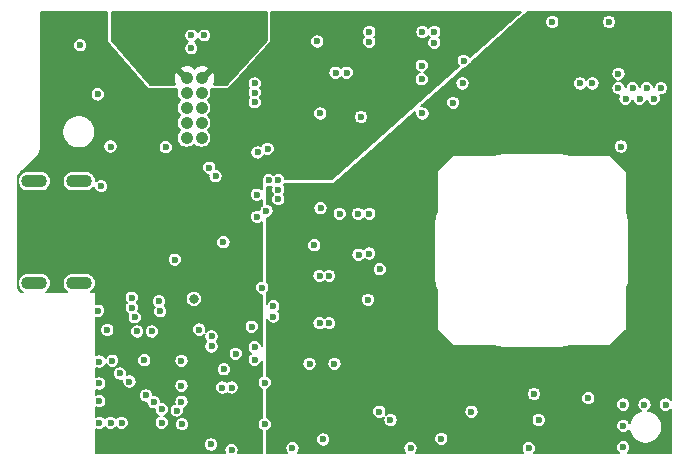
<source format=gbr>
%TF.GenerationSoftware,KiCad,Pcbnew,(5.1.9)-1*%
%TF.CreationDate,2021-03-02T05:03:43-05:00*%
%TF.ProjectId,Canary,43616e61-7279-42e6-9b69-6361645f7063,rev?*%
%TF.SameCoordinates,Original*%
%TF.FileFunction,Copper,L3,Inr*%
%TF.FilePolarity,Positive*%
%FSLAX46Y46*%
G04 Gerber Fmt 4.6, Leading zero omitted, Abs format (unit mm)*
G04 Created by KiCad (PCBNEW (5.1.9)-1) date 2021-03-02 05:03:43*
%MOMM*%
%LPD*%
G01*
G04 APERTURE LIST*
%TA.AperFunction,ComponentPad*%
%ADD10C,1.050000*%
%TD*%
%TA.AperFunction,ComponentPad*%
%ADD11O,2.200000X1.100000*%
%TD*%
%TA.AperFunction,ViaPad*%
%ADD12C,0.600000*%
%TD*%
%TA.AperFunction,ViaPad*%
%ADD13C,0.800000*%
%TD*%
%TA.AperFunction,Conductor*%
%ADD14C,0.203200*%
%TD*%
%TA.AperFunction,Conductor*%
%ADD15C,0.100000*%
%TD*%
%TA.AperFunction,Conductor*%
%ADD16C,0.254000*%
%TD*%
G04 APERTURE END LIST*
D10*
%TO.N,+5V*%
%TO.C,J2*%
X56900000Y-53940000D03*
X55630000Y-53940000D03*
%TO.N,GND*%
X56900000Y-55210000D03*
X55630000Y-55210000D03*
%TO.N,N/C*%
X56900000Y-56480000D03*
%TO.N,~PM_RST~*%
X55630000Y-56480000D03*
%TO.N,N/C*%
X56900000Y-57750000D03*
%TO.N,PM_UART_RXD*%
X55630000Y-57750000D03*
%TO.N,~PM_SLEEP~*%
X56900000Y-59020000D03*
%TO.N,PM_UART_TXD*%
X55630000Y-59020000D03*
%TD*%
D11*
%TO.N,GND*%
%TO.C,J3*%
X46550000Y-62680000D03*
X46550000Y-71320000D03*
X42750000Y-62680000D03*
X42750000Y-71320000D03*
%TD*%
D12*
%TO.N,/BAT_DIV*%
X54800000Y-82100000D03*
X59800000Y-77300000D03*
%TO.N,GND*%
X62500000Y-59950000D03*
X59450000Y-80150000D03*
X66050000Y-78150000D03*
X68150000Y-78150000D03*
X75550000Y-54050000D03*
X48250000Y-77950000D03*
X48250000Y-79800000D03*
X48250000Y-81300000D03*
X48250000Y-83150000D03*
X49200000Y-83150000D03*
X50150000Y-83150000D03*
X55250000Y-83250000D03*
X75600000Y-50050000D03*
X76600000Y-50975000D03*
X76600000Y-50050000D03*
X78200000Y-56050000D03*
X68250000Y-53500000D03*
X69200000Y-53500000D03*
X75550000Y-52900000D03*
X75600000Y-56950000D03*
X71100000Y-50875000D03*
X66700000Y-50850000D03*
X91400000Y-49200000D03*
X86600000Y-49200000D03*
X92200000Y-53600000D03*
X92200000Y-54800000D03*
X93400000Y-54800000D03*
X94600000Y-54800000D03*
X95800000Y-54800000D03*
X90000000Y-54400000D03*
X88950000Y-54400000D03*
X79100000Y-52500000D03*
X56000000Y-51400000D03*
X57100000Y-50300000D03*
X56000000Y-50300000D03*
X71100000Y-50050000D03*
X70400000Y-57250000D03*
X61400000Y-54400000D03*
X61400000Y-55200000D03*
X61400000Y-56000000D03*
X63400000Y-62600000D03*
X62600000Y-62600000D03*
X63400000Y-63400000D03*
X63400000Y-64200000D03*
X57750000Y-76675000D03*
X57750000Y-75825000D03*
X71100000Y-65450000D03*
X70150000Y-65450000D03*
X68600000Y-65450000D03*
X66450000Y-68100000D03*
X64600000Y-85300000D03*
X74600000Y-85300000D03*
X84600000Y-85300000D03*
X58650000Y-80150000D03*
X62400000Y-65200000D03*
X62980000Y-74140000D03*
X62980000Y-73280000D03*
X66900000Y-74700000D03*
X67700000Y-74700000D03*
X66900000Y-70700000D03*
X67700000Y-70700000D03*
X46620000Y-51170000D03*
X48110000Y-55330000D03*
X49200000Y-59750000D03*
D13*
X56250000Y-72650000D03*
D12*
X48150000Y-73650000D03*
X57700000Y-84975000D03*
X61150000Y-75000000D03*
X85050000Y-80700000D03*
X62250000Y-79750000D03*
X62250000Y-83250000D03*
X92600000Y-81600000D03*
X94400000Y-81600000D03*
X92600000Y-83400000D03*
X53870000Y-59800000D03*
X95200000Y-55700000D03*
X94000000Y-55700000D03*
X92800000Y-55700000D03*
X61590000Y-63830000D03*
X61600000Y-65700000D03*
X92600000Y-85200000D03*
X96200000Y-81600000D03*
D13*
%TO.N,+3V3*%
X56250000Y-69550000D03*
D12*
X45020000Y-55230000D03*
X58250000Y-82800000D03*
X57650000Y-83400000D03*
X65300000Y-60000000D03*
X65300000Y-60800000D03*
X66100000Y-60400000D03*
X66100000Y-61200000D03*
X77350000Y-50500000D03*
X73100000Y-51150000D03*
X73100000Y-50350000D03*
X73850000Y-49950000D03*
X74650000Y-49950000D03*
X78200000Y-49600000D03*
X43500000Y-67900000D03*
%TO.N,VDD*%
X89100000Y-82700000D03*
X89650000Y-82000000D03*
X78750000Y-81500000D03*
X71850000Y-80350000D03*
X73150000Y-80350000D03*
X67050000Y-67100000D03*
X67050000Y-66250000D03*
X66100000Y-63900000D03*
X65300000Y-65100000D03*
X66100000Y-64700000D03*
X65300000Y-64300000D03*
X65750000Y-79900000D03*
X66650000Y-79900000D03*
X64450000Y-74900000D03*
X65350000Y-74900000D03*
X85050000Y-81500000D03*
%TO.N,VREF*%
X71000000Y-72730000D03*
X71087500Y-68807500D03*
X70200000Y-68910000D03*
%TO.N,+5V*%
X57170000Y-52580000D03*
X50600000Y-50830000D03*
X51250000Y-51370000D03*
X60500000Y-50500000D03*
%TO.N,LED_GREEN*%
X55200000Y-80000000D03*
X59450000Y-85450000D03*
%TO.N,LED_AMBER*%
X67200000Y-84550000D03*
X58800000Y-78600000D03*
%TO.N,LED_RED*%
X55200000Y-81350000D03*
X77200000Y-84500000D03*
%TO.N,~RESET~*%
X51450000Y-75400000D03*
%TO.N,SWDCLK*%
X49335000Y-77885000D03*
%TO.N,SWO*%
X49990000Y-78960000D03*
%TO.N,SWDIO*%
X48920000Y-75280000D03*
%TO.N,5V_EN*%
X52200000Y-80825000D03*
X58750000Y-67850000D03*
%TO.N,VREF_EN*%
X52875000Y-81400000D03*
X66975000Y-64975000D03*
%TO.N,~LMP_EN~*%
X53525000Y-82000000D03*
X62050000Y-71700000D03*
%TO.N,PIEZO_PWM*%
X53300000Y-72850000D03*
X53525000Y-83125000D03*
%TO.N,PM_UART_RXD*%
X58090000Y-62270000D03*
%TO.N,PM_UART_TXD*%
X57550000Y-61540000D03*
%TO.N,I2C_SDA*%
X55200000Y-77900000D03*
X61400000Y-77800000D03*
X72900000Y-82900000D03*
X85450000Y-82900000D03*
%TO.N,I2C_SCL*%
X56700000Y-75250000D03*
X61400000Y-76750000D03*
X71950000Y-82200000D03*
X79750000Y-82200000D03*
X89650000Y-81050000D03*
%TO.N,CHG_STAT*%
X66950000Y-56950000D03*
X51250000Y-74200000D03*
%TO.N,3V3_PS*%
X79000000Y-54400000D03*
X51000000Y-73400000D03*
%TO.N,VDD_EN*%
X61650000Y-60250000D03*
X51000000Y-72550000D03*
%TO.N,BUTTON*%
X52700000Y-75400000D03*
X53400000Y-73700000D03*
%TO.N,~PM_RST~*%
X52050000Y-77850000D03*
X54650000Y-69330000D03*
%TO.N,/Potentiostat/SPEC_CE*%
X72000000Y-70140000D03*
X92420000Y-59750000D03*
%TO.N,/RBTN*%
X48400000Y-63100000D03*
%TO.N,Net-(TP1-Pad1)*%
X50800000Y-79650000D03*
%TD*%
D14*
%TO.N,VDD*%
X96670200Y-81215093D02*
X96669779Y-81214463D01*
X96585537Y-81130221D01*
X96486480Y-81064034D01*
X96376414Y-81018442D01*
X96259568Y-80995200D01*
X96140432Y-80995200D01*
X96023586Y-81018442D01*
X95913520Y-81064034D01*
X95814463Y-81130221D01*
X95730221Y-81214463D01*
X95664034Y-81313520D01*
X95618442Y-81423586D01*
X95595200Y-81540432D01*
X95595200Y-81659568D01*
X95618442Y-81776414D01*
X95664034Y-81886480D01*
X95730221Y-81985537D01*
X95814463Y-82069779D01*
X95913520Y-82135966D01*
X96023586Y-82181558D01*
X96140432Y-82204800D01*
X96259568Y-82204800D01*
X96376414Y-82181558D01*
X96486480Y-82135966D01*
X96585537Y-82069779D01*
X96669779Y-81985537D01*
X96670200Y-81984907D01*
X96670200Y-85670200D01*
X92984907Y-85670200D01*
X92985537Y-85669779D01*
X93069779Y-85585537D01*
X93135966Y-85486480D01*
X93181558Y-85376414D01*
X93204800Y-85259568D01*
X93204800Y-85140432D01*
X93181558Y-85023586D01*
X93135966Y-84913520D01*
X93069779Y-84814463D01*
X92985537Y-84730221D01*
X92886480Y-84664034D01*
X92776414Y-84618442D01*
X92659568Y-84595200D01*
X92540432Y-84595200D01*
X92423586Y-84618442D01*
X92313520Y-84664034D01*
X92214463Y-84730221D01*
X92130221Y-84814463D01*
X92064034Y-84913520D01*
X92018442Y-85023586D01*
X91995200Y-85140432D01*
X91995200Y-85259568D01*
X92018442Y-85376414D01*
X92064034Y-85486480D01*
X92130221Y-85585537D01*
X92214463Y-85669779D01*
X92215093Y-85670200D01*
X85080027Y-85670200D01*
X85135966Y-85586480D01*
X85181558Y-85476414D01*
X85204800Y-85359568D01*
X85204800Y-85240432D01*
X85181558Y-85123586D01*
X85135966Y-85013520D01*
X85069779Y-84914463D01*
X84985537Y-84830221D01*
X84886480Y-84764034D01*
X84776414Y-84718442D01*
X84659568Y-84695200D01*
X84540432Y-84695200D01*
X84423586Y-84718442D01*
X84313520Y-84764034D01*
X84214463Y-84830221D01*
X84130221Y-84914463D01*
X84064034Y-85013520D01*
X84018442Y-85123586D01*
X83995200Y-85240432D01*
X83995200Y-85359568D01*
X84018442Y-85476414D01*
X84064034Y-85586480D01*
X84119973Y-85670200D01*
X75080027Y-85670200D01*
X75135966Y-85586480D01*
X75181558Y-85476414D01*
X75204800Y-85359568D01*
X75204800Y-85240432D01*
X75181558Y-85123586D01*
X75135966Y-85013520D01*
X75069779Y-84914463D01*
X74985537Y-84830221D01*
X74886480Y-84764034D01*
X74776414Y-84718442D01*
X74659568Y-84695200D01*
X74540432Y-84695200D01*
X74423586Y-84718442D01*
X74313520Y-84764034D01*
X74214463Y-84830221D01*
X74130221Y-84914463D01*
X74064034Y-85013520D01*
X74018442Y-85123586D01*
X73995200Y-85240432D01*
X73995200Y-85359568D01*
X74018442Y-85476414D01*
X74064034Y-85586480D01*
X74119973Y-85670200D01*
X65080027Y-85670200D01*
X65135966Y-85586480D01*
X65181558Y-85476414D01*
X65204800Y-85359568D01*
X65204800Y-85240432D01*
X65181558Y-85123586D01*
X65135966Y-85013520D01*
X65069779Y-84914463D01*
X64985537Y-84830221D01*
X64886480Y-84764034D01*
X64776414Y-84718442D01*
X64659568Y-84695200D01*
X64540432Y-84695200D01*
X64423586Y-84718442D01*
X64313520Y-84764034D01*
X64214463Y-84830221D01*
X64130221Y-84914463D01*
X64064034Y-85013520D01*
X64018442Y-85123586D01*
X63995200Y-85240432D01*
X63995200Y-85359568D01*
X64018442Y-85476414D01*
X64064034Y-85586480D01*
X64119973Y-85670200D01*
X62404800Y-85670200D01*
X62404800Y-84490432D01*
X66595200Y-84490432D01*
X66595200Y-84609568D01*
X66618442Y-84726414D01*
X66664034Y-84836480D01*
X66730221Y-84935537D01*
X66814463Y-85019779D01*
X66913520Y-85085966D01*
X67023586Y-85131558D01*
X67140432Y-85154800D01*
X67259568Y-85154800D01*
X67376414Y-85131558D01*
X67486480Y-85085966D01*
X67585537Y-85019779D01*
X67669779Y-84935537D01*
X67735966Y-84836480D01*
X67781558Y-84726414D01*
X67804800Y-84609568D01*
X67804800Y-84490432D01*
X67794855Y-84440432D01*
X76595200Y-84440432D01*
X76595200Y-84559568D01*
X76618442Y-84676414D01*
X76664034Y-84786480D01*
X76730221Y-84885537D01*
X76814463Y-84969779D01*
X76913520Y-85035966D01*
X77023586Y-85081558D01*
X77140432Y-85104800D01*
X77259568Y-85104800D01*
X77376414Y-85081558D01*
X77486480Y-85035966D01*
X77585537Y-84969779D01*
X77669779Y-84885537D01*
X77735966Y-84786480D01*
X77781558Y-84676414D01*
X77804800Y-84559568D01*
X77804800Y-84440432D01*
X77781558Y-84323586D01*
X77735966Y-84213520D01*
X77669779Y-84114463D01*
X77585537Y-84030221D01*
X77486480Y-83964034D01*
X77376414Y-83918442D01*
X77259568Y-83895200D01*
X77140432Y-83895200D01*
X77023586Y-83918442D01*
X76913520Y-83964034D01*
X76814463Y-84030221D01*
X76730221Y-84114463D01*
X76664034Y-84213520D01*
X76618442Y-84323586D01*
X76595200Y-84440432D01*
X67794855Y-84440432D01*
X67781558Y-84373586D01*
X67735966Y-84263520D01*
X67669779Y-84164463D01*
X67585537Y-84080221D01*
X67486480Y-84014034D01*
X67376414Y-83968442D01*
X67259568Y-83945200D01*
X67140432Y-83945200D01*
X67023586Y-83968442D01*
X66913520Y-84014034D01*
X66814463Y-84080221D01*
X66730221Y-84164463D01*
X66664034Y-84263520D01*
X66618442Y-84373586D01*
X66595200Y-84490432D01*
X62404800Y-84490432D01*
X62404800Y-83835857D01*
X62426414Y-83831558D01*
X62536480Y-83785966D01*
X62635537Y-83719779D01*
X62719779Y-83635537D01*
X62785966Y-83536480D01*
X62831558Y-83426414D01*
X62854800Y-83309568D01*
X62854800Y-83190432D01*
X62831558Y-83073586D01*
X62785966Y-82963520D01*
X62719779Y-82864463D01*
X62635537Y-82780221D01*
X62536480Y-82714034D01*
X62426414Y-82668442D01*
X62404800Y-82664143D01*
X62404800Y-82140432D01*
X71345200Y-82140432D01*
X71345200Y-82259568D01*
X71368442Y-82376414D01*
X71414034Y-82486480D01*
X71480221Y-82585537D01*
X71564463Y-82669779D01*
X71663520Y-82735966D01*
X71773586Y-82781558D01*
X71890432Y-82804800D01*
X72009568Y-82804800D01*
X72126414Y-82781558D01*
X72236480Y-82735966D01*
X72335537Y-82669779D01*
X72344402Y-82660914D01*
X72318442Y-82723586D01*
X72295200Y-82840432D01*
X72295200Y-82959568D01*
X72318442Y-83076414D01*
X72364034Y-83186480D01*
X72430221Y-83285537D01*
X72514463Y-83369779D01*
X72613520Y-83435966D01*
X72723586Y-83481558D01*
X72840432Y-83504800D01*
X72959568Y-83504800D01*
X73076414Y-83481558D01*
X73186480Y-83435966D01*
X73285537Y-83369779D01*
X73369779Y-83285537D01*
X73435966Y-83186480D01*
X73481558Y-83076414D01*
X73504800Y-82959568D01*
X73504800Y-82840432D01*
X84845200Y-82840432D01*
X84845200Y-82959568D01*
X84868442Y-83076414D01*
X84914034Y-83186480D01*
X84980221Y-83285537D01*
X85064463Y-83369779D01*
X85163520Y-83435966D01*
X85273586Y-83481558D01*
X85390432Y-83504800D01*
X85509568Y-83504800D01*
X85626414Y-83481558D01*
X85736480Y-83435966D01*
X85835537Y-83369779D01*
X85864884Y-83340432D01*
X91995200Y-83340432D01*
X91995200Y-83459568D01*
X92018442Y-83576414D01*
X92064034Y-83686480D01*
X92130221Y-83785537D01*
X92214463Y-83869779D01*
X92313520Y-83935966D01*
X92423586Y-83981558D01*
X92540432Y-84004800D01*
X92659568Y-84004800D01*
X92776414Y-83981558D01*
X92886480Y-83935966D01*
X92985537Y-83869779D01*
X93069779Y-83785537D01*
X93111928Y-83722456D01*
X93149186Y-83909765D01*
X93255083Y-84165422D01*
X93408821Y-84395508D01*
X93604492Y-84591179D01*
X93834578Y-84744917D01*
X94090235Y-84850814D01*
X94361639Y-84904800D01*
X94638361Y-84904800D01*
X94909765Y-84850814D01*
X95165422Y-84744917D01*
X95395508Y-84591179D01*
X95591179Y-84395508D01*
X95744917Y-84165422D01*
X95850814Y-83909765D01*
X95904800Y-83638361D01*
X95904800Y-83361639D01*
X95850814Y-83090235D01*
X95744917Y-82834578D01*
X95591179Y-82604492D01*
X95395508Y-82408821D01*
X95165422Y-82255083D01*
X94909765Y-82149186D01*
X94722456Y-82111928D01*
X94785537Y-82069779D01*
X94869779Y-81985537D01*
X94935966Y-81886480D01*
X94981558Y-81776414D01*
X95004800Y-81659568D01*
X95004800Y-81540432D01*
X94981558Y-81423586D01*
X94935966Y-81313520D01*
X94869779Y-81214463D01*
X94785537Y-81130221D01*
X94686480Y-81064034D01*
X94576414Y-81018442D01*
X94459568Y-80995200D01*
X94340432Y-80995200D01*
X94223586Y-81018442D01*
X94113520Y-81064034D01*
X94014463Y-81130221D01*
X93930221Y-81214463D01*
X93864034Y-81313520D01*
X93818442Y-81423586D01*
X93795200Y-81540432D01*
X93795200Y-81659568D01*
X93818442Y-81776414D01*
X93864034Y-81886480D01*
X93930221Y-81985537D01*
X94014463Y-82069779D01*
X94113520Y-82135966D01*
X94127527Y-82141768D01*
X94090235Y-82149186D01*
X93834578Y-82255083D01*
X93604492Y-82408821D01*
X93408821Y-82604492D01*
X93255083Y-82834578D01*
X93149186Y-83090235D01*
X93141768Y-83127527D01*
X93135966Y-83113520D01*
X93069779Y-83014463D01*
X92985537Y-82930221D01*
X92886480Y-82864034D01*
X92776414Y-82818442D01*
X92659568Y-82795200D01*
X92540432Y-82795200D01*
X92423586Y-82818442D01*
X92313520Y-82864034D01*
X92214463Y-82930221D01*
X92130221Y-83014463D01*
X92064034Y-83113520D01*
X92018442Y-83223586D01*
X91995200Y-83340432D01*
X85864884Y-83340432D01*
X85919779Y-83285537D01*
X85985966Y-83186480D01*
X86031558Y-83076414D01*
X86054800Y-82959568D01*
X86054800Y-82840432D01*
X86031558Y-82723586D01*
X85985966Y-82613520D01*
X85919779Y-82514463D01*
X85835537Y-82430221D01*
X85736480Y-82364034D01*
X85626414Y-82318442D01*
X85509568Y-82295200D01*
X85390432Y-82295200D01*
X85273586Y-82318442D01*
X85163520Y-82364034D01*
X85064463Y-82430221D01*
X84980221Y-82514463D01*
X84914034Y-82613520D01*
X84868442Y-82723586D01*
X84845200Y-82840432D01*
X73504800Y-82840432D01*
X73481558Y-82723586D01*
X73435966Y-82613520D01*
X73369779Y-82514463D01*
X73285537Y-82430221D01*
X73186480Y-82364034D01*
X73076414Y-82318442D01*
X72959568Y-82295200D01*
X72840432Y-82295200D01*
X72723586Y-82318442D01*
X72613520Y-82364034D01*
X72514463Y-82430221D01*
X72505598Y-82439086D01*
X72531558Y-82376414D01*
X72554800Y-82259568D01*
X72554800Y-82140432D01*
X79145200Y-82140432D01*
X79145200Y-82259568D01*
X79168442Y-82376414D01*
X79214034Y-82486480D01*
X79280221Y-82585537D01*
X79364463Y-82669779D01*
X79463520Y-82735966D01*
X79573586Y-82781558D01*
X79690432Y-82804800D01*
X79809568Y-82804800D01*
X79926414Y-82781558D01*
X80036480Y-82735966D01*
X80135537Y-82669779D01*
X80219779Y-82585537D01*
X80285966Y-82486480D01*
X80331558Y-82376414D01*
X80354800Y-82259568D01*
X80354800Y-82140432D01*
X80331558Y-82023586D01*
X80285966Y-81913520D01*
X80219779Y-81814463D01*
X80135537Y-81730221D01*
X80036480Y-81664034D01*
X79926414Y-81618442D01*
X79809568Y-81595200D01*
X79690432Y-81595200D01*
X79573586Y-81618442D01*
X79463520Y-81664034D01*
X79364463Y-81730221D01*
X79280221Y-81814463D01*
X79214034Y-81913520D01*
X79168442Y-82023586D01*
X79145200Y-82140432D01*
X72554800Y-82140432D01*
X72531558Y-82023586D01*
X72485966Y-81913520D01*
X72419779Y-81814463D01*
X72335537Y-81730221D01*
X72236480Y-81664034D01*
X72126414Y-81618442D01*
X72009568Y-81595200D01*
X71890432Y-81595200D01*
X71773586Y-81618442D01*
X71663520Y-81664034D01*
X71564463Y-81730221D01*
X71480221Y-81814463D01*
X71414034Y-81913520D01*
X71368442Y-82023586D01*
X71345200Y-82140432D01*
X62404800Y-82140432D01*
X62404800Y-80640432D01*
X84445200Y-80640432D01*
X84445200Y-80759568D01*
X84468442Y-80876414D01*
X84514034Y-80986480D01*
X84580221Y-81085537D01*
X84664463Y-81169779D01*
X84763520Y-81235966D01*
X84873586Y-81281558D01*
X84990432Y-81304800D01*
X85109568Y-81304800D01*
X85226414Y-81281558D01*
X85336480Y-81235966D01*
X85435537Y-81169779D01*
X85519779Y-81085537D01*
X85583325Y-80990432D01*
X89045200Y-80990432D01*
X89045200Y-81109568D01*
X89068442Y-81226414D01*
X89114034Y-81336480D01*
X89180221Y-81435537D01*
X89264463Y-81519779D01*
X89363520Y-81585966D01*
X89473586Y-81631558D01*
X89590432Y-81654800D01*
X89709568Y-81654800D01*
X89826414Y-81631558D01*
X89936480Y-81585966D01*
X90004627Y-81540432D01*
X91995200Y-81540432D01*
X91995200Y-81659568D01*
X92018442Y-81776414D01*
X92064034Y-81886480D01*
X92130221Y-81985537D01*
X92214463Y-82069779D01*
X92313520Y-82135966D01*
X92423586Y-82181558D01*
X92540432Y-82204800D01*
X92659568Y-82204800D01*
X92776414Y-82181558D01*
X92886480Y-82135966D01*
X92985537Y-82069779D01*
X93069779Y-81985537D01*
X93135966Y-81886480D01*
X93181558Y-81776414D01*
X93204800Y-81659568D01*
X93204800Y-81540432D01*
X93181558Y-81423586D01*
X93135966Y-81313520D01*
X93069779Y-81214463D01*
X92985537Y-81130221D01*
X92886480Y-81064034D01*
X92776414Y-81018442D01*
X92659568Y-80995200D01*
X92540432Y-80995200D01*
X92423586Y-81018442D01*
X92313520Y-81064034D01*
X92214463Y-81130221D01*
X92130221Y-81214463D01*
X92064034Y-81313520D01*
X92018442Y-81423586D01*
X91995200Y-81540432D01*
X90004627Y-81540432D01*
X90035537Y-81519779D01*
X90119779Y-81435537D01*
X90185966Y-81336480D01*
X90231558Y-81226414D01*
X90254800Y-81109568D01*
X90254800Y-80990432D01*
X90231558Y-80873586D01*
X90185966Y-80763520D01*
X90119779Y-80664463D01*
X90035537Y-80580221D01*
X89936480Y-80514034D01*
X89826414Y-80468442D01*
X89709568Y-80445200D01*
X89590432Y-80445200D01*
X89473586Y-80468442D01*
X89363520Y-80514034D01*
X89264463Y-80580221D01*
X89180221Y-80664463D01*
X89114034Y-80763520D01*
X89068442Y-80873586D01*
X89045200Y-80990432D01*
X85583325Y-80990432D01*
X85585966Y-80986480D01*
X85631558Y-80876414D01*
X85654800Y-80759568D01*
X85654800Y-80640432D01*
X85631558Y-80523586D01*
X85585966Y-80413520D01*
X85519779Y-80314463D01*
X85435537Y-80230221D01*
X85336480Y-80164034D01*
X85226414Y-80118442D01*
X85109568Y-80095200D01*
X84990432Y-80095200D01*
X84873586Y-80118442D01*
X84763520Y-80164034D01*
X84664463Y-80230221D01*
X84580221Y-80314463D01*
X84514034Y-80413520D01*
X84468442Y-80523586D01*
X84445200Y-80640432D01*
X62404800Y-80640432D01*
X62404800Y-80335857D01*
X62426414Y-80331558D01*
X62536480Y-80285966D01*
X62635537Y-80219779D01*
X62719779Y-80135537D01*
X62785966Y-80036480D01*
X62831558Y-79926414D01*
X62854800Y-79809568D01*
X62854800Y-79690432D01*
X62831558Y-79573586D01*
X62785966Y-79463520D01*
X62719779Y-79364463D01*
X62635537Y-79280221D01*
X62536480Y-79214034D01*
X62426414Y-79168442D01*
X62404800Y-79164143D01*
X62404800Y-78090432D01*
X65445200Y-78090432D01*
X65445200Y-78209568D01*
X65468442Y-78326414D01*
X65514034Y-78436480D01*
X65580221Y-78535537D01*
X65664463Y-78619779D01*
X65763520Y-78685966D01*
X65873586Y-78731558D01*
X65990432Y-78754800D01*
X66109568Y-78754800D01*
X66226414Y-78731558D01*
X66336480Y-78685966D01*
X66435537Y-78619779D01*
X66519779Y-78535537D01*
X66585966Y-78436480D01*
X66631558Y-78326414D01*
X66654800Y-78209568D01*
X66654800Y-78090432D01*
X67545200Y-78090432D01*
X67545200Y-78209568D01*
X67568442Y-78326414D01*
X67614034Y-78436480D01*
X67680221Y-78535537D01*
X67764463Y-78619779D01*
X67863520Y-78685966D01*
X67973586Y-78731558D01*
X68090432Y-78754800D01*
X68209568Y-78754800D01*
X68326414Y-78731558D01*
X68436480Y-78685966D01*
X68535537Y-78619779D01*
X68619779Y-78535537D01*
X68685966Y-78436480D01*
X68731558Y-78326414D01*
X68754800Y-78209568D01*
X68754800Y-78090432D01*
X68731558Y-77973586D01*
X68685966Y-77863520D01*
X68619779Y-77764463D01*
X68535537Y-77680221D01*
X68436480Y-77614034D01*
X68326414Y-77568442D01*
X68209568Y-77545200D01*
X68090432Y-77545200D01*
X67973586Y-77568442D01*
X67863520Y-77614034D01*
X67764463Y-77680221D01*
X67680221Y-77764463D01*
X67614034Y-77863520D01*
X67568442Y-77973586D01*
X67545200Y-78090432D01*
X66654800Y-78090432D01*
X66631558Y-77973586D01*
X66585966Y-77863520D01*
X66519779Y-77764463D01*
X66435537Y-77680221D01*
X66336480Y-77614034D01*
X66226414Y-77568442D01*
X66109568Y-77545200D01*
X65990432Y-77545200D01*
X65873586Y-77568442D01*
X65763520Y-77614034D01*
X65664463Y-77680221D01*
X65580221Y-77764463D01*
X65514034Y-77863520D01*
X65468442Y-77973586D01*
X65445200Y-78090432D01*
X62404800Y-78090432D01*
X62404800Y-74331763D01*
X62444034Y-74426480D01*
X62510221Y-74525537D01*
X62594463Y-74609779D01*
X62693520Y-74675966D01*
X62803586Y-74721558D01*
X62920432Y-74744800D01*
X63039568Y-74744800D01*
X63156414Y-74721558D01*
X63266480Y-74675966D01*
X63319661Y-74640432D01*
X66295200Y-74640432D01*
X66295200Y-74759568D01*
X66318442Y-74876414D01*
X66364034Y-74986480D01*
X66430221Y-75085537D01*
X66514463Y-75169779D01*
X66613520Y-75235966D01*
X66723586Y-75281558D01*
X66840432Y-75304800D01*
X66959568Y-75304800D01*
X67076414Y-75281558D01*
X67186480Y-75235966D01*
X67285537Y-75169779D01*
X67300000Y-75155316D01*
X67314463Y-75169779D01*
X67413520Y-75235966D01*
X67523586Y-75281558D01*
X67640432Y-75304800D01*
X67759568Y-75304800D01*
X67876414Y-75281558D01*
X67986480Y-75235966D01*
X68085537Y-75169779D01*
X68169779Y-75085537D01*
X68235966Y-74986480D01*
X68281558Y-74876414D01*
X68304800Y-74759568D01*
X68304800Y-74640432D01*
X68281558Y-74523586D01*
X68235966Y-74413520D01*
X68169779Y-74314463D01*
X68085537Y-74230221D01*
X67986480Y-74164034D01*
X67876414Y-74118442D01*
X67759568Y-74095200D01*
X67640432Y-74095200D01*
X67523586Y-74118442D01*
X67413520Y-74164034D01*
X67314463Y-74230221D01*
X67300000Y-74244684D01*
X67285537Y-74230221D01*
X67186480Y-74164034D01*
X67076414Y-74118442D01*
X66959568Y-74095200D01*
X66840432Y-74095200D01*
X66723586Y-74118442D01*
X66613520Y-74164034D01*
X66514463Y-74230221D01*
X66430221Y-74314463D01*
X66364034Y-74413520D01*
X66318442Y-74523586D01*
X66295200Y-74640432D01*
X63319661Y-74640432D01*
X63365537Y-74609779D01*
X63449779Y-74525537D01*
X63515966Y-74426480D01*
X63561558Y-74316414D01*
X63584800Y-74199568D01*
X63584800Y-74080432D01*
X63561558Y-73963586D01*
X63515966Y-73853520D01*
X63449779Y-73754463D01*
X63405316Y-73710000D01*
X63449779Y-73665537D01*
X63515966Y-73566480D01*
X63561558Y-73456414D01*
X63584800Y-73339568D01*
X63584800Y-73220432D01*
X63561558Y-73103586D01*
X63515966Y-72993520D01*
X63449779Y-72894463D01*
X63365537Y-72810221D01*
X63266480Y-72744034D01*
X63156414Y-72698442D01*
X63039568Y-72675200D01*
X62920432Y-72675200D01*
X62803586Y-72698442D01*
X62693520Y-72744034D01*
X62594463Y-72810221D01*
X62510221Y-72894463D01*
X62444034Y-72993520D01*
X62404800Y-73088237D01*
X62404800Y-72670432D01*
X70395200Y-72670432D01*
X70395200Y-72789568D01*
X70418442Y-72906414D01*
X70464034Y-73016480D01*
X70530221Y-73115537D01*
X70614463Y-73199779D01*
X70713520Y-73265966D01*
X70823586Y-73311558D01*
X70940432Y-73334800D01*
X71059568Y-73334800D01*
X71176414Y-73311558D01*
X71286480Y-73265966D01*
X71385537Y-73199779D01*
X71469779Y-73115537D01*
X71535966Y-73016480D01*
X71581558Y-72906414D01*
X71604800Y-72789568D01*
X71604800Y-72670432D01*
X71581558Y-72553586D01*
X71535966Y-72443520D01*
X71469779Y-72344463D01*
X71385537Y-72260221D01*
X71286480Y-72194034D01*
X71176414Y-72148442D01*
X71059568Y-72125200D01*
X70940432Y-72125200D01*
X70823586Y-72148442D01*
X70713520Y-72194034D01*
X70614463Y-72260221D01*
X70530221Y-72344463D01*
X70464034Y-72443520D01*
X70418442Y-72553586D01*
X70395200Y-72670432D01*
X62404800Y-72670432D01*
X62404800Y-72190317D01*
X62435537Y-72169779D01*
X62519779Y-72085537D01*
X62585966Y-71986480D01*
X62631558Y-71876414D01*
X62654800Y-71759568D01*
X62654800Y-71640432D01*
X62631558Y-71523586D01*
X62585966Y-71413520D01*
X62519779Y-71314463D01*
X62435537Y-71230221D01*
X62404800Y-71209683D01*
X62404800Y-70640432D01*
X66295200Y-70640432D01*
X66295200Y-70759568D01*
X66318442Y-70876414D01*
X66364034Y-70986480D01*
X66430221Y-71085537D01*
X66514463Y-71169779D01*
X66613520Y-71235966D01*
X66723586Y-71281558D01*
X66840432Y-71304800D01*
X66959568Y-71304800D01*
X67076414Y-71281558D01*
X67186480Y-71235966D01*
X67285537Y-71169779D01*
X67300000Y-71155316D01*
X67314463Y-71169779D01*
X67413520Y-71235966D01*
X67523586Y-71281558D01*
X67640432Y-71304800D01*
X67759568Y-71304800D01*
X67876414Y-71281558D01*
X67986480Y-71235966D01*
X68085537Y-71169779D01*
X68169779Y-71085537D01*
X68235966Y-70986480D01*
X68281558Y-70876414D01*
X68304800Y-70759568D01*
X68304800Y-70640432D01*
X68281558Y-70523586D01*
X68235966Y-70413520D01*
X68169779Y-70314463D01*
X68085537Y-70230221D01*
X67986480Y-70164034D01*
X67876414Y-70118442D01*
X67759568Y-70095200D01*
X67640432Y-70095200D01*
X67523586Y-70118442D01*
X67413520Y-70164034D01*
X67314463Y-70230221D01*
X67300000Y-70244684D01*
X67285537Y-70230221D01*
X67186480Y-70164034D01*
X67076414Y-70118442D01*
X66959568Y-70095200D01*
X66840432Y-70095200D01*
X66723586Y-70118442D01*
X66613520Y-70164034D01*
X66514463Y-70230221D01*
X66430221Y-70314463D01*
X66364034Y-70413520D01*
X66318442Y-70523586D01*
X66295200Y-70640432D01*
X62404800Y-70640432D01*
X62404800Y-70080432D01*
X71395200Y-70080432D01*
X71395200Y-70199568D01*
X71418442Y-70316414D01*
X71464034Y-70426480D01*
X71530221Y-70525537D01*
X71614463Y-70609779D01*
X71713520Y-70675966D01*
X71823586Y-70721558D01*
X71940432Y-70744800D01*
X72059568Y-70744800D01*
X72176414Y-70721558D01*
X72286480Y-70675966D01*
X72385537Y-70609779D01*
X72469779Y-70525537D01*
X72535966Y-70426480D01*
X72581558Y-70316414D01*
X72604800Y-70199568D01*
X72604800Y-70080432D01*
X72581558Y-69963586D01*
X72535966Y-69853520D01*
X72469779Y-69754463D01*
X72385537Y-69670221D01*
X72286480Y-69604034D01*
X72176414Y-69558442D01*
X72059568Y-69535200D01*
X71940432Y-69535200D01*
X71823586Y-69558442D01*
X71713520Y-69604034D01*
X71614463Y-69670221D01*
X71530221Y-69754463D01*
X71464034Y-69853520D01*
X71418442Y-69963586D01*
X71395200Y-70080432D01*
X62404800Y-70080432D01*
X62404800Y-68850432D01*
X69595200Y-68850432D01*
X69595200Y-68969568D01*
X69618442Y-69086414D01*
X69664034Y-69196480D01*
X69730221Y-69295537D01*
X69814463Y-69379779D01*
X69913520Y-69445966D01*
X70023586Y-69491558D01*
X70140432Y-69514800D01*
X70259568Y-69514800D01*
X70376414Y-69491558D01*
X70486480Y-69445966D01*
X70585537Y-69379779D01*
X70669779Y-69295537D01*
X70689983Y-69265299D01*
X70701963Y-69277279D01*
X70801020Y-69343466D01*
X70911086Y-69389058D01*
X71027932Y-69412300D01*
X71147068Y-69412300D01*
X71263914Y-69389058D01*
X71373980Y-69343466D01*
X71473037Y-69277279D01*
X71557279Y-69193037D01*
X71623466Y-69093980D01*
X71669058Y-68983914D01*
X71692300Y-68867068D01*
X71692300Y-68747932D01*
X71669058Y-68631086D01*
X71623466Y-68521020D01*
X71557279Y-68421963D01*
X71473037Y-68337721D01*
X71373980Y-68271534D01*
X71263914Y-68225942D01*
X71147068Y-68202700D01*
X71027932Y-68202700D01*
X70911086Y-68225942D01*
X70801020Y-68271534D01*
X70701963Y-68337721D01*
X70617721Y-68421963D01*
X70597517Y-68452201D01*
X70585537Y-68440221D01*
X70486480Y-68374034D01*
X70376414Y-68328442D01*
X70259568Y-68305200D01*
X70140432Y-68305200D01*
X70023586Y-68328442D01*
X69913520Y-68374034D01*
X69814463Y-68440221D01*
X69730221Y-68524463D01*
X69664034Y-68623520D01*
X69618442Y-68733586D01*
X69595200Y-68850432D01*
X62404800Y-68850432D01*
X62404800Y-68040432D01*
X65845200Y-68040432D01*
X65845200Y-68159568D01*
X65868442Y-68276414D01*
X65914034Y-68386480D01*
X65980221Y-68485537D01*
X66064463Y-68569779D01*
X66163520Y-68635966D01*
X66273586Y-68681558D01*
X66390432Y-68704800D01*
X66509568Y-68704800D01*
X66626414Y-68681558D01*
X66736480Y-68635966D01*
X66835537Y-68569779D01*
X66919779Y-68485537D01*
X66985966Y-68386480D01*
X67031558Y-68276414D01*
X67054800Y-68159568D01*
X67054800Y-68040432D01*
X67031558Y-67923586D01*
X66985966Y-67813520D01*
X66919779Y-67714463D01*
X66835537Y-67630221D01*
X66736480Y-67564034D01*
X66626414Y-67518442D01*
X66509568Y-67495200D01*
X66390432Y-67495200D01*
X66273586Y-67518442D01*
X66163520Y-67564034D01*
X66064463Y-67630221D01*
X65980221Y-67714463D01*
X65914034Y-67813520D01*
X65868442Y-67923586D01*
X65845200Y-68040432D01*
X62404800Y-68040432D01*
X62404800Y-66117080D01*
X76610200Y-66117080D01*
X76610201Y-68532070D01*
X76610200Y-68532080D01*
X76610201Y-70982921D01*
X76611825Y-70999414D01*
X76611746Y-71010769D01*
X76612242Y-71015838D01*
X76649371Y-71369094D01*
X76656028Y-71401525D01*
X76662216Y-71433961D01*
X76663687Y-71438836D01*
X76768723Y-71778152D01*
X76781554Y-71808674D01*
X76793923Y-71839289D01*
X76796313Y-71843786D01*
X76798400Y-71847646D01*
X76798400Y-75200000D01*
X76800352Y-75219821D01*
X76806134Y-75238881D01*
X76815523Y-75256446D01*
X76828158Y-75271842D01*
X78128158Y-76571842D01*
X78143554Y-76584477D01*
X78161119Y-76593866D01*
X78180179Y-76599648D01*
X78200000Y-76601600D01*
X81554818Y-76601600D01*
X81570189Y-76609773D01*
X81600738Y-76622364D01*
X81631148Y-76635398D01*
X81636014Y-76636904D01*
X81976055Y-76739568D01*
X82008484Y-76745989D01*
X82040829Y-76752864D01*
X82045894Y-76753397D01*
X82399401Y-76788059D01*
X82417079Y-76789800D01*
X87282921Y-76789800D01*
X87299423Y-76788175D01*
X87310769Y-76788254D01*
X87315838Y-76787758D01*
X87669094Y-76750629D01*
X87701525Y-76743972D01*
X87733961Y-76737784D01*
X87738836Y-76736313D01*
X88078152Y-76631277D01*
X88108674Y-76618446D01*
X88139289Y-76606077D01*
X88143786Y-76603687D01*
X88147646Y-76601600D01*
X91500000Y-76601600D01*
X91519821Y-76599648D01*
X91538881Y-76593866D01*
X91556446Y-76584477D01*
X91571842Y-76571842D01*
X92871842Y-75271842D01*
X92884477Y-75256446D01*
X92893866Y-75238881D01*
X92899648Y-75219821D01*
X92901600Y-75200000D01*
X92901600Y-71845182D01*
X92909773Y-71829811D01*
X92922364Y-71799262D01*
X92935398Y-71768852D01*
X92936904Y-71763986D01*
X93039568Y-71423945D01*
X93045989Y-71391516D01*
X93052864Y-71359171D01*
X93053397Y-71354106D01*
X93088059Y-71000599D01*
X93089800Y-70982921D01*
X93089800Y-66117079D01*
X93088175Y-66100577D01*
X93088254Y-66089231D01*
X93087758Y-66084162D01*
X93050629Y-65730906D01*
X93043972Y-65698475D01*
X93037784Y-65666039D01*
X93036312Y-65661163D01*
X92931277Y-65321848D01*
X92918451Y-65291338D01*
X92906077Y-65260711D01*
X92903687Y-65256214D01*
X92901600Y-65252354D01*
X92901600Y-61900000D01*
X92899648Y-61880179D01*
X92893866Y-61861119D01*
X92884477Y-61843554D01*
X92871842Y-61828158D01*
X91571842Y-60528158D01*
X91556446Y-60515523D01*
X91538881Y-60506134D01*
X91519821Y-60500352D01*
X91500000Y-60498400D01*
X88145182Y-60498400D01*
X88129811Y-60490227D01*
X88099262Y-60477636D01*
X88068852Y-60464602D01*
X88063986Y-60463096D01*
X87723945Y-60360432D01*
X87691501Y-60354008D01*
X87659170Y-60347136D01*
X87654105Y-60346603D01*
X87300599Y-60311941D01*
X87282921Y-60310200D01*
X82417079Y-60310200D01*
X82400577Y-60311825D01*
X82389231Y-60311746D01*
X82384162Y-60312242D01*
X82030906Y-60349371D01*
X81998475Y-60356028D01*
X81966039Y-60362216D01*
X81961163Y-60363688D01*
X81621848Y-60468723D01*
X81591338Y-60481549D01*
X81560711Y-60493923D01*
X81556214Y-60496313D01*
X81552354Y-60498400D01*
X78200000Y-60498400D01*
X78180179Y-60500352D01*
X78161119Y-60506134D01*
X78143554Y-60515523D01*
X78128158Y-60528158D01*
X76828158Y-61828158D01*
X76815523Y-61843554D01*
X76806134Y-61861119D01*
X76800352Y-61880179D01*
X76798400Y-61900000D01*
X76798400Y-65254818D01*
X76790227Y-65270189D01*
X76777636Y-65300738D01*
X76764602Y-65331148D01*
X76763096Y-65336014D01*
X76660432Y-65676055D01*
X76654008Y-65708499D01*
X76647136Y-65740830D01*
X76646603Y-65745895D01*
X76611941Y-66099401D01*
X76610200Y-66117080D01*
X62404800Y-66117080D01*
X62404800Y-65804800D01*
X62459568Y-65804800D01*
X62576414Y-65781558D01*
X62686480Y-65735966D01*
X62785537Y-65669779D01*
X62869779Y-65585537D01*
X62935966Y-65486480D01*
X62981558Y-65376414D01*
X63004800Y-65259568D01*
X63004800Y-65140432D01*
X62981558Y-65023586D01*
X62936758Y-64915432D01*
X66370200Y-64915432D01*
X66370200Y-65034568D01*
X66393442Y-65151414D01*
X66439034Y-65261480D01*
X66505221Y-65360537D01*
X66589463Y-65444779D01*
X66688520Y-65510966D01*
X66798586Y-65556558D01*
X66915432Y-65579800D01*
X67034568Y-65579800D01*
X67151414Y-65556558D01*
X67261480Y-65510966D01*
X67360537Y-65444779D01*
X67414884Y-65390432D01*
X67995200Y-65390432D01*
X67995200Y-65509568D01*
X68018442Y-65626414D01*
X68064034Y-65736480D01*
X68130221Y-65835537D01*
X68214463Y-65919779D01*
X68313520Y-65985966D01*
X68423586Y-66031558D01*
X68540432Y-66054800D01*
X68659568Y-66054800D01*
X68776414Y-66031558D01*
X68886480Y-65985966D01*
X68985537Y-65919779D01*
X69069779Y-65835537D01*
X69135966Y-65736480D01*
X69181558Y-65626414D01*
X69204800Y-65509568D01*
X69204800Y-65390432D01*
X69545200Y-65390432D01*
X69545200Y-65509568D01*
X69568442Y-65626414D01*
X69614034Y-65736480D01*
X69680221Y-65835537D01*
X69764463Y-65919779D01*
X69863520Y-65985966D01*
X69973586Y-66031558D01*
X70090432Y-66054800D01*
X70209568Y-66054800D01*
X70326414Y-66031558D01*
X70436480Y-65985966D01*
X70535537Y-65919779D01*
X70619779Y-65835537D01*
X70625000Y-65827723D01*
X70630221Y-65835537D01*
X70714463Y-65919779D01*
X70813520Y-65985966D01*
X70923586Y-66031558D01*
X71040432Y-66054800D01*
X71159568Y-66054800D01*
X71276414Y-66031558D01*
X71386480Y-65985966D01*
X71485537Y-65919779D01*
X71569779Y-65835537D01*
X71635966Y-65736480D01*
X71681558Y-65626414D01*
X71704800Y-65509568D01*
X71704800Y-65390432D01*
X71681558Y-65273586D01*
X71635966Y-65163520D01*
X71569779Y-65064463D01*
X71485537Y-64980221D01*
X71386480Y-64914034D01*
X71276414Y-64868442D01*
X71159568Y-64845200D01*
X71040432Y-64845200D01*
X70923586Y-64868442D01*
X70813520Y-64914034D01*
X70714463Y-64980221D01*
X70630221Y-65064463D01*
X70625000Y-65072277D01*
X70619779Y-65064463D01*
X70535537Y-64980221D01*
X70436480Y-64914034D01*
X70326414Y-64868442D01*
X70209568Y-64845200D01*
X70090432Y-64845200D01*
X69973586Y-64868442D01*
X69863520Y-64914034D01*
X69764463Y-64980221D01*
X69680221Y-65064463D01*
X69614034Y-65163520D01*
X69568442Y-65273586D01*
X69545200Y-65390432D01*
X69204800Y-65390432D01*
X69181558Y-65273586D01*
X69135966Y-65163520D01*
X69069779Y-65064463D01*
X68985537Y-64980221D01*
X68886480Y-64914034D01*
X68776414Y-64868442D01*
X68659568Y-64845200D01*
X68540432Y-64845200D01*
X68423586Y-64868442D01*
X68313520Y-64914034D01*
X68214463Y-64980221D01*
X68130221Y-65064463D01*
X68064034Y-65163520D01*
X68018442Y-65273586D01*
X67995200Y-65390432D01*
X67414884Y-65390432D01*
X67444779Y-65360537D01*
X67510966Y-65261480D01*
X67556558Y-65151414D01*
X67579800Y-65034568D01*
X67579800Y-64915432D01*
X67556558Y-64798586D01*
X67510966Y-64688520D01*
X67444779Y-64589463D01*
X67360537Y-64505221D01*
X67261480Y-64439034D01*
X67151414Y-64393442D01*
X67034568Y-64370200D01*
X66915432Y-64370200D01*
X66798586Y-64393442D01*
X66688520Y-64439034D01*
X66589463Y-64505221D01*
X66505221Y-64589463D01*
X66439034Y-64688520D01*
X66393442Y-64798586D01*
X66370200Y-64915432D01*
X62936758Y-64915432D01*
X62935966Y-64913520D01*
X62869779Y-64814463D01*
X62785537Y-64730221D01*
X62686480Y-64664034D01*
X62576414Y-64618442D01*
X62459568Y-64595200D01*
X62404800Y-64595200D01*
X62404800Y-63173776D01*
X62423586Y-63181558D01*
X62540432Y-63204800D01*
X62659568Y-63204800D01*
X62776414Y-63181558D01*
X62848162Y-63151838D01*
X62818442Y-63223586D01*
X62795200Y-63340432D01*
X62795200Y-63459568D01*
X62818442Y-63576414D01*
X62864034Y-63686480D01*
X62930221Y-63785537D01*
X62944684Y-63800000D01*
X62930221Y-63814463D01*
X62864034Y-63913520D01*
X62818442Y-64023586D01*
X62795200Y-64140432D01*
X62795200Y-64259568D01*
X62818442Y-64376414D01*
X62864034Y-64486480D01*
X62930221Y-64585537D01*
X63014463Y-64669779D01*
X63113520Y-64735966D01*
X63223586Y-64781558D01*
X63340432Y-64804800D01*
X63459568Y-64804800D01*
X63576414Y-64781558D01*
X63686480Y-64735966D01*
X63785537Y-64669779D01*
X63869779Y-64585537D01*
X63935966Y-64486480D01*
X63981558Y-64376414D01*
X64004800Y-64259568D01*
X64004800Y-64140432D01*
X63981558Y-64023586D01*
X63935966Y-63913520D01*
X63869779Y-63814463D01*
X63855316Y-63800000D01*
X63869779Y-63785537D01*
X63935966Y-63686480D01*
X63981558Y-63576414D01*
X64004800Y-63459568D01*
X64004800Y-63340432D01*
X63981558Y-63223586D01*
X63935966Y-63113520D01*
X63869779Y-63014463D01*
X63855316Y-63000000D01*
X63869779Y-62985537D01*
X63923725Y-62904800D01*
X68000000Y-62904800D01*
X68041520Y-62901959D01*
X68099632Y-62888056D01*
X68153914Y-62863084D01*
X68202282Y-62828002D01*
X71738787Y-59690432D01*
X91815200Y-59690432D01*
X91815200Y-59809568D01*
X91838442Y-59926414D01*
X91884034Y-60036480D01*
X91950221Y-60135537D01*
X92034463Y-60219779D01*
X92133520Y-60285966D01*
X92243586Y-60331558D01*
X92360432Y-60354800D01*
X92479568Y-60354800D01*
X92596414Y-60331558D01*
X92706480Y-60285966D01*
X92805537Y-60219779D01*
X92889779Y-60135537D01*
X92955966Y-60036480D01*
X93001558Y-59926414D01*
X93024800Y-59809568D01*
X93024800Y-59690432D01*
X93001558Y-59573586D01*
X92955966Y-59463520D01*
X92889779Y-59364463D01*
X92805537Y-59280221D01*
X92706480Y-59214034D01*
X92596414Y-59168442D01*
X92479568Y-59145200D01*
X92360432Y-59145200D01*
X92243586Y-59168442D01*
X92133520Y-59214034D01*
X92034463Y-59280221D01*
X91950221Y-59364463D01*
X91884034Y-59463520D01*
X91838442Y-59573586D01*
X91815200Y-59690432D01*
X71738787Y-59690432D01*
X75016715Y-56782271D01*
X74995200Y-56890432D01*
X74995200Y-57009568D01*
X75018442Y-57126414D01*
X75064034Y-57236480D01*
X75130221Y-57335537D01*
X75214463Y-57419779D01*
X75313520Y-57485966D01*
X75423586Y-57531558D01*
X75540432Y-57554800D01*
X75659568Y-57554800D01*
X75776414Y-57531558D01*
X75886480Y-57485966D01*
X75985537Y-57419779D01*
X76069779Y-57335537D01*
X76135966Y-57236480D01*
X76181558Y-57126414D01*
X76204800Y-57009568D01*
X76204800Y-56890432D01*
X76181558Y-56773586D01*
X76135966Y-56663520D01*
X76069779Y-56564463D01*
X75985537Y-56480221D01*
X75886480Y-56414034D01*
X75776414Y-56368442D01*
X75659568Y-56345200D01*
X75540432Y-56345200D01*
X75500377Y-56353167D01*
X75909233Y-55990432D01*
X77595200Y-55990432D01*
X77595200Y-56109568D01*
X77618442Y-56226414D01*
X77664034Y-56336480D01*
X77730221Y-56435537D01*
X77814463Y-56519779D01*
X77913520Y-56585966D01*
X78023586Y-56631558D01*
X78140432Y-56654800D01*
X78259568Y-56654800D01*
X78376414Y-56631558D01*
X78486480Y-56585966D01*
X78585537Y-56519779D01*
X78669779Y-56435537D01*
X78735966Y-56336480D01*
X78781558Y-56226414D01*
X78804800Y-56109568D01*
X78804800Y-55990432D01*
X78781558Y-55873586D01*
X78735966Y-55763520D01*
X78669779Y-55664463D01*
X78585537Y-55580221D01*
X78486480Y-55514034D01*
X78376414Y-55468442D01*
X78259568Y-55445200D01*
X78140432Y-55445200D01*
X78023586Y-55468442D01*
X77913520Y-55514034D01*
X77814463Y-55580221D01*
X77730221Y-55664463D01*
X77664034Y-55763520D01*
X77618442Y-55873586D01*
X77595200Y-55990432D01*
X75909233Y-55990432D01*
X77769027Y-54340432D01*
X78395200Y-54340432D01*
X78395200Y-54459568D01*
X78418442Y-54576414D01*
X78464034Y-54686480D01*
X78530221Y-54785537D01*
X78614463Y-54869779D01*
X78713520Y-54935966D01*
X78823586Y-54981558D01*
X78940432Y-55004800D01*
X79059568Y-55004800D01*
X79176414Y-54981558D01*
X79286480Y-54935966D01*
X79385537Y-54869779D01*
X79469779Y-54785537D01*
X79535966Y-54686480D01*
X79581558Y-54576414D01*
X79604800Y-54459568D01*
X79604800Y-54340432D01*
X88345200Y-54340432D01*
X88345200Y-54459568D01*
X88368442Y-54576414D01*
X88414034Y-54686480D01*
X88480221Y-54785537D01*
X88564463Y-54869779D01*
X88663520Y-54935966D01*
X88773586Y-54981558D01*
X88890432Y-55004800D01*
X89009568Y-55004800D01*
X89126414Y-54981558D01*
X89236480Y-54935966D01*
X89335537Y-54869779D01*
X89419779Y-54785537D01*
X89475000Y-54702892D01*
X89530221Y-54785537D01*
X89614463Y-54869779D01*
X89713520Y-54935966D01*
X89823586Y-54981558D01*
X89940432Y-55004800D01*
X90059568Y-55004800D01*
X90176414Y-54981558D01*
X90286480Y-54935966D01*
X90385537Y-54869779D01*
X90469779Y-54785537D01*
X90535966Y-54686480D01*
X90581558Y-54576414D01*
X90604800Y-54459568D01*
X90604800Y-54340432D01*
X90581558Y-54223586D01*
X90535966Y-54113520D01*
X90469779Y-54014463D01*
X90385537Y-53930221D01*
X90286480Y-53864034D01*
X90176414Y-53818442D01*
X90059568Y-53795200D01*
X89940432Y-53795200D01*
X89823586Y-53818442D01*
X89713520Y-53864034D01*
X89614463Y-53930221D01*
X89530221Y-54014463D01*
X89475000Y-54097108D01*
X89419779Y-54014463D01*
X89335537Y-53930221D01*
X89236480Y-53864034D01*
X89126414Y-53818442D01*
X89009568Y-53795200D01*
X88890432Y-53795200D01*
X88773586Y-53818442D01*
X88663520Y-53864034D01*
X88564463Y-53930221D01*
X88480221Y-54014463D01*
X88414034Y-54113520D01*
X88368442Y-54223586D01*
X88345200Y-54340432D01*
X79604800Y-54340432D01*
X79581558Y-54223586D01*
X79535966Y-54113520D01*
X79469779Y-54014463D01*
X79385537Y-53930221D01*
X79286480Y-53864034D01*
X79176414Y-53818442D01*
X79059568Y-53795200D01*
X78940432Y-53795200D01*
X78823586Y-53818442D01*
X78713520Y-53864034D01*
X78614463Y-53930221D01*
X78530221Y-54014463D01*
X78464034Y-54113520D01*
X78418442Y-54223586D01*
X78395200Y-54340432D01*
X77769027Y-54340432D01*
X78670745Y-53540432D01*
X91595200Y-53540432D01*
X91595200Y-53659568D01*
X91618442Y-53776414D01*
X91664034Y-53886480D01*
X91730221Y-53985537D01*
X91814463Y-54069779D01*
X91913520Y-54135966D01*
X92023586Y-54181558D01*
X92116301Y-54200000D01*
X92023586Y-54218442D01*
X91913520Y-54264034D01*
X91814463Y-54330221D01*
X91730221Y-54414463D01*
X91664034Y-54513520D01*
X91618442Y-54623586D01*
X91595200Y-54740432D01*
X91595200Y-54859568D01*
X91618442Y-54976414D01*
X91664034Y-55086480D01*
X91730221Y-55185537D01*
X91814463Y-55269779D01*
X91913520Y-55335966D01*
X92023586Y-55381558D01*
X92140432Y-55404800D01*
X92259568Y-55404800D01*
X92271438Y-55402439D01*
X92264034Y-55413520D01*
X92218442Y-55523586D01*
X92195200Y-55640432D01*
X92195200Y-55759568D01*
X92218442Y-55876414D01*
X92264034Y-55986480D01*
X92330221Y-56085537D01*
X92414463Y-56169779D01*
X92513520Y-56235966D01*
X92623586Y-56281558D01*
X92740432Y-56304800D01*
X92859568Y-56304800D01*
X92976414Y-56281558D01*
X93086480Y-56235966D01*
X93185537Y-56169779D01*
X93269779Y-56085537D01*
X93335966Y-55986480D01*
X93381558Y-55876414D01*
X93400000Y-55783699D01*
X93418442Y-55876414D01*
X93464034Y-55986480D01*
X93530221Y-56085537D01*
X93614463Y-56169779D01*
X93713520Y-56235966D01*
X93823586Y-56281558D01*
X93940432Y-56304800D01*
X94059568Y-56304800D01*
X94176414Y-56281558D01*
X94286480Y-56235966D01*
X94385537Y-56169779D01*
X94469779Y-56085537D01*
X94535966Y-55986480D01*
X94581558Y-55876414D01*
X94600000Y-55783699D01*
X94618442Y-55876414D01*
X94664034Y-55986480D01*
X94730221Y-56085537D01*
X94814463Y-56169779D01*
X94913520Y-56235966D01*
X95023586Y-56281558D01*
X95140432Y-56304800D01*
X95259568Y-56304800D01*
X95376414Y-56281558D01*
X95486480Y-56235966D01*
X95585537Y-56169779D01*
X95669779Y-56085537D01*
X95735966Y-55986480D01*
X95781558Y-55876414D01*
X95804800Y-55759568D01*
X95804800Y-55640432D01*
X95781558Y-55523586D01*
X95735966Y-55413520D01*
X95728562Y-55402439D01*
X95740432Y-55404800D01*
X95859568Y-55404800D01*
X95976414Y-55381558D01*
X96086480Y-55335966D01*
X96185537Y-55269779D01*
X96269779Y-55185537D01*
X96335966Y-55086480D01*
X96381558Y-54976414D01*
X96404800Y-54859568D01*
X96404800Y-54740432D01*
X96381558Y-54623586D01*
X96335966Y-54513520D01*
X96269779Y-54414463D01*
X96185537Y-54330221D01*
X96086480Y-54264034D01*
X95976414Y-54218442D01*
X95859568Y-54195200D01*
X95740432Y-54195200D01*
X95623586Y-54218442D01*
X95513520Y-54264034D01*
X95414463Y-54330221D01*
X95330221Y-54414463D01*
X95264034Y-54513520D01*
X95218442Y-54623586D01*
X95200000Y-54716301D01*
X95181558Y-54623586D01*
X95135966Y-54513520D01*
X95069779Y-54414463D01*
X94985537Y-54330221D01*
X94886480Y-54264034D01*
X94776414Y-54218442D01*
X94659568Y-54195200D01*
X94540432Y-54195200D01*
X94423586Y-54218442D01*
X94313520Y-54264034D01*
X94214463Y-54330221D01*
X94130221Y-54414463D01*
X94064034Y-54513520D01*
X94018442Y-54623586D01*
X94000000Y-54716301D01*
X93981558Y-54623586D01*
X93935966Y-54513520D01*
X93869779Y-54414463D01*
X93785537Y-54330221D01*
X93686480Y-54264034D01*
X93576414Y-54218442D01*
X93459568Y-54195200D01*
X93340432Y-54195200D01*
X93223586Y-54218442D01*
X93113520Y-54264034D01*
X93014463Y-54330221D01*
X92930221Y-54414463D01*
X92864034Y-54513520D01*
X92818442Y-54623586D01*
X92800000Y-54716301D01*
X92781558Y-54623586D01*
X92735966Y-54513520D01*
X92669779Y-54414463D01*
X92585537Y-54330221D01*
X92486480Y-54264034D01*
X92376414Y-54218442D01*
X92283699Y-54200000D01*
X92376414Y-54181558D01*
X92486480Y-54135966D01*
X92585537Y-54069779D01*
X92669779Y-53985537D01*
X92735966Y-53886480D01*
X92781558Y-53776414D01*
X92804800Y-53659568D01*
X92804800Y-53540432D01*
X92781558Y-53423586D01*
X92735966Y-53313520D01*
X92669779Y-53214463D01*
X92585537Y-53130221D01*
X92486480Y-53064034D01*
X92376414Y-53018442D01*
X92259568Y-52995200D01*
X92140432Y-52995200D01*
X92023586Y-53018442D01*
X91913520Y-53064034D01*
X91814463Y-53130221D01*
X91730221Y-53214463D01*
X91664034Y-53313520D01*
X91618442Y-53423586D01*
X91595200Y-53540432D01*
X78670745Y-53540432D01*
X79162403Y-53104236D01*
X79276414Y-53081558D01*
X79386480Y-53035966D01*
X79485537Y-52969779D01*
X79569779Y-52885537D01*
X79635966Y-52786480D01*
X79681558Y-52676414D01*
X79689473Y-52636622D01*
X83630195Y-49140432D01*
X85995200Y-49140432D01*
X85995200Y-49259568D01*
X86018442Y-49376414D01*
X86064034Y-49486480D01*
X86130221Y-49585537D01*
X86214463Y-49669779D01*
X86313520Y-49735966D01*
X86423586Y-49781558D01*
X86540432Y-49804800D01*
X86659568Y-49804800D01*
X86776414Y-49781558D01*
X86886480Y-49735966D01*
X86985537Y-49669779D01*
X87069779Y-49585537D01*
X87135966Y-49486480D01*
X87181558Y-49376414D01*
X87204800Y-49259568D01*
X87204800Y-49140432D01*
X90795200Y-49140432D01*
X90795200Y-49259568D01*
X90818442Y-49376414D01*
X90864034Y-49486480D01*
X90930221Y-49585537D01*
X91014463Y-49669779D01*
X91113520Y-49735966D01*
X91223586Y-49781558D01*
X91340432Y-49804800D01*
X91459568Y-49804800D01*
X91576414Y-49781558D01*
X91686480Y-49735966D01*
X91785537Y-49669779D01*
X91869779Y-49585537D01*
X91935966Y-49486480D01*
X91981558Y-49376414D01*
X92004800Y-49259568D01*
X92004800Y-49140432D01*
X91981558Y-49023586D01*
X91935966Y-48913520D01*
X91869779Y-48814463D01*
X91785537Y-48730221D01*
X91686480Y-48664034D01*
X91576414Y-48618442D01*
X91459568Y-48595200D01*
X91340432Y-48595200D01*
X91223586Y-48618442D01*
X91113520Y-48664034D01*
X91014463Y-48730221D01*
X90930221Y-48814463D01*
X90864034Y-48913520D01*
X90818442Y-49023586D01*
X90795200Y-49140432D01*
X87204800Y-49140432D01*
X87181558Y-49023586D01*
X87135966Y-48913520D01*
X87069779Y-48814463D01*
X86985537Y-48730221D01*
X86886480Y-48664034D01*
X86776414Y-48618442D01*
X86659568Y-48595200D01*
X86540432Y-48595200D01*
X86423586Y-48618442D01*
X86313520Y-48664034D01*
X86214463Y-48730221D01*
X86130221Y-48814463D01*
X86064034Y-48913520D01*
X86018442Y-49023586D01*
X85995200Y-49140432D01*
X83630195Y-49140432D01*
X84543898Y-48329800D01*
X96670201Y-48329800D01*
X96670200Y-81215093D01*
%TA.AperFunction,Conductor*%
D15*
G36*
X96670200Y-81215093D02*
G01*
X96669779Y-81214463D01*
X96585537Y-81130221D01*
X96486480Y-81064034D01*
X96376414Y-81018442D01*
X96259568Y-80995200D01*
X96140432Y-80995200D01*
X96023586Y-81018442D01*
X95913520Y-81064034D01*
X95814463Y-81130221D01*
X95730221Y-81214463D01*
X95664034Y-81313520D01*
X95618442Y-81423586D01*
X95595200Y-81540432D01*
X95595200Y-81659568D01*
X95618442Y-81776414D01*
X95664034Y-81886480D01*
X95730221Y-81985537D01*
X95814463Y-82069779D01*
X95913520Y-82135966D01*
X96023586Y-82181558D01*
X96140432Y-82204800D01*
X96259568Y-82204800D01*
X96376414Y-82181558D01*
X96486480Y-82135966D01*
X96585537Y-82069779D01*
X96669779Y-81985537D01*
X96670200Y-81984907D01*
X96670200Y-85670200D01*
X92984907Y-85670200D01*
X92985537Y-85669779D01*
X93069779Y-85585537D01*
X93135966Y-85486480D01*
X93181558Y-85376414D01*
X93204800Y-85259568D01*
X93204800Y-85140432D01*
X93181558Y-85023586D01*
X93135966Y-84913520D01*
X93069779Y-84814463D01*
X92985537Y-84730221D01*
X92886480Y-84664034D01*
X92776414Y-84618442D01*
X92659568Y-84595200D01*
X92540432Y-84595200D01*
X92423586Y-84618442D01*
X92313520Y-84664034D01*
X92214463Y-84730221D01*
X92130221Y-84814463D01*
X92064034Y-84913520D01*
X92018442Y-85023586D01*
X91995200Y-85140432D01*
X91995200Y-85259568D01*
X92018442Y-85376414D01*
X92064034Y-85486480D01*
X92130221Y-85585537D01*
X92214463Y-85669779D01*
X92215093Y-85670200D01*
X85080027Y-85670200D01*
X85135966Y-85586480D01*
X85181558Y-85476414D01*
X85204800Y-85359568D01*
X85204800Y-85240432D01*
X85181558Y-85123586D01*
X85135966Y-85013520D01*
X85069779Y-84914463D01*
X84985537Y-84830221D01*
X84886480Y-84764034D01*
X84776414Y-84718442D01*
X84659568Y-84695200D01*
X84540432Y-84695200D01*
X84423586Y-84718442D01*
X84313520Y-84764034D01*
X84214463Y-84830221D01*
X84130221Y-84914463D01*
X84064034Y-85013520D01*
X84018442Y-85123586D01*
X83995200Y-85240432D01*
X83995200Y-85359568D01*
X84018442Y-85476414D01*
X84064034Y-85586480D01*
X84119973Y-85670200D01*
X75080027Y-85670200D01*
X75135966Y-85586480D01*
X75181558Y-85476414D01*
X75204800Y-85359568D01*
X75204800Y-85240432D01*
X75181558Y-85123586D01*
X75135966Y-85013520D01*
X75069779Y-84914463D01*
X74985537Y-84830221D01*
X74886480Y-84764034D01*
X74776414Y-84718442D01*
X74659568Y-84695200D01*
X74540432Y-84695200D01*
X74423586Y-84718442D01*
X74313520Y-84764034D01*
X74214463Y-84830221D01*
X74130221Y-84914463D01*
X74064034Y-85013520D01*
X74018442Y-85123586D01*
X73995200Y-85240432D01*
X73995200Y-85359568D01*
X74018442Y-85476414D01*
X74064034Y-85586480D01*
X74119973Y-85670200D01*
X65080027Y-85670200D01*
X65135966Y-85586480D01*
X65181558Y-85476414D01*
X65204800Y-85359568D01*
X65204800Y-85240432D01*
X65181558Y-85123586D01*
X65135966Y-85013520D01*
X65069779Y-84914463D01*
X64985537Y-84830221D01*
X64886480Y-84764034D01*
X64776414Y-84718442D01*
X64659568Y-84695200D01*
X64540432Y-84695200D01*
X64423586Y-84718442D01*
X64313520Y-84764034D01*
X64214463Y-84830221D01*
X64130221Y-84914463D01*
X64064034Y-85013520D01*
X64018442Y-85123586D01*
X63995200Y-85240432D01*
X63995200Y-85359568D01*
X64018442Y-85476414D01*
X64064034Y-85586480D01*
X64119973Y-85670200D01*
X62404800Y-85670200D01*
X62404800Y-84490432D01*
X66595200Y-84490432D01*
X66595200Y-84609568D01*
X66618442Y-84726414D01*
X66664034Y-84836480D01*
X66730221Y-84935537D01*
X66814463Y-85019779D01*
X66913520Y-85085966D01*
X67023586Y-85131558D01*
X67140432Y-85154800D01*
X67259568Y-85154800D01*
X67376414Y-85131558D01*
X67486480Y-85085966D01*
X67585537Y-85019779D01*
X67669779Y-84935537D01*
X67735966Y-84836480D01*
X67781558Y-84726414D01*
X67804800Y-84609568D01*
X67804800Y-84490432D01*
X67794855Y-84440432D01*
X76595200Y-84440432D01*
X76595200Y-84559568D01*
X76618442Y-84676414D01*
X76664034Y-84786480D01*
X76730221Y-84885537D01*
X76814463Y-84969779D01*
X76913520Y-85035966D01*
X77023586Y-85081558D01*
X77140432Y-85104800D01*
X77259568Y-85104800D01*
X77376414Y-85081558D01*
X77486480Y-85035966D01*
X77585537Y-84969779D01*
X77669779Y-84885537D01*
X77735966Y-84786480D01*
X77781558Y-84676414D01*
X77804800Y-84559568D01*
X77804800Y-84440432D01*
X77781558Y-84323586D01*
X77735966Y-84213520D01*
X77669779Y-84114463D01*
X77585537Y-84030221D01*
X77486480Y-83964034D01*
X77376414Y-83918442D01*
X77259568Y-83895200D01*
X77140432Y-83895200D01*
X77023586Y-83918442D01*
X76913520Y-83964034D01*
X76814463Y-84030221D01*
X76730221Y-84114463D01*
X76664034Y-84213520D01*
X76618442Y-84323586D01*
X76595200Y-84440432D01*
X67794855Y-84440432D01*
X67781558Y-84373586D01*
X67735966Y-84263520D01*
X67669779Y-84164463D01*
X67585537Y-84080221D01*
X67486480Y-84014034D01*
X67376414Y-83968442D01*
X67259568Y-83945200D01*
X67140432Y-83945200D01*
X67023586Y-83968442D01*
X66913520Y-84014034D01*
X66814463Y-84080221D01*
X66730221Y-84164463D01*
X66664034Y-84263520D01*
X66618442Y-84373586D01*
X66595200Y-84490432D01*
X62404800Y-84490432D01*
X62404800Y-83835857D01*
X62426414Y-83831558D01*
X62536480Y-83785966D01*
X62635537Y-83719779D01*
X62719779Y-83635537D01*
X62785966Y-83536480D01*
X62831558Y-83426414D01*
X62854800Y-83309568D01*
X62854800Y-83190432D01*
X62831558Y-83073586D01*
X62785966Y-82963520D01*
X62719779Y-82864463D01*
X62635537Y-82780221D01*
X62536480Y-82714034D01*
X62426414Y-82668442D01*
X62404800Y-82664143D01*
X62404800Y-82140432D01*
X71345200Y-82140432D01*
X71345200Y-82259568D01*
X71368442Y-82376414D01*
X71414034Y-82486480D01*
X71480221Y-82585537D01*
X71564463Y-82669779D01*
X71663520Y-82735966D01*
X71773586Y-82781558D01*
X71890432Y-82804800D01*
X72009568Y-82804800D01*
X72126414Y-82781558D01*
X72236480Y-82735966D01*
X72335537Y-82669779D01*
X72344402Y-82660914D01*
X72318442Y-82723586D01*
X72295200Y-82840432D01*
X72295200Y-82959568D01*
X72318442Y-83076414D01*
X72364034Y-83186480D01*
X72430221Y-83285537D01*
X72514463Y-83369779D01*
X72613520Y-83435966D01*
X72723586Y-83481558D01*
X72840432Y-83504800D01*
X72959568Y-83504800D01*
X73076414Y-83481558D01*
X73186480Y-83435966D01*
X73285537Y-83369779D01*
X73369779Y-83285537D01*
X73435966Y-83186480D01*
X73481558Y-83076414D01*
X73504800Y-82959568D01*
X73504800Y-82840432D01*
X84845200Y-82840432D01*
X84845200Y-82959568D01*
X84868442Y-83076414D01*
X84914034Y-83186480D01*
X84980221Y-83285537D01*
X85064463Y-83369779D01*
X85163520Y-83435966D01*
X85273586Y-83481558D01*
X85390432Y-83504800D01*
X85509568Y-83504800D01*
X85626414Y-83481558D01*
X85736480Y-83435966D01*
X85835537Y-83369779D01*
X85864884Y-83340432D01*
X91995200Y-83340432D01*
X91995200Y-83459568D01*
X92018442Y-83576414D01*
X92064034Y-83686480D01*
X92130221Y-83785537D01*
X92214463Y-83869779D01*
X92313520Y-83935966D01*
X92423586Y-83981558D01*
X92540432Y-84004800D01*
X92659568Y-84004800D01*
X92776414Y-83981558D01*
X92886480Y-83935966D01*
X92985537Y-83869779D01*
X93069779Y-83785537D01*
X93111928Y-83722456D01*
X93149186Y-83909765D01*
X93255083Y-84165422D01*
X93408821Y-84395508D01*
X93604492Y-84591179D01*
X93834578Y-84744917D01*
X94090235Y-84850814D01*
X94361639Y-84904800D01*
X94638361Y-84904800D01*
X94909765Y-84850814D01*
X95165422Y-84744917D01*
X95395508Y-84591179D01*
X95591179Y-84395508D01*
X95744917Y-84165422D01*
X95850814Y-83909765D01*
X95904800Y-83638361D01*
X95904800Y-83361639D01*
X95850814Y-83090235D01*
X95744917Y-82834578D01*
X95591179Y-82604492D01*
X95395508Y-82408821D01*
X95165422Y-82255083D01*
X94909765Y-82149186D01*
X94722456Y-82111928D01*
X94785537Y-82069779D01*
X94869779Y-81985537D01*
X94935966Y-81886480D01*
X94981558Y-81776414D01*
X95004800Y-81659568D01*
X95004800Y-81540432D01*
X94981558Y-81423586D01*
X94935966Y-81313520D01*
X94869779Y-81214463D01*
X94785537Y-81130221D01*
X94686480Y-81064034D01*
X94576414Y-81018442D01*
X94459568Y-80995200D01*
X94340432Y-80995200D01*
X94223586Y-81018442D01*
X94113520Y-81064034D01*
X94014463Y-81130221D01*
X93930221Y-81214463D01*
X93864034Y-81313520D01*
X93818442Y-81423586D01*
X93795200Y-81540432D01*
X93795200Y-81659568D01*
X93818442Y-81776414D01*
X93864034Y-81886480D01*
X93930221Y-81985537D01*
X94014463Y-82069779D01*
X94113520Y-82135966D01*
X94127527Y-82141768D01*
X94090235Y-82149186D01*
X93834578Y-82255083D01*
X93604492Y-82408821D01*
X93408821Y-82604492D01*
X93255083Y-82834578D01*
X93149186Y-83090235D01*
X93141768Y-83127527D01*
X93135966Y-83113520D01*
X93069779Y-83014463D01*
X92985537Y-82930221D01*
X92886480Y-82864034D01*
X92776414Y-82818442D01*
X92659568Y-82795200D01*
X92540432Y-82795200D01*
X92423586Y-82818442D01*
X92313520Y-82864034D01*
X92214463Y-82930221D01*
X92130221Y-83014463D01*
X92064034Y-83113520D01*
X92018442Y-83223586D01*
X91995200Y-83340432D01*
X85864884Y-83340432D01*
X85919779Y-83285537D01*
X85985966Y-83186480D01*
X86031558Y-83076414D01*
X86054800Y-82959568D01*
X86054800Y-82840432D01*
X86031558Y-82723586D01*
X85985966Y-82613520D01*
X85919779Y-82514463D01*
X85835537Y-82430221D01*
X85736480Y-82364034D01*
X85626414Y-82318442D01*
X85509568Y-82295200D01*
X85390432Y-82295200D01*
X85273586Y-82318442D01*
X85163520Y-82364034D01*
X85064463Y-82430221D01*
X84980221Y-82514463D01*
X84914034Y-82613520D01*
X84868442Y-82723586D01*
X84845200Y-82840432D01*
X73504800Y-82840432D01*
X73481558Y-82723586D01*
X73435966Y-82613520D01*
X73369779Y-82514463D01*
X73285537Y-82430221D01*
X73186480Y-82364034D01*
X73076414Y-82318442D01*
X72959568Y-82295200D01*
X72840432Y-82295200D01*
X72723586Y-82318442D01*
X72613520Y-82364034D01*
X72514463Y-82430221D01*
X72505598Y-82439086D01*
X72531558Y-82376414D01*
X72554800Y-82259568D01*
X72554800Y-82140432D01*
X79145200Y-82140432D01*
X79145200Y-82259568D01*
X79168442Y-82376414D01*
X79214034Y-82486480D01*
X79280221Y-82585537D01*
X79364463Y-82669779D01*
X79463520Y-82735966D01*
X79573586Y-82781558D01*
X79690432Y-82804800D01*
X79809568Y-82804800D01*
X79926414Y-82781558D01*
X80036480Y-82735966D01*
X80135537Y-82669779D01*
X80219779Y-82585537D01*
X80285966Y-82486480D01*
X80331558Y-82376414D01*
X80354800Y-82259568D01*
X80354800Y-82140432D01*
X80331558Y-82023586D01*
X80285966Y-81913520D01*
X80219779Y-81814463D01*
X80135537Y-81730221D01*
X80036480Y-81664034D01*
X79926414Y-81618442D01*
X79809568Y-81595200D01*
X79690432Y-81595200D01*
X79573586Y-81618442D01*
X79463520Y-81664034D01*
X79364463Y-81730221D01*
X79280221Y-81814463D01*
X79214034Y-81913520D01*
X79168442Y-82023586D01*
X79145200Y-82140432D01*
X72554800Y-82140432D01*
X72531558Y-82023586D01*
X72485966Y-81913520D01*
X72419779Y-81814463D01*
X72335537Y-81730221D01*
X72236480Y-81664034D01*
X72126414Y-81618442D01*
X72009568Y-81595200D01*
X71890432Y-81595200D01*
X71773586Y-81618442D01*
X71663520Y-81664034D01*
X71564463Y-81730221D01*
X71480221Y-81814463D01*
X71414034Y-81913520D01*
X71368442Y-82023586D01*
X71345200Y-82140432D01*
X62404800Y-82140432D01*
X62404800Y-80640432D01*
X84445200Y-80640432D01*
X84445200Y-80759568D01*
X84468442Y-80876414D01*
X84514034Y-80986480D01*
X84580221Y-81085537D01*
X84664463Y-81169779D01*
X84763520Y-81235966D01*
X84873586Y-81281558D01*
X84990432Y-81304800D01*
X85109568Y-81304800D01*
X85226414Y-81281558D01*
X85336480Y-81235966D01*
X85435537Y-81169779D01*
X85519779Y-81085537D01*
X85583325Y-80990432D01*
X89045200Y-80990432D01*
X89045200Y-81109568D01*
X89068442Y-81226414D01*
X89114034Y-81336480D01*
X89180221Y-81435537D01*
X89264463Y-81519779D01*
X89363520Y-81585966D01*
X89473586Y-81631558D01*
X89590432Y-81654800D01*
X89709568Y-81654800D01*
X89826414Y-81631558D01*
X89936480Y-81585966D01*
X90004627Y-81540432D01*
X91995200Y-81540432D01*
X91995200Y-81659568D01*
X92018442Y-81776414D01*
X92064034Y-81886480D01*
X92130221Y-81985537D01*
X92214463Y-82069779D01*
X92313520Y-82135966D01*
X92423586Y-82181558D01*
X92540432Y-82204800D01*
X92659568Y-82204800D01*
X92776414Y-82181558D01*
X92886480Y-82135966D01*
X92985537Y-82069779D01*
X93069779Y-81985537D01*
X93135966Y-81886480D01*
X93181558Y-81776414D01*
X93204800Y-81659568D01*
X93204800Y-81540432D01*
X93181558Y-81423586D01*
X93135966Y-81313520D01*
X93069779Y-81214463D01*
X92985537Y-81130221D01*
X92886480Y-81064034D01*
X92776414Y-81018442D01*
X92659568Y-80995200D01*
X92540432Y-80995200D01*
X92423586Y-81018442D01*
X92313520Y-81064034D01*
X92214463Y-81130221D01*
X92130221Y-81214463D01*
X92064034Y-81313520D01*
X92018442Y-81423586D01*
X91995200Y-81540432D01*
X90004627Y-81540432D01*
X90035537Y-81519779D01*
X90119779Y-81435537D01*
X90185966Y-81336480D01*
X90231558Y-81226414D01*
X90254800Y-81109568D01*
X90254800Y-80990432D01*
X90231558Y-80873586D01*
X90185966Y-80763520D01*
X90119779Y-80664463D01*
X90035537Y-80580221D01*
X89936480Y-80514034D01*
X89826414Y-80468442D01*
X89709568Y-80445200D01*
X89590432Y-80445200D01*
X89473586Y-80468442D01*
X89363520Y-80514034D01*
X89264463Y-80580221D01*
X89180221Y-80664463D01*
X89114034Y-80763520D01*
X89068442Y-80873586D01*
X89045200Y-80990432D01*
X85583325Y-80990432D01*
X85585966Y-80986480D01*
X85631558Y-80876414D01*
X85654800Y-80759568D01*
X85654800Y-80640432D01*
X85631558Y-80523586D01*
X85585966Y-80413520D01*
X85519779Y-80314463D01*
X85435537Y-80230221D01*
X85336480Y-80164034D01*
X85226414Y-80118442D01*
X85109568Y-80095200D01*
X84990432Y-80095200D01*
X84873586Y-80118442D01*
X84763520Y-80164034D01*
X84664463Y-80230221D01*
X84580221Y-80314463D01*
X84514034Y-80413520D01*
X84468442Y-80523586D01*
X84445200Y-80640432D01*
X62404800Y-80640432D01*
X62404800Y-80335857D01*
X62426414Y-80331558D01*
X62536480Y-80285966D01*
X62635537Y-80219779D01*
X62719779Y-80135537D01*
X62785966Y-80036480D01*
X62831558Y-79926414D01*
X62854800Y-79809568D01*
X62854800Y-79690432D01*
X62831558Y-79573586D01*
X62785966Y-79463520D01*
X62719779Y-79364463D01*
X62635537Y-79280221D01*
X62536480Y-79214034D01*
X62426414Y-79168442D01*
X62404800Y-79164143D01*
X62404800Y-78090432D01*
X65445200Y-78090432D01*
X65445200Y-78209568D01*
X65468442Y-78326414D01*
X65514034Y-78436480D01*
X65580221Y-78535537D01*
X65664463Y-78619779D01*
X65763520Y-78685966D01*
X65873586Y-78731558D01*
X65990432Y-78754800D01*
X66109568Y-78754800D01*
X66226414Y-78731558D01*
X66336480Y-78685966D01*
X66435537Y-78619779D01*
X66519779Y-78535537D01*
X66585966Y-78436480D01*
X66631558Y-78326414D01*
X66654800Y-78209568D01*
X66654800Y-78090432D01*
X67545200Y-78090432D01*
X67545200Y-78209568D01*
X67568442Y-78326414D01*
X67614034Y-78436480D01*
X67680221Y-78535537D01*
X67764463Y-78619779D01*
X67863520Y-78685966D01*
X67973586Y-78731558D01*
X68090432Y-78754800D01*
X68209568Y-78754800D01*
X68326414Y-78731558D01*
X68436480Y-78685966D01*
X68535537Y-78619779D01*
X68619779Y-78535537D01*
X68685966Y-78436480D01*
X68731558Y-78326414D01*
X68754800Y-78209568D01*
X68754800Y-78090432D01*
X68731558Y-77973586D01*
X68685966Y-77863520D01*
X68619779Y-77764463D01*
X68535537Y-77680221D01*
X68436480Y-77614034D01*
X68326414Y-77568442D01*
X68209568Y-77545200D01*
X68090432Y-77545200D01*
X67973586Y-77568442D01*
X67863520Y-77614034D01*
X67764463Y-77680221D01*
X67680221Y-77764463D01*
X67614034Y-77863520D01*
X67568442Y-77973586D01*
X67545200Y-78090432D01*
X66654800Y-78090432D01*
X66631558Y-77973586D01*
X66585966Y-77863520D01*
X66519779Y-77764463D01*
X66435537Y-77680221D01*
X66336480Y-77614034D01*
X66226414Y-77568442D01*
X66109568Y-77545200D01*
X65990432Y-77545200D01*
X65873586Y-77568442D01*
X65763520Y-77614034D01*
X65664463Y-77680221D01*
X65580221Y-77764463D01*
X65514034Y-77863520D01*
X65468442Y-77973586D01*
X65445200Y-78090432D01*
X62404800Y-78090432D01*
X62404800Y-74331763D01*
X62444034Y-74426480D01*
X62510221Y-74525537D01*
X62594463Y-74609779D01*
X62693520Y-74675966D01*
X62803586Y-74721558D01*
X62920432Y-74744800D01*
X63039568Y-74744800D01*
X63156414Y-74721558D01*
X63266480Y-74675966D01*
X63319661Y-74640432D01*
X66295200Y-74640432D01*
X66295200Y-74759568D01*
X66318442Y-74876414D01*
X66364034Y-74986480D01*
X66430221Y-75085537D01*
X66514463Y-75169779D01*
X66613520Y-75235966D01*
X66723586Y-75281558D01*
X66840432Y-75304800D01*
X66959568Y-75304800D01*
X67076414Y-75281558D01*
X67186480Y-75235966D01*
X67285537Y-75169779D01*
X67300000Y-75155316D01*
X67314463Y-75169779D01*
X67413520Y-75235966D01*
X67523586Y-75281558D01*
X67640432Y-75304800D01*
X67759568Y-75304800D01*
X67876414Y-75281558D01*
X67986480Y-75235966D01*
X68085537Y-75169779D01*
X68169779Y-75085537D01*
X68235966Y-74986480D01*
X68281558Y-74876414D01*
X68304800Y-74759568D01*
X68304800Y-74640432D01*
X68281558Y-74523586D01*
X68235966Y-74413520D01*
X68169779Y-74314463D01*
X68085537Y-74230221D01*
X67986480Y-74164034D01*
X67876414Y-74118442D01*
X67759568Y-74095200D01*
X67640432Y-74095200D01*
X67523586Y-74118442D01*
X67413520Y-74164034D01*
X67314463Y-74230221D01*
X67300000Y-74244684D01*
X67285537Y-74230221D01*
X67186480Y-74164034D01*
X67076414Y-74118442D01*
X66959568Y-74095200D01*
X66840432Y-74095200D01*
X66723586Y-74118442D01*
X66613520Y-74164034D01*
X66514463Y-74230221D01*
X66430221Y-74314463D01*
X66364034Y-74413520D01*
X66318442Y-74523586D01*
X66295200Y-74640432D01*
X63319661Y-74640432D01*
X63365537Y-74609779D01*
X63449779Y-74525537D01*
X63515966Y-74426480D01*
X63561558Y-74316414D01*
X63584800Y-74199568D01*
X63584800Y-74080432D01*
X63561558Y-73963586D01*
X63515966Y-73853520D01*
X63449779Y-73754463D01*
X63405316Y-73710000D01*
X63449779Y-73665537D01*
X63515966Y-73566480D01*
X63561558Y-73456414D01*
X63584800Y-73339568D01*
X63584800Y-73220432D01*
X63561558Y-73103586D01*
X63515966Y-72993520D01*
X63449779Y-72894463D01*
X63365537Y-72810221D01*
X63266480Y-72744034D01*
X63156414Y-72698442D01*
X63039568Y-72675200D01*
X62920432Y-72675200D01*
X62803586Y-72698442D01*
X62693520Y-72744034D01*
X62594463Y-72810221D01*
X62510221Y-72894463D01*
X62444034Y-72993520D01*
X62404800Y-73088237D01*
X62404800Y-72670432D01*
X70395200Y-72670432D01*
X70395200Y-72789568D01*
X70418442Y-72906414D01*
X70464034Y-73016480D01*
X70530221Y-73115537D01*
X70614463Y-73199779D01*
X70713520Y-73265966D01*
X70823586Y-73311558D01*
X70940432Y-73334800D01*
X71059568Y-73334800D01*
X71176414Y-73311558D01*
X71286480Y-73265966D01*
X71385537Y-73199779D01*
X71469779Y-73115537D01*
X71535966Y-73016480D01*
X71581558Y-72906414D01*
X71604800Y-72789568D01*
X71604800Y-72670432D01*
X71581558Y-72553586D01*
X71535966Y-72443520D01*
X71469779Y-72344463D01*
X71385537Y-72260221D01*
X71286480Y-72194034D01*
X71176414Y-72148442D01*
X71059568Y-72125200D01*
X70940432Y-72125200D01*
X70823586Y-72148442D01*
X70713520Y-72194034D01*
X70614463Y-72260221D01*
X70530221Y-72344463D01*
X70464034Y-72443520D01*
X70418442Y-72553586D01*
X70395200Y-72670432D01*
X62404800Y-72670432D01*
X62404800Y-72190317D01*
X62435537Y-72169779D01*
X62519779Y-72085537D01*
X62585966Y-71986480D01*
X62631558Y-71876414D01*
X62654800Y-71759568D01*
X62654800Y-71640432D01*
X62631558Y-71523586D01*
X62585966Y-71413520D01*
X62519779Y-71314463D01*
X62435537Y-71230221D01*
X62404800Y-71209683D01*
X62404800Y-70640432D01*
X66295200Y-70640432D01*
X66295200Y-70759568D01*
X66318442Y-70876414D01*
X66364034Y-70986480D01*
X66430221Y-71085537D01*
X66514463Y-71169779D01*
X66613520Y-71235966D01*
X66723586Y-71281558D01*
X66840432Y-71304800D01*
X66959568Y-71304800D01*
X67076414Y-71281558D01*
X67186480Y-71235966D01*
X67285537Y-71169779D01*
X67300000Y-71155316D01*
X67314463Y-71169779D01*
X67413520Y-71235966D01*
X67523586Y-71281558D01*
X67640432Y-71304800D01*
X67759568Y-71304800D01*
X67876414Y-71281558D01*
X67986480Y-71235966D01*
X68085537Y-71169779D01*
X68169779Y-71085537D01*
X68235966Y-70986480D01*
X68281558Y-70876414D01*
X68304800Y-70759568D01*
X68304800Y-70640432D01*
X68281558Y-70523586D01*
X68235966Y-70413520D01*
X68169779Y-70314463D01*
X68085537Y-70230221D01*
X67986480Y-70164034D01*
X67876414Y-70118442D01*
X67759568Y-70095200D01*
X67640432Y-70095200D01*
X67523586Y-70118442D01*
X67413520Y-70164034D01*
X67314463Y-70230221D01*
X67300000Y-70244684D01*
X67285537Y-70230221D01*
X67186480Y-70164034D01*
X67076414Y-70118442D01*
X66959568Y-70095200D01*
X66840432Y-70095200D01*
X66723586Y-70118442D01*
X66613520Y-70164034D01*
X66514463Y-70230221D01*
X66430221Y-70314463D01*
X66364034Y-70413520D01*
X66318442Y-70523586D01*
X66295200Y-70640432D01*
X62404800Y-70640432D01*
X62404800Y-70080432D01*
X71395200Y-70080432D01*
X71395200Y-70199568D01*
X71418442Y-70316414D01*
X71464034Y-70426480D01*
X71530221Y-70525537D01*
X71614463Y-70609779D01*
X71713520Y-70675966D01*
X71823586Y-70721558D01*
X71940432Y-70744800D01*
X72059568Y-70744800D01*
X72176414Y-70721558D01*
X72286480Y-70675966D01*
X72385537Y-70609779D01*
X72469779Y-70525537D01*
X72535966Y-70426480D01*
X72581558Y-70316414D01*
X72604800Y-70199568D01*
X72604800Y-70080432D01*
X72581558Y-69963586D01*
X72535966Y-69853520D01*
X72469779Y-69754463D01*
X72385537Y-69670221D01*
X72286480Y-69604034D01*
X72176414Y-69558442D01*
X72059568Y-69535200D01*
X71940432Y-69535200D01*
X71823586Y-69558442D01*
X71713520Y-69604034D01*
X71614463Y-69670221D01*
X71530221Y-69754463D01*
X71464034Y-69853520D01*
X71418442Y-69963586D01*
X71395200Y-70080432D01*
X62404800Y-70080432D01*
X62404800Y-68850432D01*
X69595200Y-68850432D01*
X69595200Y-68969568D01*
X69618442Y-69086414D01*
X69664034Y-69196480D01*
X69730221Y-69295537D01*
X69814463Y-69379779D01*
X69913520Y-69445966D01*
X70023586Y-69491558D01*
X70140432Y-69514800D01*
X70259568Y-69514800D01*
X70376414Y-69491558D01*
X70486480Y-69445966D01*
X70585537Y-69379779D01*
X70669779Y-69295537D01*
X70689983Y-69265299D01*
X70701963Y-69277279D01*
X70801020Y-69343466D01*
X70911086Y-69389058D01*
X71027932Y-69412300D01*
X71147068Y-69412300D01*
X71263914Y-69389058D01*
X71373980Y-69343466D01*
X71473037Y-69277279D01*
X71557279Y-69193037D01*
X71623466Y-69093980D01*
X71669058Y-68983914D01*
X71692300Y-68867068D01*
X71692300Y-68747932D01*
X71669058Y-68631086D01*
X71623466Y-68521020D01*
X71557279Y-68421963D01*
X71473037Y-68337721D01*
X71373980Y-68271534D01*
X71263914Y-68225942D01*
X71147068Y-68202700D01*
X71027932Y-68202700D01*
X70911086Y-68225942D01*
X70801020Y-68271534D01*
X70701963Y-68337721D01*
X70617721Y-68421963D01*
X70597517Y-68452201D01*
X70585537Y-68440221D01*
X70486480Y-68374034D01*
X70376414Y-68328442D01*
X70259568Y-68305200D01*
X70140432Y-68305200D01*
X70023586Y-68328442D01*
X69913520Y-68374034D01*
X69814463Y-68440221D01*
X69730221Y-68524463D01*
X69664034Y-68623520D01*
X69618442Y-68733586D01*
X69595200Y-68850432D01*
X62404800Y-68850432D01*
X62404800Y-68040432D01*
X65845200Y-68040432D01*
X65845200Y-68159568D01*
X65868442Y-68276414D01*
X65914034Y-68386480D01*
X65980221Y-68485537D01*
X66064463Y-68569779D01*
X66163520Y-68635966D01*
X66273586Y-68681558D01*
X66390432Y-68704800D01*
X66509568Y-68704800D01*
X66626414Y-68681558D01*
X66736480Y-68635966D01*
X66835537Y-68569779D01*
X66919779Y-68485537D01*
X66985966Y-68386480D01*
X67031558Y-68276414D01*
X67054800Y-68159568D01*
X67054800Y-68040432D01*
X67031558Y-67923586D01*
X66985966Y-67813520D01*
X66919779Y-67714463D01*
X66835537Y-67630221D01*
X66736480Y-67564034D01*
X66626414Y-67518442D01*
X66509568Y-67495200D01*
X66390432Y-67495200D01*
X66273586Y-67518442D01*
X66163520Y-67564034D01*
X66064463Y-67630221D01*
X65980221Y-67714463D01*
X65914034Y-67813520D01*
X65868442Y-67923586D01*
X65845200Y-68040432D01*
X62404800Y-68040432D01*
X62404800Y-66117080D01*
X76610200Y-66117080D01*
X76610201Y-68532070D01*
X76610200Y-68532080D01*
X76610201Y-70982921D01*
X76611825Y-70999414D01*
X76611746Y-71010769D01*
X76612242Y-71015838D01*
X76649371Y-71369094D01*
X76656028Y-71401525D01*
X76662216Y-71433961D01*
X76663687Y-71438836D01*
X76768723Y-71778152D01*
X76781554Y-71808674D01*
X76793923Y-71839289D01*
X76796313Y-71843786D01*
X76798400Y-71847646D01*
X76798400Y-75200000D01*
X76800352Y-75219821D01*
X76806134Y-75238881D01*
X76815523Y-75256446D01*
X76828158Y-75271842D01*
X78128158Y-76571842D01*
X78143554Y-76584477D01*
X78161119Y-76593866D01*
X78180179Y-76599648D01*
X78200000Y-76601600D01*
X81554818Y-76601600D01*
X81570189Y-76609773D01*
X81600738Y-76622364D01*
X81631148Y-76635398D01*
X81636014Y-76636904D01*
X81976055Y-76739568D01*
X82008484Y-76745989D01*
X82040829Y-76752864D01*
X82045894Y-76753397D01*
X82399401Y-76788059D01*
X82417079Y-76789800D01*
X87282921Y-76789800D01*
X87299423Y-76788175D01*
X87310769Y-76788254D01*
X87315838Y-76787758D01*
X87669094Y-76750629D01*
X87701525Y-76743972D01*
X87733961Y-76737784D01*
X87738836Y-76736313D01*
X88078152Y-76631277D01*
X88108674Y-76618446D01*
X88139289Y-76606077D01*
X88143786Y-76603687D01*
X88147646Y-76601600D01*
X91500000Y-76601600D01*
X91519821Y-76599648D01*
X91538881Y-76593866D01*
X91556446Y-76584477D01*
X91571842Y-76571842D01*
X92871842Y-75271842D01*
X92884477Y-75256446D01*
X92893866Y-75238881D01*
X92899648Y-75219821D01*
X92901600Y-75200000D01*
X92901600Y-71845182D01*
X92909773Y-71829811D01*
X92922364Y-71799262D01*
X92935398Y-71768852D01*
X92936904Y-71763986D01*
X93039568Y-71423945D01*
X93045989Y-71391516D01*
X93052864Y-71359171D01*
X93053397Y-71354106D01*
X93088059Y-71000599D01*
X93089800Y-70982921D01*
X93089800Y-66117079D01*
X93088175Y-66100577D01*
X93088254Y-66089231D01*
X93087758Y-66084162D01*
X93050629Y-65730906D01*
X93043972Y-65698475D01*
X93037784Y-65666039D01*
X93036312Y-65661163D01*
X92931277Y-65321848D01*
X92918451Y-65291338D01*
X92906077Y-65260711D01*
X92903687Y-65256214D01*
X92901600Y-65252354D01*
X92901600Y-61900000D01*
X92899648Y-61880179D01*
X92893866Y-61861119D01*
X92884477Y-61843554D01*
X92871842Y-61828158D01*
X91571842Y-60528158D01*
X91556446Y-60515523D01*
X91538881Y-60506134D01*
X91519821Y-60500352D01*
X91500000Y-60498400D01*
X88145182Y-60498400D01*
X88129811Y-60490227D01*
X88099262Y-60477636D01*
X88068852Y-60464602D01*
X88063986Y-60463096D01*
X87723945Y-60360432D01*
X87691501Y-60354008D01*
X87659170Y-60347136D01*
X87654105Y-60346603D01*
X87300599Y-60311941D01*
X87282921Y-60310200D01*
X82417079Y-60310200D01*
X82400577Y-60311825D01*
X82389231Y-60311746D01*
X82384162Y-60312242D01*
X82030906Y-60349371D01*
X81998475Y-60356028D01*
X81966039Y-60362216D01*
X81961163Y-60363688D01*
X81621848Y-60468723D01*
X81591338Y-60481549D01*
X81560711Y-60493923D01*
X81556214Y-60496313D01*
X81552354Y-60498400D01*
X78200000Y-60498400D01*
X78180179Y-60500352D01*
X78161119Y-60506134D01*
X78143554Y-60515523D01*
X78128158Y-60528158D01*
X76828158Y-61828158D01*
X76815523Y-61843554D01*
X76806134Y-61861119D01*
X76800352Y-61880179D01*
X76798400Y-61900000D01*
X76798400Y-65254818D01*
X76790227Y-65270189D01*
X76777636Y-65300738D01*
X76764602Y-65331148D01*
X76763096Y-65336014D01*
X76660432Y-65676055D01*
X76654008Y-65708499D01*
X76647136Y-65740830D01*
X76646603Y-65745895D01*
X76611941Y-66099401D01*
X76610200Y-66117080D01*
X62404800Y-66117080D01*
X62404800Y-65804800D01*
X62459568Y-65804800D01*
X62576414Y-65781558D01*
X62686480Y-65735966D01*
X62785537Y-65669779D01*
X62869779Y-65585537D01*
X62935966Y-65486480D01*
X62981558Y-65376414D01*
X63004800Y-65259568D01*
X63004800Y-65140432D01*
X62981558Y-65023586D01*
X62936758Y-64915432D01*
X66370200Y-64915432D01*
X66370200Y-65034568D01*
X66393442Y-65151414D01*
X66439034Y-65261480D01*
X66505221Y-65360537D01*
X66589463Y-65444779D01*
X66688520Y-65510966D01*
X66798586Y-65556558D01*
X66915432Y-65579800D01*
X67034568Y-65579800D01*
X67151414Y-65556558D01*
X67261480Y-65510966D01*
X67360537Y-65444779D01*
X67414884Y-65390432D01*
X67995200Y-65390432D01*
X67995200Y-65509568D01*
X68018442Y-65626414D01*
X68064034Y-65736480D01*
X68130221Y-65835537D01*
X68214463Y-65919779D01*
X68313520Y-65985966D01*
X68423586Y-66031558D01*
X68540432Y-66054800D01*
X68659568Y-66054800D01*
X68776414Y-66031558D01*
X68886480Y-65985966D01*
X68985537Y-65919779D01*
X69069779Y-65835537D01*
X69135966Y-65736480D01*
X69181558Y-65626414D01*
X69204800Y-65509568D01*
X69204800Y-65390432D01*
X69545200Y-65390432D01*
X69545200Y-65509568D01*
X69568442Y-65626414D01*
X69614034Y-65736480D01*
X69680221Y-65835537D01*
X69764463Y-65919779D01*
X69863520Y-65985966D01*
X69973586Y-66031558D01*
X70090432Y-66054800D01*
X70209568Y-66054800D01*
X70326414Y-66031558D01*
X70436480Y-65985966D01*
X70535537Y-65919779D01*
X70619779Y-65835537D01*
X70625000Y-65827723D01*
X70630221Y-65835537D01*
X70714463Y-65919779D01*
X70813520Y-65985966D01*
X70923586Y-66031558D01*
X71040432Y-66054800D01*
X71159568Y-66054800D01*
X71276414Y-66031558D01*
X71386480Y-65985966D01*
X71485537Y-65919779D01*
X71569779Y-65835537D01*
X71635966Y-65736480D01*
X71681558Y-65626414D01*
X71704800Y-65509568D01*
X71704800Y-65390432D01*
X71681558Y-65273586D01*
X71635966Y-65163520D01*
X71569779Y-65064463D01*
X71485537Y-64980221D01*
X71386480Y-64914034D01*
X71276414Y-64868442D01*
X71159568Y-64845200D01*
X71040432Y-64845200D01*
X70923586Y-64868442D01*
X70813520Y-64914034D01*
X70714463Y-64980221D01*
X70630221Y-65064463D01*
X70625000Y-65072277D01*
X70619779Y-65064463D01*
X70535537Y-64980221D01*
X70436480Y-64914034D01*
X70326414Y-64868442D01*
X70209568Y-64845200D01*
X70090432Y-64845200D01*
X69973586Y-64868442D01*
X69863520Y-64914034D01*
X69764463Y-64980221D01*
X69680221Y-65064463D01*
X69614034Y-65163520D01*
X69568442Y-65273586D01*
X69545200Y-65390432D01*
X69204800Y-65390432D01*
X69181558Y-65273586D01*
X69135966Y-65163520D01*
X69069779Y-65064463D01*
X68985537Y-64980221D01*
X68886480Y-64914034D01*
X68776414Y-64868442D01*
X68659568Y-64845200D01*
X68540432Y-64845200D01*
X68423586Y-64868442D01*
X68313520Y-64914034D01*
X68214463Y-64980221D01*
X68130221Y-65064463D01*
X68064034Y-65163520D01*
X68018442Y-65273586D01*
X67995200Y-65390432D01*
X67414884Y-65390432D01*
X67444779Y-65360537D01*
X67510966Y-65261480D01*
X67556558Y-65151414D01*
X67579800Y-65034568D01*
X67579800Y-64915432D01*
X67556558Y-64798586D01*
X67510966Y-64688520D01*
X67444779Y-64589463D01*
X67360537Y-64505221D01*
X67261480Y-64439034D01*
X67151414Y-64393442D01*
X67034568Y-64370200D01*
X66915432Y-64370200D01*
X66798586Y-64393442D01*
X66688520Y-64439034D01*
X66589463Y-64505221D01*
X66505221Y-64589463D01*
X66439034Y-64688520D01*
X66393442Y-64798586D01*
X66370200Y-64915432D01*
X62936758Y-64915432D01*
X62935966Y-64913520D01*
X62869779Y-64814463D01*
X62785537Y-64730221D01*
X62686480Y-64664034D01*
X62576414Y-64618442D01*
X62459568Y-64595200D01*
X62404800Y-64595200D01*
X62404800Y-63173776D01*
X62423586Y-63181558D01*
X62540432Y-63204800D01*
X62659568Y-63204800D01*
X62776414Y-63181558D01*
X62848162Y-63151838D01*
X62818442Y-63223586D01*
X62795200Y-63340432D01*
X62795200Y-63459568D01*
X62818442Y-63576414D01*
X62864034Y-63686480D01*
X62930221Y-63785537D01*
X62944684Y-63800000D01*
X62930221Y-63814463D01*
X62864034Y-63913520D01*
X62818442Y-64023586D01*
X62795200Y-64140432D01*
X62795200Y-64259568D01*
X62818442Y-64376414D01*
X62864034Y-64486480D01*
X62930221Y-64585537D01*
X63014463Y-64669779D01*
X63113520Y-64735966D01*
X63223586Y-64781558D01*
X63340432Y-64804800D01*
X63459568Y-64804800D01*
X63576414Y-64781558D01*
X63686480Y-64735966D01*
X63785537Y-64669779D01*
X63869779Y-64585537D01*
X63935966Y-64486480D01*
X63981558Y-64376414D01*
X64004800Y-64259568D01*
X64004800Y-64140432D01*
X63981558Y-64023586D01*
X63935966Y-63913520D01*
X63869779Y-63814463D01*
X63855316Y-63800000D01*
X63869779Y-63785537D01*
X63935966Y-63686480D01*
X63981558Y-63576414D01*
X64004800Y-63459568D01*
X64004800Y-63340432D01*
X63981558Y-63223586D01*
X63935966Y-63113520D01*
X63869779Y-63014463D01*
X63855316Y-63000000D01*
X63869779Y-62985537D01*
X63923725Y-62904800D01*
X68000000Y-62904800D01*
X68041520Y-62901959D01*
X68099632Y-62888056D01*
X68153914Y-62863084D01*
X68202282Y-62828002D01*
X71738787Y-59690432D01*
X91815200Y-59690432D01*
X91815200Y-59809568D01*
X91838442Y-59926414D01*
X91884034Y-60036480D01*
X91950221Y-60135537D01*
X92034463Y-60219779D01*
X92133520Y-60285966D01*
X92243586Y-60331558D01*
X92360432Y-60354800D01*
X92479568Y-60354800D01*
X92596414Y-60331558D01*
X92706480Y-60285966D01*
X92805537Y-60219779D01*
X92889779Y-60135537D01*
X92955966Y-60036480D01*
X93001558Y-59926414D01*
X93024800Y-59809568D01*
X93024800Y-59690432D01*
X93001558Y-59573586D01*
X92955966Y-59463520D01*
X92889779Y-59364463D01*
X92805537Y-59280221D01*
X92706480Y-59214034D01*
X92596414Y-59168442D01*
X92479568Y-59145200D01*
X92360432Y-59145200D01*
X92243586Y-59168442D01*
X92133520Y-59214034D01*
X92034463Y-59280221D01*
X91950221Y-59364463D01*
X91884034Y-59463520D01*
X91838442Y-59573586D01*
X91815200Y-59690432D01*
X71738787Y-59690432D01*
X75016715Y-56782271D01*
X74995200Y-56890432D01*
X74995200Y-57009568D01*
X75018442Y-57126414D01*
X75064034Y-57236480D01*
X75130221Y-57335537D01*
X75214463Y-57419779D01*
X75313520Y-57485966D01*
X75423586Y-57531558D01*
X75540432Y-57554800D01*
X75659568Y-57554800D01*
X75776414Y-57531558D01*
X75886480Y-57485966D01*
X75985537Y-57419779D01*
X76069779Y-57335537D01*
X76135966Y-57236480D01*
X76181558Y-57126414D01*
X76204800Y-57009568D01*
X76204800Y-56890432D01*
X76181558Y-56773586D01*
X76135966Y-56663520D01*
X76069779Y-56564463D01*
X75985537Y-56480221D01*
X75886480Y-56414034D01*
X75776414Y-56368442D01*
X75659568Y-56345200D01*
X75540432Y-56345200D01*
X75500377Y-56353167D01*
X75909233Y-55990432D01*
X77595200Y-55990432D01*
X77595200Y-56109568D01*
X77618442Y-56226414D01*
X77664034Y-56336480D01*
X77730221Y-56435537D01*
X77814463Y-56519779D01*
X77913520Y-56585966D01*
X78023586Y-56631558D01*
X78140432Y-56654800D01*
X78259568Y-56654800D01*
X78376414Y-56631558D01*
X78486480Y-56585966D01*
X78585537Y-56519779D01*
X78669779Y-56435537D01*
X78735966Y-56336480D01*
X78781558Y-56226414D01*
X78804800Y-56109568D01*
X78804800Y-55990432D01*
X78781558Y-55873586D01*
X78735966Y-55763520D01*
X78669779Y-55664463D01*
X78585537Y-55580221D01*
X78486480Y-55514034D01*
X78376414Y-55468442D01*
X78259568Y-55445200D01*
X78140432Y-55445200D01*
X78023586Y-55468442D01*
X77913520Y-55514034D01*
X77814463Y-55580221D01*
X77730221Y-55664463D01*
X77664034Y-55763520D01*
X77618442Y-55873586D01*
X77595200Y-55990432D01*
X75909233Y-55990432D01*
X77769027Y-54340432D01*
X78395200Y-54340432D01*
X78395200Y-54459568D01*
X78418442Y-54576414D01*
X78464034Y-54686480D01*
X78530221Y-54785537D01*
X78614463Y-54869779D01*
X78713520Y-54935966D01*
X78823586Y-54981558D01*
X78940432Y-55004800D01*
X79059568Y-55004800D01*
X79176414Y-54981558D01*
X79286480Y-54935966D01*
X79385537Y-54869779D01*
X79469779Y-54785537D01*
X79535966Y-54686480D01*
X79581558Y-54576414D01*
X79604800Y-54459568D01*
X79604800Y-54340432D01*
X88345200Y-54340432D01*
X88345200Y-54459568D01*
X88368442Y-54576414D01*
X88414034Y-54686480D01*
X88480221Y-54785537D01*
X88564463Y-54869779D01*
X88663520Y-54935966D01*
X88773586Y-54981558D01*
X88890432Y-55004800D01*
X89009568Y-55004800D01*
X89126414Y-54981558D01*
X89236480Y-54935966D01*
X89335537Y-54869779D01*
X89419779Y-54785537D01*
X89475000Y-54702892D01*
X89530221Y-54785537D01*
X89614463Y-54869779D01*
X89713520Y-54935966D01*
X89823586Y-54981558D01*
X89940432Y-55004800D01*
X90059568Y-55004800D01*
X90176414Y-54981558D01*
X90286480Y-54935966D01*
X90385537Y-54869779D01*
X90469779Y-54785537D01*
X90535966Y-54686480D01*
X90581558Y-54576414D01*
X90604800Y-54459568D01*
X90604800Y-54340432D01*
X90581558Y-54223586D01*
X90535966Y-54113520D01*
X90469779Y-54014463D01*
X90385537Y-53930221D01*
X90286480Y-53864034D01*
X90176414Y-53818442D01*
X90059568Y-53795200D01*
X89940432Y-53795200D01*
X89823586Y-53818442D01*
X89713520Y-53864034D01*
X89614463Y-53930221D01*
X89530221Y-54014463D01*
X89475000Y-54097108D01*
X89419779Y-54014463D01*
X89335537Y-53930221D01*
X89236480Y-53864034D01*
X89126414Y-53818442D01*
X89009568Y-53795200D01*
X88890432Y-53795200D01*
X88773586Y-53818442D01*
X88663520Y-53864034D01*
X88564463Y-53930221D01*
X88480221Y-54014463D01*
X88414034Y-54113520D01*
X88368442Y-54223586D01*
X88345200Y-54340432D01*
X79604800Y-54340432D01*
X79581558Y-54223586D01*
X79535966Y-54113520D01*
X79469779Y-54014463D01*
X79385537Y-53930221D01*
X79286480Y-53864034D01*
X79176414Y-53818442D01*
X79059568Y-53795200D01*
X78940432Y-53795200D01*
X78823586Y-53818442D01*
X78713520Y-53864034D01*
X78614463Y-53930221D01*
X78530221Y-54014463D01*
X78464034Y-54113520D01*
X78418442Y-54223586D01*
X78395200Y-54340432D01*
X77769027Y-54340432D01*
X78670745Y-53540432D01*
X91595200Y-53540432D01*
X91595200Y-53659568D01*
X91618442Y-53776414D01*
X91664034Y-53886480D01*
X91730221Y-53985537D01*
X91814463Y-54069779D01*
X91913520Y-54135966D01*
X92023586Y-54181558D01*
X92116301Y-54200000D01*
X92023586Y-54218442D01*
X91913520Y-54264034D01*
X91814463Y-54330221D01*
X91730221Y-54414463D01*
X91664034Y-54513520D01*
X91618442Y-54623586D01*
X91595200Y-54740432D01*
X91595200Y-54859568D01*
X91618442Y-54976414D01*
X91664034Y-55086480D01*
X91730221Y-55185537D01*
X91814463Y-55269779D01*
X91913520Y-55335966D01*
X92023586Y-55381558D01*
X92140432Y-55404800D01*
X92259568Y-55404800D01*
X92271438Y-55402439D01*
X92264034Y-55413520D01*
X92218442Y-55523586D01*
X92195200Y-55640432D01*
X92195200Y-55759568D01*
X92218442Y-55876414D01*
X92264034Y-55986480D01*
X92330221Y-56085537D01*
X92414463Y-56169779D01*
X92513520Y-56235966D01*
X92623586Y-56281558D01*
X92740432Y-56304800D01*
X92859568Y-56304800D01*
X92976414Y-56281558D01*
X93086480Y-56235966D01*
X93185537Y-56169779D01*
X93269779Y-56085537D01*
X93335966Y-55986480D01*
X93381558Y-55876414D01*
X93400000Y-55783699D01*
X93418442Y-55876414D01*
X93464034Y-55986480D01*
X93530221Y-56085537D01*
X93614463Y-56169779D01*
X93713520Y-56235966D01*
X93823586Y-56281558D01*
X93940432Y-56304800D01*
X94059568Y-56304800D01*
X94176414Y-56281558D01*
X94286480Y-56235966D01*
X94385537Y-56169779D01*
X94469779Y-56085537D01*
X94535966Y-55986480D01*
X94581558Y-55876414D01*
X94600000Y-55783699D01*
X94618442Y-55876414D01*
X94664034Y-55986480D01*
X94730221Y-56085537D01*
X94814463Y-56169779D01*
X94913520Y-56235966D01*
X95023586Y-56281558D01*
X95140432Y-56304800D01*
X95259568Y-56304800D01*
X95376414Y-56281558D01*
X95486480Y-56235966D01*
X95585537Y-56169779D01*
X95669779Y-56085537D01*
X95735966Y-55986480D01*
X95781558Y-55876414D01*
X95804800Y-55759568D01*
X95804800Y-55640432D01*
X95781558Y-55523586D01*
X95735966Y-55413520D01*
X95728562Y-55402439D01*
X95740432Y-55404800D01*
X95859568Y-55404800D01*
X95976414Y-55381558D01*
X96086480Y-55335966D01*
X96185537Y-55269779D01*
X96269779Y-55185537D01*
X96335966Y-55086480D01*
X96381558Y-54976414D01*
X96404800Y-54859568D01*
X96404800Y-54740432D01*
X96381558Y-54623586D01*
X96335966Y-54513520D01*
X96269779Y-54414463D01*
X96185537Y-54330221D01*
X96086480Y-54264034D01*
X95976414Y-54218442D01*
X95859568Y-54195200D01*
X95740432Y-54195200D01*
X95623586Y-54218442D01*
X95513520Y-54264034D01*
X95414463Y-54330221D01*
X95330221Y-54414463D01*
X95264034Y-54513520D01*
X95218442Y-54623586D01*
X95200000Y-54716301D01*
X95181558Y-54623586D01*
X95135966Y-54513520D01*
X95069779Y-54414463D01*
X94985537Y-54330221D01*
X94886480Y-54264034D01*
X94776414Y-54218442D01*
X94659568Y-54195200D01*
X94540432Y-54195200D01*
X94423586Y-54218442D01*
X94313520Y-54264034D01*
X94214463Y-54330221D01*
X94130221Y-54414463D01*
X94064034Y-54513520D01*
X94018442Y-54623586D01*
X94000000Y-54716301D01*
X93981558Y-54623586D01*
X93935966Y-54513520D01*
X93869779Y-54414463D01*
X93785537Y-54330221D01*
X93686480Y-54264034D01*
X93576414Y-54218442D01*
X93459568Y-54195200D01*
X93340432Y-54195200D01*
X93223586Y-54218442D01*
X93113520Y-54264034D01*
X93014463Y-54330221D01*
X92930221Y-54414463D01*
X92864034Y-54513520D01*
X92818442Y-54623586D01*
X92800000Y-54716301D01*
X92781558Y-54623586D01*
X92735966Y-54513520D01*
X92669779Y-54414463D01*
X92585537Y-54330221D01*
X92486480Y-54264034D01*
X92376414Y-54218442D01*
X92283699Y-54200000D01*
X92376414Y-54181558D01*
X92486480Y-54135966D01*
X92585537Y-54069779D01*
X92669779Y-53985537D01*
X92735966Y-53886480D01*
X92781558Y-53776414D01*
X92804800Y-53659568D01*
X92804800Y-53540432D01*
X92781558Y-53423586D01*
X92735966Y-53313520D01*
X92669779Y-53214463D01*
X92585537Y-53130221D01*
X92486480Y-53064034D01*
X92376414Y-53018442D01*
X92259568Y-52995200D01*
X92140432Y-52995200D01*
X92023586Y-53018442D01*
X91913520Y-53064034D01*
X91814463Y-53130221D01*
X91730221Y-53214463D01*
X91664034Y-53313520D01*
X91618442Y-53423586D01*
X91595200Y-53540432D01*
X78670745Y-53540432D01*
X79162403Y-53104236D01*
X79276414Y-53081558D01*
X79386480Y-53035966D01*
X79485537Y-52969779D01*
X79569779Y-52885537D01*
X79635966Y-52786480D01*
X79681558Y-52676414D01*
X79689473Y-52636622D01*
X83630195Y-49140432D01*
X85995200Y-49140432D01*
X85995200Y-49259568D01*
X86018442Y-49376414D01*
X86064034Y-49486480D01*
X86130221Y-49585537D01*
X86214463Y-49669779D01*
X86313520Y-49735966D01*
X86423586Y-49781558D01*
X86540432Y-49804800D01*
X86659568Y-49804800D01*
X86776414Y-49781558D01*
X86886480Y-49735966D01*
X86985537Y-49669779D01*
X87069779Y-49585537D01*
X87135966Y-49486480D01*
X87181558Y-49376414D01*
X87204800Y-49259568D01*
X87204800Y-49140432D01*
X90795200Y-49140432D01*
X90795200Y-49259568D01*
X90818442Y-49376414D01*
X90864034Y-49486480D01*
X90930221Y-49585537D01*
X91014463Y-49669779D01*
X91113520Y-49735966D01*
X91223586Y-49781558D01*
X91340432Y-49804800D01*
X91459568Y-49804800D01*
X91576414Y-49781558D01*
X91686480Y-49735966D01*
X91785537Y-49669779D01*
X91869779Y-49585537D01*
X91935966Y-49486480D01*
X91981558Y-49376414D01*
X92004800Y-49259568D01*
X92004800Y-49140432D01*
X91981558Y-49023586D01*
X91935966Y-48913520D01*
X91869779Y-48814463D01*
X91785537Y-48730221D01*
X91686480Y-48664034D01*
X91576414Y-48618442D01*
X91459568Y-48595200D01*
X91340432Y-48595200D01*
X91223586Y-48618442D01*
X91113520Y-48664034D01*
X91014463Y-48730221D01*
X90930221Y-48814463D01*
X90864034Y-48913520D01*
X90818442Y-49023586D01*
X90795200Y-49140432D01*
X87204800Y-49140432D01*
X87181558Y-49023586D01*
X87135966Y-48913520D01*
X87069779Y-48814463D01*
X86985537Y-48730221D01*
X86886480Y-48664034D01*
X86776414Y-48618442D01*
X86659568Y-48595200D01*
X86540432Y-48595200D01*
X86423586Y-48618442D01*
X86313520Y-48664034D01*
X86214463Y-48730221D01*
X86130221Y-48814463D01*
X86064034Y-48913520D01*
X86018442Y-49023586D01*
X85995200Y-49140432D01*
X83630195Y-49140432D01*
X84543898Y-48329800D01*
X96670201Y-48329800D01*
X96670200Y-81215093D01*
G37*
%TD.AperFunction*%
%TD*%
D14*
%TO.N,+3V3*%
X48895200Y-50800000D02*
X48897618Y-50838316D01*
X48910903Y-50896572D01*
X48935298Y-50951116D01*
X48969866Y-50999853D01*
X52269866Y-54799853D01*
X52330662Y-54853432D01*
X52383358Y-54881598D01*
X52440536Y-54898943D01*
X52500000Y-54904800D01*
X54858249Y-54904800D01*
X54832089Y-54967956D01*
X54800200Y-55128272D01*
X54800200Y-55291728D01*
X54832089Y-55452044D01*
X54894641Y-55603058D01*
X54985452Y-55738967D01*
X55091485Y-55845000D01*
X54985452Y-55951033D01*
X54894641Y-56086942D01*
X54832089Y-56237956D01*
X54800200Y-56398272D01*
X54800200Y-56561728D01*
X54832089Y-56722044D01*
X54894641Y-56873058D01*
X54985452Y-57008967D01*
X55091485Y-57115000D01*
X54985452Y-57221033D01*
X54894641Y-57356942D01*
X54832089Y-57507956D01*
X54800200Y-57668272D01*
X54800200Y-57831728D01*
X54832089Y-57992044D01*
X54894641Y-58143058D01*
X54985452Y-58278967D01*
X55091485Y-58385000D01*
X54985452Y-58491033D01*
X54894641Y-58626942D01*
X54832089Y-58777956D01*
X54800200Y-58938272D01*
X54800200Y-59101728D01*
X54832089Y-59262044D01*
X54894641Y-59413058D01*
X54985452Y-59548967D01*
X55101033Y-59664548D01*
X55236942Y-59755359D01*
X55387956Y-59817911D01*
X55548272Y-59849800D01*
X55711728Y-59849800D01*
X55872044Y-59817911D01*
X56023058Y-59755359D01*
X56158967Y-59664548D01*
X56265000Y-59558515D01*
X56371033Y-59664548D01*
X56506942Y-59755359D01*
X56657956Y-59817911D01*
X56818272Y-59849800D01*
X56981728Y-59849800D01*
X57142044Y-59817911D01*
X57293058Y-59755359D01*
X57428967Y-59664548D01*
X57544548Y-59548967D01*
X57635359Y-59413058D01*
X57697911Y-59262044D01*
X57729800Y-59101728D01*
X57729800Y-58938272D01*
X57697911Y-58777956D01*
X57635359Y-58626942D01*
X57544548Y-58491033D01*
X57438515Y-58385000D01*
X57544548Y-58278967D01*
X57635359Y-58143058D01*
X57697911Y-57992044D01*
X57729800Y-57831728D01*
X57729800Y-57668272D01*
X57697911Y-57507956D01*
X57635359Y-57356942D01*
X57544548Y-57221033D01*
X57438515Y-57115000D01*
X57544548Y-57008967D01*
X57623750Y-56890432D01*
X66345200Y-56890432D01*
X66345200Y-57009568D01*
X66368442Y-57126414D01*
X66414034Y-57236480D01*
X66480221Y-57335537D01*
X66564463Y-57419779D01*
X66663520Y-57485966D01*
X66773586Y-57531558D01*
X66890432Y-57554800D01*
X67009568Y-57554800D01*
X67126414Y-57531558D01*
X67236480Y-57485966D01*
X67335537Y-57419779D01*
X67419779Y-57335537D01*
X67485966Y-57236480D01*
X67505040Y-57190432D01*
X69795200Y-57190432D01*
X69795200Y-57309568D01*
X69818442Y-57426414D01*
X69864034Y-57536480D01*
X69930221Y-57635537D01*
X70014463Y-57719779D01*
X70113520Y-57785966D01*
X70223586Y-57831558D01*
X70340432Y-57854800D01*
X70459568Y-57854800D01*
X70576414Y-57831558D01*
X70686480Y-57785966D01*
X70785537Y-57719779D01*
X70869779Y-57635537D01*
X70935966Y-57536480D01*
X70981558Y-57426414D01*
X71004800Y-57309568D01*
X71004800Y-57190432D01*
X70981558Y-57073586D01*
X70935966Y-56963520D01*
X70869779Y-56864463D01*
X70785537Y-56780221D01*
X70686480Y-56714034D01*
X70576414Y-56668442D01*
X70459568Y-56645200D01*
X70340432Y-56645200D01*
X70223586Y-56668442D01*
X70113520Y-56714034D01*
X70014463Y-56780221D01*
X69930221Y-56864463D01*
X69864034Y-56963520D01*
X69818442Y-57073586D01*
X69795200Y-57190432D01*
X67505040Y-57190432D01*
X67531558Y-57126414D01*
X67554800Y-57009568D01*
X67554800Y-56890432D01*
X67531558Y-56773586D01*
X67485966Y-56663520D01*
X67419779Y-56564463D01*
X67335537Y-56480221D01*
X67236480Y-56414034D01*
X67126414Y-56368442D01*
X67009568Y-56345200D01*
X66890432Y-56345200D01*
X66773586Y-56368442D01*
X66663520Y-56414034D01*
X66564463Y-56480221D01*
X66480221Y-56564463D01*
X66414034Y-56663520D01*
X66368442Y-56773586D01*
X66345200Y-56890432D01*
X57623750Y-56890432D01*
X57635359Y-56873058D01*
X57697911Y-56722044D01*
X57729800Y-56561728D01*
X57729800Y-56398272D01*
X57697911Y-56237956D01*
X57635359Y-56086942D01*
X57544548Y-55951033D01*
X57438515Y-55845000D01*
X57544548Y-55738967D01*
X57635359Y-55603058D01*
X57697911Y-55452044D01*
X57729800Y-55291728D01*
X57729800Y-55128272D01*
X57697911Y-54967956D01*
X57671751Y-54904800D01*
X59000000Y-54904800D01*
X59071688Y-54896250D01*
X59128106Y-54876572D01*
X59179601Y-54846265D01*
X59224194Y-54806495D01*
X59653462Y-54340432D01*
X60795200Y-54340432D01*
X60795200Y-54459568D01*
X60818442Y-54576414D01*
X60864034Y-54686480D01*
X60930221Y-54785537D01*
X60944684Y-54800000D01*
X60930221Y-54814463D01*
X60864034Y-54913520D01*
X60818442Y-55023586D01*
X60795200Y-55140432D01*
X60795200Y-55259568D01*
X60818442Y-55376414D01*
X60864034Y-55486480D01*
X60930221Y-55585537D01*
X60944684Y-55600000D01*
X60930221Y-55614463D01*
X60864034Y-55713520D01*
X60818442Y-55823586D01*
X60795200Y-55940432D01*
X60795200Y-56059568D01*
X60818442Y-56176414D01*
X60864034Y-56286480D01*
X60930221Y-56385537D01*
X61014463Y-56469779D01*
X61113520Y-56535966D01*
X61223586Y-56581558D01*
X61340432Y-56604800D01*
X61459568Y-56604800D01*
X61576414Y-56581558D01*
X61686480Y-56535966D01*
X61785537Y-56469779D01*
X61869779Y-56385537D01*
X61935966Y-56286480D01*
X61981558Y-56176414D01*
X62004800Y-56059568D01*
X62004800Y-55940432D01*
X61981558Y-55823586D01*
X61935966Y-55713520D01*
X61869779Y-55614463D01*
X61855316Y-55600000D01*
X61869779Y-55585537D01*
X61935966Y-55486480D01*
X61981558Y-55376414D01*
X62004800Y-55259568D01*
X62004800Y-55140432D01*
X61981558Y-55023586D01*
X61935966Y-54913520D01*
X61869779Y-54814463D01*
X61855316Y-54800000D01*
X61869779Y-54785537D01*
X61935966Y-54686480D01*
X61981558Y-54576414D01*
X62004800Y-54459568D01*
X62004800Y-54340432D01*
X61981558Y-54223586D01*
X61935966Y-54113520D01*
X61869779Y-54014463D01*
X61785537Y-53930221D01*
X61686480Y-53864034D01*
X61576414Y-53818442D01*
X61459568Y-53795200D01*
X61340432Y-53795200D01*
X61223586Y-53818442D01*
X61113520Y-53864034D01*
X61014463Y-53930221D01*
X60930221Y-54014463D01*
X60864034Y-54113520D01*
X60818442Y-54223586D01*
X60795200Y-54340432D01*
X59653462Y-54340432D01*
X60482409Y-53440432D01*
X67645200Y-53440432D01*
X67645200Y-53559568D01*
X67668442Y-53676414D01*
X67714034Y-53786480D01*
X67780221Y-53885537D01*
X67864463Y-53969779D01*
X67963520Y-54035966D01*
X68073586Y-54081558D01*
X68190432Y-54104800D01*
X68309568Y-54104800D01*
X68426414Y-54081558D01*
X68536480Y-54035966D01*
X68635537Y-53969779D01*
X68719779Y-53885537D01*
X68725000Y-53877723D01*
X68730221Y-53885537D01*
X68814463Y-53969779D01*
X68913520Y-54035966D01*
X69023586Y-54081558D01*
X69140432Y-54104800D01*
X69259568Y-54104800D01*
X69376414Y-54081558D01*
X69486480Y-54035966D01*
X69585537Y-53969779D01*
X69669779Y-53885537D01*
X69735966Y-53786480D01*
X69781558Y-53676414D01*
X69804800Y-53559568D01*
X69804800Y-53440432D01*
X69781558Y-53323586D01*
X69735966Y-53213520D01*
X69669779Y-53114463D01*
X69585537Y-53030221D01*
X69486480Y-52964034D01*
X69376414Y-52918442D01*
X69259568Y-52895200D01*
X69140432Y-52895200D01*
X69023586Y-52918442D01*
X68913520Y-52964034D01*
X68814463Y-53030221D01*
X68730221Y-53114463D01*
X68725000Y-53122277D01*
X68719779Y-53114463D01*
X68635537Y-53030221D01*
X68536480Y-52964034D01*
X68426414Y-52918442D01*
X68309568Y-52895200D01*
X68190432Y-52895200D01*
X68073586Y-52918442D01*
X67963520Y-52964034D01*
X67864463Y-53030221D01*
X67780221Y-53114463D01*
X67714034Y-53213520D01*
X67668442Y-53323586D01*
X67645200Y-53440432D01*
X60482409Y-53440432D01*
X61035040Y-52840432D01*
X74945200Y-52840432D01*
X74945200Y-52959568D01*
X74968442Y-53076414D01*
X75014034Y-53186480D01*
X75080221Y-53285537D01*
X75164463Y-53369779D01*
X75263520Y-53435966D01*
X75357754Y-53475000D01*
X75263520Y-53514034D01*
X75164463Y-53580221D01*
X75080221Y-53664463D01*
X75014034Y-53763520D01*
X74968442Y-53873586D01*
X74945200Y-53990432D01*
X74945200Y-54109568D01*
X74968442Y-54226414D01*
X75014034Y-54336480D01*
X75080221Y-54435537D01*
X75164463Y-54519779D01*
X75263520Y-54585966D01*
X75373586Y-54631558D01*
X75490432Y-54654800D01*
X75609568Y-54654800D01*
X75726414Y-54631558D01*
X75836480Y-54585966D01*
X75935537Y-54519779D01*
X76019779Y-54435537D01*
X76085966Y-54336480D01*
X76131558Y-54226414D01*
X76154800Y-54109568D01*
X76154800Y-53990432D01*
X76131558Y-53873586D01*
X76085966Y-53763520D01*
X76019779Y-53664463D01*
X75935537Y-53580221D01*
X75836480Y-53514034D01*
X75742246Y-53475000D01*
X75836480Y-53435966D01*
X75935537Y-53369779D01*
X76019779Y-53285537D01*
X76085966Y-53186480D01*
X76131558Y-53076414D01*
X76154800Y-52959568D01*
X76154800Y-52840432D01*
X76131558Y-52723586D01*
X76085966Y-52613520D01*
X76019779Y-52514463D01*
X75935537Y-52430221D01*
X75836480Y-52364034D01*
X75726414Y-52318442D01*
X75609568Y-52295200D01*
X75490432Y-52295200D01*
X75373586Y-52318442D01*
X75263520Y-52364034D01*
X75164463Y-52430221D01*
X75080221Y-52514463D01*
X75014034Y-52613520D01*
X74968442Y-52723586D01*
X74945200Y-52840432D01*
X61035040Y-52840432D01*
X62724194Y-51006495D01*
X62753432Y-50969338D01*
X62781598Y-50916642D01*
X62798943Y-50859464D01*
X62804800Y-50800000D01*
X62804800Y-50790432D01*
X66095200Y-50790432D01*
X66095200Y-50909568D01*
X66118442Y-51026414D01*
X66164034Y-51136480D01*
X66230221Y-51235537D01*
X66314463Y-51319779D01*
X66413520Y-51385966D01*
X66523586Y-51431558D01*
X66640432Y-51454800D01*
X66759568Y-51454800D01*
X66876414Y-51431558D01*
X66986480Y-51385966D01*
X67085537Y-51319779D01*
X67169779Y-51235537D01*
X67235966Y-51136480D01*
X67281558Y-51026414D01*
X67304800Y-50909568D01*
X67304800Y-50790432D01*
X67281558Y-50673586D01*
X67235966Y-50563520D01*
X67169779Y-50464463D01*
X67085537Y-50380221D01*
X66986480Y-50314034D01*
X66876414Y-50268442D01*
X66759568Y-50245200D01*
X66640432Y-50245200D01*
X66523586Y-50268442D01*
X66413520Y-50314034D01*
X66314463Y-50380221D01*
X66230221Y-50464463D01*
X66164034Y-50563520D01*
X66118442Y-50673586D01*
X66095200Y-50790432D01*
X62804800Y-50790432D01*
X62804800Y-49990432D01*
X70495200Y-49990432D01*
X70495200Y-50109568D01*
X70518442Y-50226414D01*
X70564034Y-50336480D01*
X70630221Y-50435537D01*
X70657184Y-50462500D01*
X70630221Y-50489463D01*
X70564034Y-50588520D01*
X70518442Y-50698586D01*
X70495200Y-50815432D01*
X70495200Y-50934568D01*
X70518442Y-51051414D01*
X70564034Y-51161480D01*
X70630221Y-51260537D01*
X70714463Y-51344779D01*
X70813520Y-51410966D01*
X70923586Y-51456558D01*
X71040432Y-51479800D01*
X71159568Y-51479800D01*
X71276414Y-51456558D01*
X71386480Y-51410966D01*
X71485537Y-51344779D01*
X71569779Y-51260537D01*
X71635966Y-51161480D01*
X71681558Y-51051414D01*
X71704800Y-50934568D01*
X71704800Y-50815432D01*
X71681558Y-50698586D01*
X71635966Y-50588520D01*
X71569779Y-50489463D01*
X71542816Y-50462500D01*
X71569779Y-50435537D01*
X71635966Y-50336480D01*
X71681558Y-50226414D01*
X71704800Y-50109568D01*
X71704800Y-49990432D01*
X74995200Y-49990432D01*
X74995200Y-50109568D01*
X75018442Y-50226414D01*
X75064034Y-50336480D01*
X75130221Y-50435537D01*
X75214463Y-50519779D01*
X75313520Y-50585966D01*
X75423586Y-50631558D01*
X75540432Y-50654800D01*
X75659568Y-50654800D01*
X75776414Y-50631558D01*
X75886480Y-50585966D01*
X75985537Y-50519779D01*
X76069779Y-50435537D01*
X76100000Y-50390308D01*
X76130221Y-50435537D01*
X76207184Y-50512500D01*
X76130221Y-50589463D01*
X76064034Y-50688520D01*
X76018442Y-50798586D01*
X75995200Y-50915432D01*
X75995200Y-51034568D01*
X76018442Y-51151414D01*
X76064034Y-51261480D01*
X76130221Y-51360537D01*
X76214463Y-51444779D01*
X76313520Y-51510966D01*
X76423586Y-51556558D01*
X76540432Y-51579800D01*
X76659568Y-51579800D01*
X76776414Y-51556558D01*
X76886480Y-51510966D01*
X76985537Y-51444779D01*
X77069779Y-51360537D01*
X77135966Y-51261480D01*
X77181558Y-51151414D01*
X77204800Y-51034568D01*
X77204800Y-50915432D01*
X77181558Y-50798586D01*
X77135966Y-50688520D01*
X77069779Y-50589463D01*
X76992816Y-50512500D01*
X77069779Y-50435537D01*
X77135966Y-50336480D01*
X77181558Y-50226414D01*
X77204800Y-50109568D01*
X77204800Y-49990432D01*
X77181558Y-49873586D01*
X77135966Y-49763520D01*
X77069779Y-49664463D01*
X76985537Y-49580221D01*
X76886480Y-49514034D01*
X76776414Y-49468442D01*
X76659568Y-49445200D01*
X76540432Y-49445200D01*
X76423586Y-49468442D01*
X76313520Y-49514034D01*
X76214463Y-49580221D01*
X76130221Y-49664463D01*
X76100000Y-49709692D01*
X76069779Y-49664463D01*
X75985537Y-49580221D01*
X75886480Y-49514034D01*
X75776414Y-49468442D01*
X75659568Y-49445200D01*
X75540432Y-49445200D01*
X75423586Y-49468442D01*
X75313520Y-49514034D01*
X75214463Y-49580221D01*
X75130221Y-49664463D01*
X75064034Y-49763520D01*
X75018442Y-49873586D01*
X74995200Y-49990432D01*
X71704800Y-49990432D01*
X71681558Y-49873586D01*
X71635966Y-49763520D01*
X71569779Y-49664463D01*
X71485537Y-49580221D01*
X71386480Y-49514034D01*
X71276414Y-49468442D01*
X71159568Y-49445200D01*
X71040432Y-49445200D01*
X70923586Y-49468442D01*
X70813520Y-49514034D01*
X70714463Y-49580221D01*
X70630221Y-49664463D01*
X70564034Y-49763520D01*
X70518442Y-49873586D01*
X70495200Y-49990432D01*
X62804800Y-49990432D01*
X62804800Y-48329800D01*
X83931532Y-48329800D01*
X79605463Y-52167868D01*
X79569779Y-52114463D01*
X79485537Y-52030221D01*
X79386480Y-51964034D01*
X79276414Y-51918442D01*
X79159568Y-51895200D01*
X79040432Y-51895200D01*
X78923586Y-51918442D01*
X78813520Y-51964034D01*
X78714463Y-52030221D01*
X78630221Y-52114463D01*
X78564034Y-52213520D01*
X78518442Y-52323586D01*
X78495200Y-52440432D01*
X78495200Y-52559568D01*
X78518442Y-52676414D01*
X78564034Y-52786480D01*
X78630221Y-52885537D01*
X78708411Y-52963727D01*
X67961427Y-62498400D01*
X63996439Y-62498400D01*
X63981558Y-62423586D01*
X63935966Y-62313520D01*
X63869779Y-62214463D01*
X63785537Y-62130221D01*
X63686480Y-62064034D01*
X63576414Y-62018442D01*
X63459568Y-61995200D01*
X63340432Y-61995200D01*
X63223586Y-62018442D01*
X63113520Y-62064034D01*
X63014463Y-62130221D01*
X63000000Y-62144684D01*
X62985537Y-62130221D01*
X62886480Y-62064034D01*
X62776414Y-62018442D01*
X62659568Y-61995200D01*
X62540432Y-61995200D01*
X62423586Y-62018442D01*
X62313520Y-62064034D01*
X62214463Y-62130221D01*
X62130221Y-62214463D01*
X62064034Y-62313520D01*
X62018442Y-62423586D01*
X61995200Y-62540432D01*
X61995200Y-62659568D01*
X61998400Y-62675656D01*
X61998400Y-63383084D01*
X61975537Y-63360221D01*
X61876480Y-63294034D01*
X61766414Y-63248442D01*
X61649568Y-63225200D01*
X61530432Y-63225200D01*
X61413586Y-63248442D01*
X61303520Y-63294034D01*
X61204463Y-63360221D01*
X61120221Y-63444463D01*
X61054034Y-63543520D01*
X61008442Y-63653586D01*
X60985200Y-63770432D01*
X60985200Y-63889568D01*
X61008442Y-64006414D01*
X61054034Y-64116480D01*
X61120221Y-64215537D01*
X61204463Y-64299779D01*
X61303520Y-64365966D01*
X61413586Y-64411558D01*
X61530432Y-64434800D01*
X61649568Y-64434800D01*
X61766414Y-64411558D01*
X61876480Y-64365966D01*
X61975537Y-64299779D01*
X61998400Y-64276916D01*
X61998400Y-64746284D01*
X61930221Y-64814463D01*
X61864034Y-64913520D01*
X61818442Y-65023586D01*
X61797811Y-65127305D01*
X61776414Y-65118442D01*
X61659568Y-65095200D01*
X61540432Y-65095200D01*
X61423586Y-65118442D01*
X61313520Y-65164034D01*
X61214463Y-65230221D01*
X61130221Y-65314463D01*
X61064034Y-65413520D01*
X61018442Y-65523586D01*
X60995200Y-65640432D01*
X60995200Y-65759568D01*
X61018442Y-65876414D01*
X61064034Y-65986480D01*
X61130221Y-66085537D01*
X61214463Y-66169779D01*
X61313520Y-66235966D01*
X61423586Y-66281558D01*
X61540432Y-66304800D01*
X61659568Y-66304800D01*
X61776414Y-66281558D01*
X61886480Y-66235966D01*
X61985537Y-66169779D01*
X61998400Y-66156916D01*
X61998400Y-71095200D01*
X61990432Y-71095200D01*
X61873586Y-71118442D01*
X61763520Y-71164034D01*
X61664463Y-71230221D01*
X61580221Y-71314463D01*
X61514034Y-71413520D01*
X61468442Y-71523586D01*
X61445200Y-71640432D01*
X61445200Y-71759568D01*
X61468442Y-71876414D01*
X61514034Y-71986480D01*
X61580221Y-72085537D01*
X61664463Y-72169779D01*
X61763520Y-72235966D01*
X61873586Y-72281558D01*
X61990432Y-72304800D01*
X61998400Y-72304800D01*
X61998400Y-76658257D01*
X61981558Y-76573586D01*
X61935966Y-76463520D01*
X61869779Y-76364463D01*
X61785537Y-76280221D01*
X61686480Y-76214034D01*
X61576414Y-76168442D01*
X61459568Y-76145200D01*
X61340432Y-76145200D01*
X61223586Y-76168442D01*
X61113520Y-76214034D01*
X61014463Y-76280221D01*
X60930221Y-76364463D01*
X60864034Y-76463520D01*
X60818442Y-76573586D01*
X60795200Y-76690432D01*
X60795200Y-76809568D01*
X60818442Y-76926414D01*
X60864034Y-77036480D01*
X60930221Y-77135537D01*
X61014463Y-77219779D01*
X61097108Y-77275000D01*
X61014463Y-77330221D01*
X60930221Y-77414463D01*
X60864034Y-77513520D01*
X60818442Y-77623586D01*
X60795200Y-77740432D01*
X60795200Y-77859568D01*
X60818442Y-77976414D01*
X60864034Y-78086480D01*
X60930221Y-78185537D01*
X61014463Y-78269779D01*
X61113520Y-78335966D01*
X61223586Y-78381558D01*
X61340432Y-78404800D01*
X61459568Y-78404800D01*
X61576414Y-78381558D01*
X61686480Y-78335966D01*
X61785537Y-78269779D01*
X61869779Y-78185537D01*
X61935966Y-78086480D01*
X61981558Y-77976414D01*
X61998400Y-77891743D01*
X61998400Y-79199586D01*
X61963520Y-79214034D01*
X61864463Y-79280221D01*
X61780221Y-79364463D01*
X61714034Y-79463520D01*
X61668442Y-79573586D01*
X61645200Y-79690432D01*
X61645200Y-79809568D01*
X61668442Y-79926414D01*
X61714034Y-80036480D01*
X61780221Y-80135537D01*
X61864463Y-80219779D01*
X61963520Y-80285966D01*
X61998400Y-80300414D01*
X61998400Y-82699586D01*
X61963520Y-82714034D01*
X61864463Y-82780221D01*
X61780221Y-82864463D01*
X61714034Y-82963520D01*
X61668442Y-83073586D01*
X61645200Y-83190432D01*
X61645200Y-83309568D01*
X61668442Y-83426414D01*
X61714034Y-83536480D01*
X61780221Y-83635537D01*
X61864463Y-83719779D01*
X61963520Y-83785966D01*
X61998400Y-83800414D01*
X61998400Y-85670200D01*
X60013421Y-85670200D01*
X60031558Y-85626414D01*
X60054800Y-85509568D01*
X60054800Y-85390432D01*
X60031558Y-85273586D01*
X59985966Y-85163520D01*
X59919779Y-85064463D01*
X59835537Y-84980221D01*
X59736480Y-84914034D01*
X59626414Y-84868442D01*
X59509568Y-84845200D01*
X59390432Y-84845200D01*
X59273586Y-84868442D01*
X59163520Y-84914034D01*
X59064463Y-84980221D01*
X58980221Y-85064463D01*
X58914034Y-85163520D01*
X58868442Y-85273586D01*
X58845200Y-85390432D01*
X58845200Y-85509568D01*
X58868442Y-85626414D01*
X58886579Y-85670200D01*
X47951600Y-85670200D01*
X47951600Y-84915432D01*
X57095200Y-84915432D01*
X57095200Y-85034568D01*
X57118442Y-85151414D01*
X57164034Y-85261480D01*
X57230221Y-85360537D01*
X57314463Y-85444779D01*
X57413520Y-85510966D01*
X57523586Y-85556558D01*
X57640432Y-85579800D01*
X57759568Y-85579800D01*
X57876414Y-85556558D01*
X57986480Y-85510966D01*
X58085537Y-85444779D01*
X58169779Y-85360537D01*
X58235966Y-85261480D01*
X58281558Y-85151414D01*
X58304800Y-85034568D01*
X58304800Y-84915432D01*
X58281558Y-84798586D01*
X58235966Y-84688520D01*
X58169779Y-84589463D01*
X58085537Y-84505221D01*
X57986480Y-84439034D01*
X57876414Y-84393442D01*
X57759568Y-84370200D01*
X57640432Y-84370200D01*
X57523586Y-84393442D01*
X57413520Y-84439034D01*
X57314463Y-84505221D01*
X57230221Y-84589463D01*
X57164034Y-84688520D01*
X57118442Y-84798586D01*
X57095200Y-84915432D01*
X47951600Y-84915432D01*
X47951600Y-83678001D01*
X47963520Y-83685966D01*
X48073586Y-83731558D01*
X48190432Y-83754800D01*
X48309568Y-83754800D01*
X48426414Y-83731558D01*
X48536480Y-83685966D01*
X48635537Y-83619779D01*
X48719779Y-83535537D01*
X48725000Y-83527723D01*
X48730221Y-83535537D01*
X48814463Y-83619779D01*
X48913520Y-83685966D01*
X49023586Y-83731558D01*
X49140432Y-83754800D01*
X49259568Y-83754800D01*
X49376414Y-83731558D01*
X49486480Y-83685966D01*
X49585537Y-83619779D01*
X49669779Y-83535537D01*
X49675000Y-83527723D01*
X49680221Y-83535537D01*
X49764463Y-83619779D01*
X49863520Y-83685966D01*
X49973586Y-83731558D01*
X50090432Y-83754800D01*
X50209568Y-83754800D01*
X50326414Y-83731558D01*
X50436480Y-83685966D01*
X50535537Y-83619779D01*
X50619779Y-83535537D01*
X50685966Y-83436480D01*
X50731558Y-83326414D01*
X50754800Y-83209568D01*
X50754800Y-83090432D01*
X50731558Y-82973586D01*
X50685966Y-82863520D01*
X50619779Y-82764463D01*
X50535537Y-82680221D01*
X50436480Y-82614034D01*
X50326414Y-82568442D01*
X50209568Y-82545200D01*
X50090432Y-82545200D01*
X49973586Y-82568442D01*
X49863520Y-82614034D01*
X49764463Y-82680221D01*
X49680221Y-82764463D01*
X49675000Y-82772277D01*
X49669779Y-82764463D01*
X49585537Y-82680221D01*
X49486480Y-82614034D01*
X49376414Y-82568442D01*
X49259568Y-82545200D01*
X49140432Y-82545200D01*
X49023586Y-82568442D01*
X48913520Y-82614034D01*
X48814463Y-82680221D01*
X48730221Y-82764463D01*
X48725000Y-82772277D01*
X48719779Y-82764463D01*
X48635537Y-82680221D01*
X48536480Y-82614034D01*
X48426414Y-82568442D01*
X48309568Y-82545200D01*
X48190432Y-82545200D01*
X48073586Y-82568442D01*
X47963520Y-82614034D01*
X47951600Y-82621999D01*
X47951600Y-81828001D01*
X47963520Y-81835966D01*
X48073586Y-81881558D01*
X48190432Y-81904800D01*
X48309568Y-81904800D01*
X48426414Y-81881558D01*
X48536480Y-81835966D01*
X48635537Y-81769779D01*
X48719779Y-81685537D01*
X48785966Y-81586480D01*
X48831558Y-81476414D01*
X48854800Y-81359568D01*
X48854800Y-81240432D01*
X48831558Y-81123586D01*
X48785966Y-81013520D01*
X48719779Y-80914463D01*
X48635537Y-80830221D01*
X48538573Y-80765432D01*
X51595200Y-80765432D01*
X51595200Y-80884568D01*
X51618442Y-81001414D01*
X51664034Y-81111480D01*
X51730221Y-81210537D01*
X51814463Y-81294779D01*
X51913520Y-81360966D01*
X52023586Y-81406558D01*
X52140432Y-81429800D01*
X52259568Y-81429800D01*
X52270200Y-81427685D01*
X52270200Y-81459568D01*
X52293442Y-81576414D01*
X52339034Y-81686480D01*
X52405221Y-81785537D01*
X52489463Y-81869779D01*
X52588520Y-81935966D01*
X52698586Y-81981558D01*
X52815432Y-82004800D01*
X52920200Y-82004800D01*
X52920200Y-82059568D01*
X52943442Y-82176414D01*
X52989034Y-82286480D01*
X53055221Y-82385537D01*
X53139463Y-82469779D01*
X53238520Y-82535966D01*
X53302577Y-82562500D01*
X53238520Y-82589034D01*
X53139463Y-82655221D01*
X53055221Y-82739463D01*
X52989034Y-82838520D01*
X52943442Y-82948586D01*
X52920200Y-83065432D01*
X52920200Y-83184568D01*
X52943442Y-83301414D01*
X52989034Y-83411480D01*
X53055221Y-83510537D01*
X53139463Y-83594779D01*
X53238520Y-83660966D01*
X53348586Y-83706558D01*
X53465432Y-83729800D01*
X53584568Y-83729800D01*
X53701414Y-83706558D01*
X53811480Y-83660966D01*
X53910537Y-83594779D01*
X53994779Y-83510537D01*
X54060966Y-83411480D01*
X54106558Y-83301414D01*
X54128633Y-83190432D01*
X54645200Y-83190432D01*
X54645200Y-83309568D01*
X54668442Y-83426414D01*
X54714034Y-83536480D01*
X54780221Y-83635537D01*
X54864463Y-83719779D01*
X54963520Y-83785966D01*
X55073586Y-83831558D01*
X55190432Y-83854800D01*
X55309568Y-83854800D01*
X55426414Y-83831558D01*
X55536480Y-83785966D01*
X55635537Y-83719779D01*
X55719779Y-83635537D01*
X55785966Y-83536480D01*
X55831558Y-83426414D01*
X55854800Y-83309568D01*
X55854800Y-83190432D01*
X55831558Y-83073586D01*
X55785966Y-82963520D01*
X55719779Y-82864463D01*
X55635537Y-82780221D01*
X55536480Y-82714034D01*
X55426414Y-82668442D01*
X55309568Y-82645200D01*
X55190432Y-82645200D01*
X55073586Y-82668442D01*
X54963520Y-82714034D01*
X54864463Y-82780221D01*
X54780221Y-82864463D01*
X54714034Y-82963520D01*
X54668442Y-83073586D01*
X54645200Y-83190432D01*
X54128633Y-83190432D01*
X54129800Y-83184568D01*
X54129800Y-83065432D01*
X54106558Y-82948586D01*
X54060966Y-82838520D01*
X53994779Y-82739463D01*
X53910537Y-82655221D01*
X53811480Y-82589034D01*
X53747423Y-82562500D01*
X53811480Y-82535966D01*
X53910537Y-82469779D01*
X53994779Y-82385537D01*
X54060966Y-82286480D01*
X54106558Y-82176414D01*
X54129800Y-82059568D01*
X54129800Y-82040432D01*
X54195200Y-82040432D01*
X54195200Y-82159568D01*
X54218442Y-82276414D01*
X54264034Y-82386480D01*
X54330221Y-82485537D01*
X54414463Y-82569779D01*
X54513520Y-82635966D01*
X54623586Y-82681558D01*
X54740432Y-82704800D01*
X54859568Y-82704800D01*
X54976414Y-82681558D01*
X55086480Y-82635966D01*
X55185537Y-82569779D01*
X55269779Y-82485537D01*
X55335966Y-82386480D01*
X55381558Y-82276414D01*
X55404800Y-82159568D01*
X55404800Y-82040432D01*
X55382631Y-81928983D01*
X55486480Y-81885966D01*
X55585537Y-81819779D01*
X55669779Y-81735537D01*
X55735966Y-81636480D01*
X55781558Y-81526414D01*
X55804800Y-81409568D01*
X55804800Y-81290432D01*
X55781558Y-81173586D01*
X55735966Y-81063520D01*
X55669779Y-80964463D01*
X55585537Y-80880221D01*
X55486480Y-80814034D01*
X55376414Y-80768442D01*
X55259568Y-80745200D01*
X55140432Y-80745200D01*
X55023586Y-80768442D01*
X54913520Y-80814034D01*
X54814463Y-80880221D01*
X54730221Y-80964463D01*
X54664034Y-81063520D01*
X54618442Y-81173586D01*
X54595200Y-81290432D01*
X54595200Y-81409568D01*
X54617369Y-81521017D01*
X54513520Y-81564034D01*
X54414463Y-81630221D01*
X54330221Y-81714463D01*
X54264034Y-81813520D01*
X54218442Y-81923586D01*
X54195200Y-82040432D01*
X54129800Y-82040432D01*
X54129800Y-81940432D01*
X54106558Y-81823586D01*
X54060966Y-81713520D01*
X53994779Y-81614463D01*
X53910537Y-81530221D01*
X53811480Y-81464034D01*
X53701414Y-81418442D01*
X53584568Y-81395200D01*
X53479800Y-81395200D01*
X53479800Y-81340432D01*
X53456558Y-81223586D01*
X53410966Y-81113520D01*
X53344779Y-81014463D01*
X53260537Y-80930221D01*
X53161480Y-80864034D01*
X53051414Y-80818442D01*
X52934568Y-80795200D01*
X52815432Y-80795200D01*
X52804800Y-80797315D01*
X52804800Y-80765432D01*
X52781558Y-80648586D01*
X52735966Y-80538520D01*
X52669779Y-80439463D01*
X52585537Y-80355221D01*
X52486480Y-80289034D01*
X52376414Y-80243442D01*
X52259568Y-80220200D01*
X52140432Y-80220200D01*
X52023586Y-80243442D01*
X51913520Y-80289034D01*
X51814463Y-80355221D01*
X51730221Y-80439463D01*
X51664034Y-80538520D01*
X51618442Y-80648586D01*
X51595200Y-80765432D01*
X48538573Y-80765432D01*
X48536480Y-80764034D01*
X48426414Y-80718442D01*
X48309568Y-80695200D01*
X48190432Y-80695200D01*
X48073586Y-80718442D01*
X47963520Y-80764034D01*
X47951600Y-80771999D01*
X47951600Y-80328001D01*
X47963520Y-80335966D01*
X48073586Y-80381558D01*
X48190432Y-80404800D01*
X48309568Y-80404800D01*
X48426414Y-80381558D01*
X48536480Y-80335966D01*
X48635537Y-80269779D01*
X48719779Y-80185537D01*
X48785966Y-80086480D01*
X48831558Y-79976414D01*
X48854800Y-79859568D01*
X48854800Y-79740432D01*
X48831558Y-79623586D01*
X48785966Y-79513520D01*
X48719779Y-79414463D01*
X48635537Y-79330221D01*
X48536480Y-79264034D01*
X48426414Y-79218442D01*
X48309568Y-79195200D01*
X48190432Y-79195200D01*
X48073586Y-79218442D01*
X47963520Y-79264034D01*
X47951600Y-79271999D01*
X47951600Y-78900432D01*
X49385200Y-78900432D01*
X49385200Y-79019568D01*
X49408442Y-79136414D01*
X49454034Y-79246480D01*
X49520221Y-79345537D01*
X49604463Y-79429779D01*
X49703520Y-79495966D01*
X49813586Y-79541558D01*
X49930432Y-79564800D01*
X50049568Y-79564800D01*
X50166414Y-79541558D01*
X50208379Y-79524175D01*
X50195200Y-79590432D01*
X50195200Y-79709568D01*
X50218442Y-79826414D01*
X50264034Y-79936480D01*
X50330221Y-80035537D01*
X50414463Y-80119779D01*
X50513520Y-80185966D01*
X50623586Y-80231558D01*
X50740432Y-80254800D01*
X50859568Y-80254800D01*
X50976414Y-80231558D01*
X51086480Y-80185966D01*
X51185537Y-80119779D01*
X51269779Y-80035537D01*
X51333325Y-79940432D01*
X54595200Y-79940432D01*
X54595200Y-80059568D01*
X54618442Y-80176414D01*
X54664034Y-80286480D01*
X54730221Y-80385537D01*
X54814463Y-80469779D01*
X54913520Y-80535966D01*
X55023586Y-80581558D01*
X55140432Y-80604800D01*
X55259568Y-80604800D01*
X55376414Y-80581558D01*
X55486480Y-80535966D01*
X55585537Y-80469779D01*
X55669779Y-80385537D01*
X55735966Y-80286480D01*
X55781558Y-80176414D01*
X55798660Y-80090432D01*
X58045200Y-80090432D01*
X58045200Y-80209568D01*
X58068442Y-80326414D01*
X58114034Y-80436480D01*
X58180221Y-80535537D01*
X58264463Y-80619779D01*
X58363520Y-80685966D01*
X58473586Y-80731558D01*
X58590432Y-80754800D01*
X58709568Y-80754800D01*
X58826414Y-80731558D01*
X58936480Y-80685966D01*
X59035537Y-80619779D01*
X59050000Y-80605316D01*
X59064463Y-80619779D01*
X59163520Y-80685966D01*
X59273586Y-80731558D01*
X59390432Y-80754800D01*
X59509568Y-80754800D01*
X59626414Y-80731558D01*
X59736480Y-80685966D01*
X59835537Y-80619779D01*
X59919779Y-80535537D01*
X59985966Y-80436480D01*
X60031558Y-80326414D01*
X60054800Y-80209568D01*
X60054800Y-80090432D01*
X60031558Y-79973586D01*
X59985966Y-79863520D01*
X59919779Y-79764463D01*
X59835537Y-79680221D01*
X59736480Y-79614034D01*
X59626414Y-79568442D01*
X59509568Y-79545200D01*
X59390432Y-79545200D01*
X59273586Y-79568442D01*
X59163520Y-79614034D01*
X59064463Y-79680221D01*
X59050000Y-79694684D01*
X59035537Y-79680221D01*
X58936480Y-79614034D01*
X58826414Y-79568442D01*
X58709568Y-79545200D01*
X58590432Y-79545200D01*
X58473586Y-79568442D01*
X58363520Y-79614034D01*
X58264463Y-79680221D01*
X58180221Y-79764463D01*
X58114034Y-79863520D01*
X58068442Y-79973586D01*
X58045200Y-80090432D01*
X55798660Y-80090432D01*
X55804800Y-80059568D01*
X55804800Y-79940432D01*
X55781558Y-79823586D01*
X55735966Y-79713520D01*
X55669779Y-79614463D01*
X55585537Y-79530221D01*
X55486480Y-79464034D01*
X55376414Y-79418442D01*
X55259568Y-79395200D01*
X55140432Y-79395200D01*
X55023586Y-79418442D01*
X54913520Y-79464034D01*
X54814463Y-79530221D01*
X54730221Y-79614463D01*
X54664034Y-79713520D01*
X54618442Y-79823586D01*
X54595200Y-79940432D01*
X51333325Y-79940432D01*
X51335966Y-79936480D01*
X51381558Y-79826414D01*
X51404800Y-79709568D01*
X51404800Y-79590432D01*
X51381558Y-79473586D01*
X51335966Y-79363520D01*
X51269779Y-79264463D01*
X51185537Y-79180221D01*
X51086480Y-79114034D01*
X50976414Y-79068442D01*
X50859568Y-79045200D01*
X50740432Y-79045200D01*
X50623586Y-79068442D01*
X50581621Y-79085825D01*
X50594800Y-79019568D01*
X50594800Y-78900432D01*
X50571558Y-78783586D01*
X50525966Y-78673520D01*
X50459779Y-78574463D01*
X50425748Y-78540432D01*
X58195200Y-78540432D01*
X58195200Y-78659568D01*
X58218442Y-78776414D01*
X58264034Y-78886480D01*
X58330221Y-78985537D01*
X58414463Y-79069779D01*
X58513520Y-79135966D01*
X58623586Y-79181558D01*
X58740432Y-79204800D01*
X58859568Y-79204800D01*
X58976414Y-79181558D01*
X59086480Y-79135966D01*
X59185537Y-79069779D01*
X59269779Y-78985537D01*
X59335966Y-78886480D01*
X59381558Y-78776414D01*
X59404800Y-78659568D01*
X59404800Y-78540432D01*
X59381558Y-78423586D01*
X59335966Y-78313520D01*
X59269779Y-78214463D01*
X59185537Y-78130221D01*
X59086480Y-78064034D01*
X58976414Y-78018442D01*
X58859568Y-77995200D01*
X58740432Y-77995200D01*
X58623586Y-78018442D01*
X58513520Y-78064034D01*
X58414463Y-78130221D01*
X58330221Y-78214463D01*
X58264034Y-78313520D01*
X58218442Y-78423586D01*
X58195200Y-78540432D01*
X50425748Y-78540432D01*
X50375537Y-78490221D01*
X50276480Y-78424034D01*
X50166414Y-78378442D01*
X50049568Y-78355200D01*
X49930432Y-78355200D01*
X49813586Y-78378442D01*
X49703520Y-78424034D01*
X49604463Y-78490221D01*
X49520221Y-78574463D01*
X49454034Y-78673520D01*
X49408442Y-78783586D01*
X49385200Y-78900432D01*
X47951600Y-78900432D01*
X47951600Y-78478001D01*
X47963520Y-78485966D01*
X48073586Y-78531558D01*
X48190432Y-78554800D01*
X48309568Y-78554800D01*
X48426414Y-78531558D01*
X48536480Y-78485966D01*
X48635537Y-78419779D01*
X48719779Y-78335537D01*
X48785966Y-78236480D01*
X48807588Y-78184282D01*
X48865221Y-78270537D01*
X48949463Y-78354779D01*
X49048520Y-78420966D01*
X49158586Y-78466558D01*
X49275432Y-78489800D01*
X49394568Y-78489800D01*
X49511414Y-78466558D01*
X49621480Y-78420966D01*
X49720537Y-78354779D01*
X49804779Y-78270537D01*
X49870966Y-78171480D01*
X49916558Y-78061414D01*
X49939800Y-77944568D01*
X49939800Y-77825432D01*
X49932839Y-77790432D01*
X51445200Y-77790432D01*
X51445200Y-77909568D01*
X51468442Y-78026414D01*
X51514034Y-78136480D01*
X51580221Y-78235537D01*
X51664463Y-78319779D01*
X51763520Y-78385966D01*
X51873586Y-78431558D01*
X51990432Y-78454800D01*
X52109568Y-78454800D01*
X52226414Y-78431558D01*
X52336480Y-78385966D01*
X52435537Y-78319779D01*
X52519779Y-78235537D01*
X52585966Y-78136480D01*
X52631558Y-78026414D01*
X52654800Y-77909568D01*
X52654800Y-77840432D01*
X54595200Y-77840432D01*
X54595200Y-77959568D01*
X54618442Y-78076414D01*
X54664034Y-78186480D01*
X54730221Y-78285537D01*
X54814463Y-78369779D01*
X54913520Y-78435966D01*
X55023586Y-78481558D01*
X55140432Y-78504800D01*
X55259568Y-78504800D01*
X55376414Y-78481558D01*
X55486480Y-78435966D01*
X55585537Y-78369779D01*
X55669779Y-78285537D01*
X55735966Y-78186480D01*
X55781558Y-78076414D01*
X55804800Y-77959568D01*
X55804800Y-77840432D01*
X55781558Y-77723586D01*
X55735966Y-77613520D01*
X55669779Y-77514463D01*
X55585537Y-77430221D01*
X55486480Y-77364034D01*
X55376414Y-77318442D01*
X55259568Y-77295200D01*
X55140432Y-77295200D01*
X55023586Y-77318442D01*
X54913520Y-77364034D01*
X54814463Y-77430221D01*
X54730221Y-77514463D01*
X54664034Y-77613520D01*
X54618442Y-77723586D01*
X54595200Y-77840432D01*
X52654800Y-77840432D01*
X52654800Y-77790432D01*
X52631558Y-77673586D01*
X52585966Y-77563520D01*
X52519779Y-77464463D01*
X52435537Y-77380221D01*
X52336480Y-77314034D01*
X52226414Y-77268442D01*
X52109568Y-77245200D01*
X51990432Y-77245200D01*
X51873586Y-77268442D01*
X51763520Y-77314034D01*
X51664463Y-77380221D01*
X51580221Y-77464463D01*
X51514034Y-77563520D01*
X51468442Y-77673586D01*
X51445200Y-77790432D01*
X49932839Y-77790432D01*
X49916558Y-77708586D01*
X49870966Y-77598520D01*
X49804779Y-77499463D01*
X49720537Y-77415221D01*
X49621480Y-77349034D01*
X49511414Y-77303442D01*
X49394568Y-77280200D01*
X49275432Y-77280200D01*
X49158586Y-77303442D01*
X49048520Y-77349034D01*
X48949463Y-77415221D01*
X48865221Y-77499463D01*
X48799034Y-77598520D01*
X48777412Y-77650718D01*
X48719779Y-77564463D01*
X48635537Y-77480221D01*
X48536480Y-77414034D01*
X48426414Y-77368442D01*
X48309568Y-77345200D01*
X48190432Y-77345200D01*
X48073586Y-77368442D01*
X47963520Y-77414034D01*
X47951600Y-77421999D01*
X47951600Y-75220432D01*
X48315200Y-75220432D01*
X48315200Y-75339568D01*
X48338442Y-75456414D01*
X48384034Y-75566480D01*
X48450221Y-75665537D01*
X48534463Y-75749779D01*
X48633520Y-75815966D01*
X48743586Y-75861558D01*
X48860432Y-75884800D01*
X48979568Y-75884800D01*
X49096414Y-75861558D01*
X49206480Y-75815966D01*
X49305537Y-75749779D01*
X49389779Y-75665537D01*
X49455966Y-75566480D01*
X49501558Y-75456414D01*
X49524628Y-75340432D01*
X50845200Y-75340432D01*
X50845200Y-75459568D01*
X50868442Y-75576414D01*
X50914034Y-75686480D01*
X50980221Y-75785537D01*
X51064463Y-75869779D01*
X51163520Y-75935966D01*
X51273586Y-75981558D01*
X51390432Y-76004800D01*
X51509568Y-76004800D01*
X51626414Y-75981558D01*
X51736480Y-75935966D01*
X51835537Y-75869779D01*
X51919779Y-75785537D01*
X51985966Y-75686480D01*
X52031558Y-75576414D01*
X52054800Y-75459568D01*
X52054800Y-75340432D01*
X52095200Y-75340432D01*
X52095200Y-75459568D01*
X52118442Y-75576414D01*
X52164034Y-75686480D01*
X52230221Y-75785537D01*
X52314463Y-75869779D01*
X52413520Y-75935966D01*
X52523586Y-75981558D01*
X52640432Y-76004800D01*
X52759568Y-76004800D01*
X52876414Y-75981558D01*
X52986480Y-75935966D01*
X53085537Y-75869779D01*
X53169779Y-75785537D01*
X53235966Y-75686480D01*
X53281558Y-75576414D01*
X53304800Y-75459568D01*
X53304800Y-75340432D01*
X53281558Y-75223586D01*
X53267825Y-75190432D01*
X56095200Y-75190432D01*
X56095200Y-75309568D01*
X56118442Y-75426414D01*
X56164034Y-75536480D01*
X56230221Y-75635537D01*
X56314463Y-75719779D01*
X56413520Y-75785966D01*
X56523586Y-75831558D01*
X56640432Y-75854800D01*
X56759568Y-75854800D01*
X56876414Y-75831558D01*
X56986480Y-75785966D01*
X57085537Y-75719779D01*
X57169779Y-75635537D01*
X57180483Y-75619517D01*
X57168442Y-75648586D01*
X57145200Y-75765432D01*
X57145200Y-75884568D01*
X57168442Y-76001414D01*
X57214034Y-76111480D01*
X57280221Y-76210537D01*
X57319684Y-76250000D01*
X57280221Y-76289463D01*
X57214034Y-76388520D01*
X57168442Y-76498586D01*
X57145200Y-76615432D01*
X57145200Y-76734568D01*
X57168442Y-76851414D01*
X57214034Y-76961480D01*
X57280221Y-77060537D01*
X57364463Y-77144779D01*
X57463520Y-77210966D01*
X57573586Y-77256558D01*
X57690432Y-77279800D01*
X57809568Y-77279800D01*
X57926414Y-77256558D01*
X57965344Y-77240432D01*
X59195200Y-77240432D01*
X59195200Y-77359568D01*
X59218442Y-77476414D01*
X59264034Y-77586480D01*
X59330221Y-77685537D01*
X59414463Y-77769779D01*
X59513520Y-77835966D01*
X59623586Y-77881558D01*
X59740432Y-77904800D01*
X59859568Y-77904800D01*
X59976414Y-77881558D01*
X60086480Y-77835966D01*
X60185537Y-77769779D01*
X60269779Y-77685537D01*
X60335966Y-77586480D01*
X60381558Y-77476414D01*
X60404800Y-77359568D01*
X60404800Y-77240432D01*
X60381558Y-77123586D01*
X60335966Y-77013520D01*
X60269779Y-76914463D01*
X60185537Y-76830221D01*
X60086480Y-76764034D01*
X59976414Y-76718442D01*
X59859568Y-76695200D01*
X59740432Y-76695200D01*
X59623586Y-76718442D01*
X59513520Y-76764034D01*
X59414463Y-76830221D01*
X59330221Y-76914463D01*
X59264034Y-77013520D01*
X59218442Y-77123586D01*
X59195200Y-77240432D01*
X57965344Y-77240432D01*
X58036480Y-77210966D01*
X58135537Y-77144779D01*
X58219779Y-77060537D01*
X58285966Y-76961480D01*
X58331558Y-76851414D01*
X58354800Y-76734568D01*
X58354800Y-76615432D01*
X58331558Y-76498586D01*
X58285966Y-76388520D01*
X58219779Y-76289463D01*
X58180316Y-76250000D01*
X58219779Y-76210537D01*
X58285966Y-76111480D01*
X58331558Y-76001414D01*
X58354800Y-75884568D01*
X58354800Y-75765432D01*
X58331558Y-75648586D01*
X58285966Y-75538520D01*
X58219779Y-75439463D01*
X58135537Y-75355221D01*
X58036480Y-75289034D01*
X57926414Y-75243442D01*
X57809568Y-75220200D01*
X57690432Y-75220200D01*
X57573586Y-75243442D01*
X57463520Y-75289034D01*
X57364463Y-75355221D01*
X57280221Y-75439463D01*
X57269517Y-75455483D01*
X57281558Y-75426414D01*
X57304800Y-75309568D01*
X57304800Y-75190432D01*
X57281558Y-75073586D01*
X57235966Y-74963520D01*
X57220540Y-74940432D01*
X60545200Y-74940432D01*
X60545200Y-75059568D01*
X60568442Y-75176414D01*
X60614034Y-75286480D01*
X60680221Y-75385537D01*
X60764463Y-75469779D01*
X60863520Y-75535966D01*
X60973586Y-75581558D01*
X61090432Y-75604800D01*
X61209568Y-75604800D01*
X61326414Y-75581558D01*
X61436480Y-75535966D01*
X61535537Y-75469779D01*
X61619779Y-75385537D01*
X61685966Y-75286480D01*
X61731558Y-75176414D01*
X61754800Y-75059568D01*
X61754800Y-74940432D01*
X61731558Y-74823586D01*
X61685966Y-74713520D01*
X61619779Y-74614463D01*
X61535537Y-74530221D01*
X61436480Y-74464034D01*
X61326414Y-74418442D01*
X61209568Y-74395200D01*
X61090432Y-74395200D01*
X60973586Y-74418442D01*
X60863520Y-74464034D01*
X60764463Y-74530221D01*
X60680221Y-74614463D01*
X60614034Y-74713520D01*
X60568442Y-74823586D01*
X60545200Y-74940432D01*
X57220540Y-74940432D01*
X57169779Y-74864463D01*
X57085537Y-74780221D01*
X56986480Y-74714034D01*
X56876414Y-74668442D01*
X56759568Y-74645200D01*
X56640432Y-74645200D01*
X56523586Y-74668442D01*
X56413520Y-74714034D01*
X56314463Y-74780221D01*
X56230221Y-74864463D01*
X56164034Y-74963520D01*
X56118442Y-75073586D01*
X56095200Y-75190432D01*
X53267825Y-75190432D01*
X53235966Y-75113520D01*
X53169779Y-75014463D01*
X53085537Y-74930221D01*
X52986480Y-74864034D01*
X52876414Y-74818442D01*
X52759568Y-74795200D01*
X52640432Y-74795200D01*
X52523586Y-74818442D01*
X52413520Y-74864034D01*
X52314463Y-74930221D01*
X52230221Y-75014463D01*
X52164034Y-75113520D01*
X52118442Y-75223586D01*
X52095200Y-75340432D01*
X52054800Y-75340432D01*
X52031558Y-75223586D01*
X51985966Y-75113520D01*
X51919779Y-75014463D01*
X51835537Y-74930221D01*
X51736480Y-74864034D01*
X51626414Y-74818442D01*
X51509568Y-74795200D01*
X51390432Y-74795200D01*
X51273586Y-74818442D01*
X51163520Y-74864034D01*
X51064463Y-74930221D01*
X50980221Y-75014463D01*
X50914034Y-75113520D01*
X50868442Y-75223586D01*
X50845200Y-75340432D01*
X49524628Y-75340432D01*
X49524800Y-75339568D01*
X49524800Y-75220432D01*
X49501558Y-75103586D01*
X49455966Y-74993520D01*
X49389779Y-74894463D01*
X49305537Y-74810221D01*
X49206480Y-74744034D01*
X49096414Y-74698442D01*
X48979568Y-74675200D01*
X48860432Y-74675200D01*
X48743586Y-74698442D01*
X48633520Y-74744034D01*
X48534463Y-74810221D01*
X48450221Y-74894463D01*
X48384034Y-74993520D01*
X48338442Y-75103586D01*
X48315200Y-75220432D01*
X47951600Y-75220432D01*
X47951600Y-74222451D01*
X47973586Y-74231558D01*
X48090432Y-74254800D01*
X48209568Y-74254800D01*
X48326414Y-74231558D01*
X48436480Y-74185966D01*
X48535537Y-74119779D01*
X48619779Y-74035537D01*
X48685966Y-73936480D01*
X48731558Y-73826414D01*
X48754800Y-73709568D01*
X48754800Y-73590432D01*
X48731558Y-73473586D01*
X48685966Y-73363520D01*
X48619779Y-73264463D01*
X48535537Y-73180221D01*
X48436480Y-73114034D01*
X48326414Y-73068442D01*
X48209568Y-73045200D01*
X48090432Y-73045200D01*
X47973586Y-73068442D01*
X47951600Y-73077549D01*
X47951600Y-72490432D01*
X50395200Y-72490432D01*
X50395200Y-72609568D01*
X50418442Y-72726414D01*
X50464034Y-72836480D01*
X50530221Y-72935537D01*
X50569684Y-72975000D01*
X50530221Y-73014463D01*
X50464034Y-73113520D01*
X50418442Y-73223586D01*
X50395200Y-73340432D01*
X50395200Y-73459568D01*
X50418442Y-73576414D01*
X50464034Y-73686480D01*
X50530221Y-73785537D01*
X50614463Y-73869779D01*
X50706640Y-73931369D01*
X50668442Y-74023586D01*
X50645200Y-74140432D01*
X50645200Y-74259568D01*
X50668442Y-74376414D01*
X50714034Y-74486480D01*
X50780221Y-74585537D01*
X50864463Y-74669779D01*
X50963520Y-74735966D01*
X51073586Y-74781558D01*
X51190432Y-74804800D01*
X51309568Y-74804800D01*
X51426414Y-74781558D01*
X51536480Y-74735966D01*
X51635537Y-74669779D01*
X51719779Y-74585537D01*
X51785966Y-74486480D01*
X51831558Y-74376414D01*
X51854800Y-74259568D01*
X51854800Y-74140432D01*
X51831558Y-74023586D01*
X51785966Y-73913520D01*
X51719779Y-73814463D01*
X51635537Y-73730221D01*
X51543360Y-73668631D01*
X51581558Y-73576414D01*
X51604800Y-73459568D01*
X51604800Y-73340432D01*
X51581558Y-73223586D01*
X51535966Y-73113520D01*
X51469779Y-73014463D01*
X51430316Y-72975000D01*
X51469779Y-72935537D01*
X51535966Y-72836480D01*
X51555040Y-72790432D01*
X52695200Y-72790432D01*
X52695200Y-72909568D01*
X52718442Y-73026414D01*
X52764034Y-73136480D01*
X52830221Y-73235537D01*
X52914463Y-73319779D01*
X52922902Y-73325417D01*
X52864034Y-73413520D01*
X52818442Y-73523586D01*
X52795200Y-73640432D01*
X52795200Y-73759568D01*
X52818442Y-73876414D01*
X52864034Y-73986480D01*
X52930221Y-74085537D01*
X53014463Y-74169779D01*
X53113520Y-74235966D01*
X53223586Y-74281558D01*
X53340432Y-74304800D01*
X53459568Y-74304800D01*
X53576414Y-74281558D01*
X53686480Y-74235966D01*
X53785537Y-74169779D01*
X53869779Y-74085537D01*
X53935966Y-73986480D01*
X53981558Y-73876414D01*
X54004800Y-73759568D01*
X54004800Y-73640432D01*
X53981558Y-73523586D01*
X53935966Y-73413520D01*
X53869779Y-73314463D01*
X53785537Y-73230221D01*
X53777098Y-73224583D01*
X53835966Y-73136480D01*
X53881558Y-73026414D01*
X53904800Y-72909568D01*
X53904800Y-72790432D01*
X53881558Y-72673586D01*
X53843034Y-72580583D01*
X55545200Y-72580583D01*
X55545200Y-72719417D01*
X55572285Y-72855583D01*
X55625415Y-72983848D01*
X55702546Y-73099284D01*
X55800716Y-73197454D01*
X55916152Y-73274585D01*
X56044417Y-73327715D01*
X56180583Y-73354800D01*
X56319417Y-73354800D01*
X56455583Y-73327715D01*
X56583848Y-73274585D01*
X56699284Y-73197454D01*
X56797454Y-73099284D01*
X56874585Y-72983848D01*
X56927715Y-72855583D01*
X56954800Y-72719417D01*
X56954800Y-72580583D01*
X56927715Y-72444417D01*
X56874585Y-72316152D01*
X56797454Y-72200716D01*
X56699284Y-72102546D01*
X56583848Y-72025415D01*
X56455583Y-71972285D01*
X56319417Y-71945200D01*
X56180583Y-71945200D01*
X56044417Y-71972285D01*
X55916152Y-72025415D01*
X55800716Y-72102546D01*
X55702546Y-72200716D01*
X55625415Y-72316152D01*
X55572285Y-72444417D01*
X55545200Y-72580583D01*
X53843034Y-72580583D01*
X53835966Y-72563520D01*
X53769779Y-72464463D01*
X53685537Y-72380221D01*
X53586480Y-72314034D01*
X53476414Y-72268442D01*
X53359568Y-72245200D01*
X53240432Y-72245200D01*
X53123586Y-72268442D01*
X53013520Y-72314034D01*
X52914463Y-72380221D01*
X52830221Y-72464463D01*
X52764034Y-72563520D01*
X52718442Y-72673586D01*
X52695200Y-72790432D01*
X51555040Y-72790432D01*
X51581558Y-72726414D01*
X51604800Y-72609568D01*
X51604800Y-72490432D01*
X51581558Y-72373586D01*
X51535966Y-72263520D01*
X51469779Y-72164463D01*
X51385537Y-72080221D01*
X51286480Y-72014034D01*
X51176414Y-71968442D01*
X51059568Y-71945200D01*
X50940432Y-71945200D01*
X50823586Y-71968442D01*
X50713520Y-72014034D01*
X50614463Y-72080221D01*
X50530221Y-72164463D01*
X50464034Y-72263520D01*
X50418442Y-72373586D01*
X50395200Y-72490432D01*
X47951600Y-72490432D01*
X47951600Y-72150000D01*
X47949648Y-72130179D01*
X47943866Y-72111119D01*
X47934477Y-72093554D01*
X47921842Y-72078158D01*
X47906446Y-72065523D01*
X47888881Y-72056134D01*
X47869821Y-72050352D01*
X47850000Y-72048400D01*
X47550593Y-72048400D01*
X47577199Y-72034179D01*
X47707359Y-71927359D01*
X47814179Y-71797199D01*
X47893553Y-71648701D01*
X47942432Y-71487570D01*
X47958936Y-71320000D01*
X47942432Y-71152430D01*
X47893553Y-70991299D01*
X47814179Y-70842801D01*
X47707359Y-70712641D01*
X47577199Y-70605821D01*
X47428701Y-70526447D01*
X47267570Y-70477568D01*
X47141994Y-70465200D01*
X45958006Y-70465200D01*
X45832430Y-70477568D01*
X45671299Y-70526447D01*
X45522801Y-70605821D01*
X45392641Y-70712641D01*
X45285821Y-70842801D01*
X45206447Y-70991299D01*
X45157568Y-71152430D01*
X45141064Y-71320000D01*
X45157568Y-71487570D01*
X45206447Y-71648701D01*
X45285821Y-71797199D01*
X45392641Y-71927359D01*
X45522801Y-72034179D01*
X45549407Y-72048400D01*
X43750593Y-72048400D01*
X43777199Y-72034179D01*
X43907359Y-71927359D01*
X44014179Y-71797199D01*
X44093553Y-71648701D01*
X44142432Y-71487570D01*
X44158936Y-71320000D01*
X44142432Y-71152430D01*
X44093553Y-70991299D01*
X44014179Y-70842801D01*
X43907359Y-70712641D01*
X43777199Y-70605821D01*
X43628701Y-70526447D01*
X43467570Y-70477568D01*
X43341994Y-70465200D01*
X42158006Y-70465200D01*
X42032430Y-70477568D01*
X41871299Y-70526447D01*
X41722801Y-70605821D01*
X41592641Y-70712641D01*
X41485821Y-70842801D01*
X41406447Y-70991299D01*
X41357568Y-71152430D01*
X41341064Y-71320000D01*
X41357568Y-71487570D01*
X41406447Y-71648701D01*
X41485821Y-71797199D01*
X41592641Y-71927359D01*
X41722801Y-72034179D01*
X41749407Y-72048400D01*
X41611279Y-72048400D01*
X41537081Y-71974797D01*
X41444388Y-71861949D01*
X41382724Y-71746948D01*
X41344573Y-71622158D01*
X41329800Y-71476721D01*
X41329800Y-69270432D01*
X54045200Y-69270432D01*
X54045200Y-69389568D01*
X54068442Y-69506414D01*
X54114034Y-69616480D01*
X54180221Y-69715537D01*
X54264463Y-69799779D01*
X54363520Y-69865966D01*
X54473586Y-69911558D01*
X54590432Y-69934800D01*
X54709568Y-69934800D01*
X54826414Y-69911558D01*
X54936480Y-69865966D01*
X55035537Y-69799779D01*
X55119779Y-69715537D01*
X55185966Y-69616480D01*
X55231558Y-69506414D01*
X55254800Y-69389568D01*
X55254800Y-69270432D01*
X55231558Y-69153586D01*
X55185966Y-69043520D01*
X55119779Y-68944463D01*
X55035537Y-68860221D01*
X54936480Y-68794034D01*
X54826414Y-68748442D01*
X54709568Y-68725200D01*
X54590432Y-68725200D01*
X54473586Y-68748442D01*
X54363520Y-68794034D01*
X54264463Y-68860221D01*
X54180221Y-68944463D01*
X54114034Y-69043520D01*
X54068442Y-69153586D01*
X54045200Y-69270432D01*
X41329800Y-69270432D01*
X41329800Y-67790432D01*
X58145200Y-67790432D01*
X58145200Y-67909568D01*
X58168442Y-68026414D01*
X58214034Y-68136480D01*
X58280221Y-68235537D01*
X58364463Y-68319779D01*
X58463520Y-68385966D01*
X58573586Y-68431558D01*
X58690432Y-68454800D01*
X58809568Y-68454800D01*
X58926414Y-68431558D01*
X59036480Y-68385966D01*
X59135537Y-68319779D01*
X59219779Y-68235537D01*
X59285966Y-68136480D01*
X59331558Y-68026414D01*
X59354800Y-67909568D01*
X59354800Y-67790432D01*
X59331558Y-67673586D01*
X59285966Y-67563520D01*
X59219779Y-67464463D01*
X59135537Y-67380221D01*
X59036480Y-67314034D01*
X58926414Y-67268442D01*
X58809568Y-67245200D01*
X58690432Y-67245200D01*
X58573586Y-67268442D01*
X58463520Y-67314034D01*
X58364463Y-67380221D01*
X58280221Y-67464463D01*
X58214034Y-67563520D01*
X58168442Y-67673586D01*
X58145200Y-67790432D01*
X41329800Y-67790432D01*
X41329800Y-62680000D01*
X41341064Y-62680000D01*
X41357568Y-62847570D01*
X41406447Y-63008701D01*
X41485821Y-63157199D01*
X41592641Y-63287359D01*
X41722801Y-63394179D01*
X41871299Y-63473553D01*
X42032430Y-63522432D01*
X42158006Y-63534800D01*
X43341994Y-63534800D01*
X43467570Y-63522432D01*
X43628701Y-63473553D01*
X43777199Y-63394179D01*
X43907359Y-63287359D01*
X44014179Y-63157199D01*
X44093553Y-63008701D01*
X44142432Y-62847570D01*
X44158936Y-62680000D01*
X45141064Y-62680000D01*
X45157568Y-62847570D01*
X45206447Y-63008701D01*
X45285821Y-63157199D01*
X45392641Y-63287359D01*
X45522801Y-63394179D01*
X45671299Y-63473553D01*
X45832430Y-63522432D01*
X45958006Y-63534800D01*
X47141994Y-63534800D01*
X47267570Y-63522432D01*
X47428701Y-63473553D01*
X47577199Y-63394179D01*
X47707359Y-63287359D01*
X47798523Y-63176275D01*
X47818442Y-63276414D01*
X47864034Y-63386480D01*
X47930221Y-63485537D01*
X48014463Y-63569779D01*
X48113520Y-63635966D01*
X48223586Y-63681558D01*
X48340432Y-63704800D01*
X48459568Y-63704800D01*
X48576414Y-63681558D01*
X48686480Y-63635966D01*
X48785537Y-63569779D01*
X48869779Y-63485537D01*
X48935966Y-63386480D01*
X48981558Y-63276414D01*
X49004800Y-63159568D01*
X49004800Y-63040432D01*
X48981558Y-62923586D01*
X48935966Y-62813520D01*
X48869779Y-62714463D01*
X48785537Y-62630221D01*
X48686480Y-62564034D01*
X48576414Y-62518442D01*
X48459568Y-62495200D01*
X48340432Y-62495200D01*
X48223586Y-62518442D01*
X48113520Y-62564034D01*
X48014463Y-62630221D01*
X47958308Y-62686376D01*
X47958936Y-62680000D01*
X47942432Y-62512430D01*
X47893553Y-62351299D01*
X47814179Y-62202801D01*
X47707359Y-62072641D01*
X47577199Y-61965821D01*
X47428701Y-61886447D01*
X47267570Y-61837568D01*
X47141994Y-61825200D01*
X45958006Y-61825200D01*
X45832430Y-61837568D01*
X45671299Y-61886447D01*
X45522801Y-61965821D01*
X45392641Y-62072641D01*
X45285821Y-62202801D01*
X45206447Y-62351299D01*
X45157568Y-62512430D01*
X45141064Y-62680000D01*
X44158936Y-62680000D01*
X44142432Y-62512430D01*
X44093553Y-62351299D01*
X44014179Y-62202801D01*
X43907359Y-62072641D01*
X43777199Y-61965821D01*
X43628701Y-61886447D01*
X43467570Y-61837568D01*
X43341994Y-61825200D01*
X42158006Y-61825200D01*
X42032430Y-61837568D01*
X41871299Y-61886447D01*
X41722801Y-61965821D01*
X41592641Y-62072641D01*
X41485821Y-62202801D01*
X41406447Y-62351299D01*
X41357568Y-62512430D01*
X41341064Y-62680000D01*
X41329800Y-62680000D01*
X41329800Y-62526130D01*
X41344116Y-62380132D01*
X41381832Y-62255208D01*
X41443092Y-62139994D01*
X41535153Y-62027116D01*
X42086248Y-61480432D01*
X56945200Y-61480432D01*
X56945200Y-61599568D01*
X56968442Y-61716414D01*
X57014034Y-61826480D01*
X57080221Y-61925537D01*
X57164463Y-62009779D01*
X57263520Y-62075966D01*
X57373586Y-62121558D01*
X57490432Y-62144800D01*
X57498255Y-62144800D01*
X57485200Y-62210432D01*
X57485200Y-62329568D01*
X57508442Y-62446414D01*
X57554034Y-62556480D01*
X57620221Y-62655537D01*
X57704463Y-62739779D01*
X57803520Y-62805966D01*
X57913586Y-62851558D01*
X58030432Y-62874800D01*
X58149568Y-62874800D01*
X58266414Y-62851558D01*
X58376480Y-62805966D01*
X58475537Y-62739779D01*
X58559779Y-62655537D01*
X58625966Y-62556480D01*
X58671558Y-62446414D01*
X58694800Y-62329568D01*
X58694800Y-62210432D01*
X58671558Y-62093586D01*
X58625966Y-61983520D01*
X58559779Y-61884463D01*
X58475537Y-61800221D01*
X58376480Y-61734034D01*
X58266414Y-61688442D01*
X58149568Y-61665200D01*
X58141745Y-61665200D01*
X58154800Y-61599568D01*
X58154800Y-61480432D01*
X58131558Y-61363586D01*
X58085966Y-61253520D01*
X58019779Y-61154463D01*
X57935537Y-61070221D01*
X57836480Y-61004034D01*
X57726414Y-60958442D01*
X57609568Y-60935200D01*
X57490432Y-60935200D01*
X57373586Y-60958442D01*
X57263520Y-61004034D01*
X57164463Y-61070221D01*
X57080221Y-61154463D01*
X57014034Y-61253520D01*
X56968442Y-61363586D01*
X56945200Y-61480432D01*
X42086248Y-61480432D01*
X42950868Y-60622735D01*
X42960057Y-60611630D01*
X42962212Y-60609519D01*
X42965148Y-60605970D01*
X43088498Y-60454728D01*
X43105042Y-60429828D01*
X43121927Y-60405167D01*
X43124114Y-60401121D01*
X43124117Y-60401117D01*
X43124119Y-60401113D01*
X43215742Y-60228794D01*
X43227127Y-60201173D01*
X43238908Y-60173685D01*
X43240270Y-60169286D01*
X43296679Y-59982449D01*
X43302482Y-59953141D01*
X43308700Y-59923890D01*
X43309181Y-59919310D01*
X43328226Y-59725077D01*
X43328226Y-59725066D01*
X43329800Y-59709086D01*
X43329800Y-58361639D01*
X45095200Y-58361639D01*
X45095200Y-58638361D01*
X45149186Y-58909765D01*
X45255083Y-59165422D01*
X45408821Y-59395508D01*
X45604492Y-59591179D01*
X45834578Y-59744917D01*
X46090235Y-59850814D01*
X46361639Y-59904800D01*
X46638361Y-59904800D01*
X46909765Y-59850814D01*
X47165422Y-59744917D01*
X47246964Y-59690432D01*
X48595200Y-59690432D01*
X48595200Y-59809568D01*
X48618442Y-59926414D01*
X48664034Y-60036480D01*
X48730221Y-60135537D01*
X48814463Y-60219779D01*
X48913520Y-60285966D01*
X49023586Y-60331558D01*
X49140432Y-60354800D01*
X49259568Y-60354800D01*
X49376414Y-60331558D01*
X49486480Y-60285966D01*
X49585537Y-60219779D01*
X49669779Y-60135537D01*
X49735966Y-60036480D01*
X49781558Y-59926414D01*
X49804800Y-59809568D01*
X49804800Y-59740432D01*
X53265200Y-59740432D01*
X53265200Y-59859568D01*
X53288442Y-59976414D01*
X53334034Y-60086480D01*
X53400221Y-60185537D01*
X53484463Y-60269779D01*
X53583520Y-60335966D01*
X53693586Y-60381558D01*
X53810432Y-60404800D01*
X53929568Y-60404800D01*
X54046414Y-60381558D01*
X54156480Y-60335966D01*
X54255537Y-60269779D01*
X54334884Y-60190432D01*
X61045200Y-60190432D01*
X61045200Y-60309568D01*
X61068442Y-60426414D01*
X61114034Y-60536480D01*
X61180221Y-60635537D01*
X61264463Y-60719779D01*
X61363520Y-60785966D01*
X61473586Y-60831558D01*
X61590432Y-60854800D01*
X61709568Y-60854800D01*
X61826414Y-60831558D01*
X61936480Y-60785966D01*
X62035537Y-60719779D01*
X62119779Y-60635537D01*
X62185966Y-60536480D01*
X62208327Y-60482496D01*
X62213520Y-60485966D01*
X62323586Y-60531558D01*
X62440432Y-60554800D01*
X62559568Y-60554800D01*
X62676414Y-60531558D01*
X62786480Y-60485966D01*
X62885537Y-60419779D01*
X62969779Y-60335537D01*
X63035966Y-60236480D01*
X63081558Y-60126414D01*
X63104800Y-60009568D01*
X63104800Y-59890432D01*
X63081558Y-59773586D01*
X63035966Y-59663520D01*
X62969779Y-59564463D01*
X62885537Y-59480221D01*
X62786480Y-59414034D01*
X62676414Y-59368442D01*
X62559568Y-59345200D01*
X62440432Y-59345200D01*
X62323586Y-59368442D01*
X62213520Y-59414034D01*
X62114463Y-59480221D01*
X62030221Y-59564463D01*
X61964034Y-59663520D01*
X61941673Y-59717504D01*
X61936480Y-59714034D01*
X61826414Y-59668442D01*
X61709568Y-59645200D01*
X61590432Y-59645200D01*
X61473586Y-59668442D01*
X61363520Y-59714034D01*
X61264463Y-59780221D01*
X61180221Y-59864463D01*
X61114034Y-59963520D01*
X61068442Y-60073586D01*
X61045200Y-60190432D01*
X54334884Y-60190432D01*
X54339779Y-60185537D01*
X54405966Y-60086480D01*
X54451558Y-59976414D01*
X54474800Y-59859568D01*
X54474800Y-59740432D01*
X54451558Y-59623586D01*
X54405966Y-59513520D01*
X54339779Y-59414463D01*
X54255537Y-59330221D01*
X54156480Y-59264034D01*
X54046414Y-59218442D01*
X53929568Y-59195200D01*
X53810432Y-59195200D01*
X53693586Y-59218442D01*
X53583520Y-59264034D01*
X53484463Y-59330221D01*
X53400221Y-59414463D01*
X53334034Y-59513520D01*
X53288442Y-59623586D01*
X53265200Y-59740432D01*
X49804800Y-59740432D01*
X49804800Y-59690432D01*
X49781558Y-59573586D01*
X49735966Y-59463520D01*
X49669779Y-59364463D01*
X49585537Y-59280221D01*
X49486480Y-59214034D01*
X49376414Y-59168442D01*
X49259568Y-59145200D01*
X49140432Y-59145200D01*
X49023586Y-59168442D01*
X48913520Y-59214034D01*
X48814463Y-59280221D01*
X48730221Y-59364463D01*
X48664034Y-59463520D01*
X48618442Y-59573586D01*
X48595200Y-59690432D01*
X47246964Y-59690432D01*
X47395508Y-59591179D01*
X47591179Y-59395508D01*
X47744917Y-59165422D01*
X47850814Y-58909765D01*
X47904800Y-58638361D01*
X47904800Y-58361639D01*
X47850814Y-58090235D01*
X47744917Y-57834578D01*
X47591179Y-57604492D01*
X47395508Y-57408821D01*
X47165422Y-57255083D01*
X46909765Y-57149186D01*
X46638361Y-57095200D01*
X46361639Y-57095200D01*
X46090235Y-57149186D01*
X45834578Y-57255083D01*
X45604492Y-57408821D01*
X45408821Y-57604492D01*
X45255083Y-57834578D01*
X45149186Y-58090235D01*
X45095200Y-58361639D01*
X43329800Y-58361639D01*
X43329800Y-55270432D01*
X47505200Y-55270432D01*
X47505200Y-55389568D01*
X47528442Y-55506414D01*
X47574034Y-55616480D01*
X47640221Y-55715537D01*
X47724463Y-55799779D01*
X47823520Y-55865966D01*
X47933586Y-55911558D01*
X48050432Y-55934800D01*
X48169568Y-55934800D01*
X48286414Y-55911558D01*
X48396480Y-55865966D01*
X48495537Y-55799779D01*
X48579779Y-55715537D01*
X48645966Y-55616480D01*
X48691558Y-55506414D01*
X48714800Y-55389568D01*
X48714800Y-55270432D01*
X48691558Y-55153586D01*
X48645966Y-55043520D01*
X48579779Y-54944463D01*
X48495537Y-54860221D01*
X48396480Y-54794034D01*
X48286414Y-54748442D01*
X48169568Y-54725200D01*
X48050432Y-54725200D01*
X47933586Y-54748442D01*
X47823520Y-54794034D01*
X47724463Y-54860221D01*
X47640221Y-54944463D01*
X47574034Y-55043520D01*
X47528442Y-55153586D01*
X47505200Y-55270432D01*
X43329800Y-55270432D01*
X43329800Y-51110432D01*
X46015200Y-51110432D01*
X46015200Y-51229568D01*
X46038442Y-51346414D01*
X46084034Y-51456480D01*
X46150221Y-51555537D01*
X46234463Y-51639779D01*
X46333520Y-51705966D01*
X46443586Y-51751558D01*
X46560432Y-51774800D01*
X46679568Y-51774800D01*
X46796414Y-51751558D01*
X46906480Y-51705966D01*
X47005537Y-51639779D01*
X47089779Y-51555537D01*
X47155966Y-51456480D01*
X47201558Y-51346414D01*
X47224800Y-51229568D01*
X47224800Y-51110432D01*
X47201558Y-50993586D01*
X47155966Y-50883520D01*
X47089779Y-50784463D01*
X47005537Y-50700221D01*
X46906480Y-50634034D01*
X46796414Y-50588442D01*
X46679568Y-50565200D01*
X46560432Y-50565200D01*
X46443586Y-50588442D01*
X46333520Y-50634034D01*
X46234463Y-50700221D01*
X46150221Y-50784463D01*
X46084034Y-50883520D01*
X46038442Y-50993586D01*
X46015200Y-51110432D01*
X43329800Y-51110432D01*
X43329800Y-48329800D01*
X48895200Y-48329800D01*
X48895200Y-50800000D01*
%TA.AperFunction,Conductor*%
D15*
G36*
X48895200Y-50800000D02*
G01*
X48897618Y-50838316D01*
X48910903Y-50896572D01*
X48935298Y-50951116D01*
X48969866Y-50999853D01*
X52269866Y-54799853D01*
X52330662Y-54853432D01*
X52383358Y-54881598D01*
X52440536Y-54898943D01*
X52500000Y-54904800D01*
X54858249Y-54904800D01*
X54832089Y-54967956D01*
X54800200Y-55128272D01*
X54800200Y-55291728D01*
X54832089Y-55452044D01*
X54894641Y-55603058D01*
X54985452Y-55738967D01*
X55091485Y-55845000D01*
X54985452Y-55951033D01*
X54894641Y-56086942D01*
X54832089Y-56237956D01*
X54800200Y-56398272D01*
X54800200Y-56561728D01*
X54832089Y-56722044D01*
X54894641Y-56873058D01*
X54985452Y-57008967D01*
X55091485Y-57115000D01*
X54985452Y-57221033D01*
X54894641Y-57356942D01*
X54832089Y-57507956D01*
X54800200Y-57668272D01*
X54800200Y-57831728D01*
X54832089Y-57992044D01*
X54894641Y-58143058D01*
X54985452Y-58278967D01*
X55091485Y-58385000D01*
X54985452Y-58491033D01*
X54894641Y-58626942D01*
X54832089Y-58777956D01*
X54800200Y-58938272D01*
X54800200Y-59101728D01*
X54832089Y-59262044D01*
X54894641Y-59413058D01*
X54985452Y-59548967D01*
X55101033Y-59664548D01*
X55236942Y-59755359D01*
X55387956Y-59817911D01*
X55548272Y-59849800D01*
X55711728Y-59849800D01*
X55872044Y-59817911D01*
X56023058Y-59755359D01*
X56158967Y-59664548D01*
X56265000Y-59558515D01*
X56371033Y-59664548D01*
X56506942Y-59755359D01*
X56657956Y-59817911D01*
X56818272Y-59849800D01*
X56981728Y-59849800D01*
X57142044Y-59817911D01*
X57293058Y-59755359D01*
X57428967Y-59664548D01*
X57544548Y-59548967D01*
X57635359Y-59413058D01*
X57697911Y-59262044D01*
X57729800Y-59101728D01*
X57729800Y-58938272D01*
X57697911Y-58777956D01*
X57635359Y-58626942D01*
X57544548Y-58491033D01*
X57438515Y-58385000D01*
X57544548Y-58278967D01*
X57635359Y-58143058D01*
X57697911Y-57992044D01*
X57729800Y-57831728D01*
X57729800Y-57668272D01*
X57697911Y-57507956D01*
X57635359Y-57356942D01*
X57544548Y-57221033D01*
X57438515Y-57115000D01*
X57544548Y-57008967D01*
X57623750Y-56890432D01*
X66345200Y-56890432D01*
X66345200Y-57009568D01*
X66368442Y-57126414D01*
X66414034Y-57236480D01*
X66480221Y-57335537D01*
X66564463Y-57419779D01*
X66663520Y-57485966D01*
X66773586Y-57531558D01*
X66890432Y-57554800D01*
X67009568Y-57554800D01*
X67126414Y-57531558D01*
X67236480Y-57485966D01*
X67335537Y-57419779D01*
X67419779Y-57335537D01*
X67485966Y-57236480D01*
X67505040Y-57190432D01*
X69795200Y-57190432D01*
X69795200Y-57309568D01*
X69818442Y-57426414D01*
X69864034Y-57536480D01*
X69930221Y-57635537D01*
X70014463Y-57719779D01*
X70113520Y-57785966D01*
X70223586Y-57831558D01*
X70340432Y-57854800D01*
X70459568Y-57854800D01*
X70576414Y-57831558D01*
X70686480Y-57785966D01*
X70785537Y-57719779D01*
X70869779Y-57635537D01*
X70935966Y-57536480D01*
X70981558Y-57426414D01*
X71004800Y-57309568D01*
X71004800Y-57190432D01*
X70981558Y-57073586D01*
X70935966Y-56963520D01*
X70869779Y-56864463D01*
X70785537Y-56780221D01*
X70686480Y-56714034D01*
X70576414Y-56668442D01*
X70459568Y-56645200D01*
X70340432Y-56645200D01*
X70223586Y-56668442D01*
X70113520Y-56714034D01*
X70014463Y-56780221D01*
X69930221Y-56864463D01*
X69864034Y-56963520D01*
X69818442Y-57073586D01*
X69795200Y-57190432D01*
X67505040Y-57190432D01*
X67531558Y-57126414D01*
X67554800Y-57009568D01*
X67554800Y-56890432D01*
X67531558Y-56773586D01*
X67485966Y-56663520D01*
X67419779Y-56564463D01*
X67335537Y-56480221D01*
X67236480Y-56414034D01*
X67126414Y-56368442D01*
X67009568Y-56345200D01*
X66890432Y-56345200D01*
X66773586Y-56368442D01*
X66663520Y-56414034D01*
X66564463Y-56480221D01*
X66480221Y-56564463D01*
X66414034Y-56663520D01*
X66368442Y-56773586D01*
X66345200Y-56890432D01*
X57623750Y-56890432D01*
X57635359Y-56873058D01*
X57697911Y-56722044D01*
X57729800Y-56561728D01*
X57729800Y-56398272D01*
X57697911Y-56237956D01*
X57635359Y-56086942D01*
X57544548Y-55951033D01*
X57438515Y-55845000D01*
X57544548Y-55738967D01*
X57635359Y-55603058D01*
X57697911Y-55452044D01*
X57729800Y-55291728D01*
X57729800Y-55128272D01*
X57697911Y-54967956D01*
X57671751Y-54904800D01*
X59000000Y-54904800D01*
X59071688Y-54896250D01*
X59128106Y-54876572D01*
X59179601Y-54846265D01*
X59224194Y-54806495D01*
X59653462Y-54340432D01*
X60795200Y-54340432D01*
X60795200Y-54459568D01*
X60818442Y-54576414D01*
X60864034Y-54686480D01*
X60930221Y-54785537D01*
X60944684Y-54800000D01*
X60930221Y-54814463D01*
X60864034Y-54913520D01*
X60818442Y-55023586D01*
X60795200Y-55140432D01*
X60795200Y-55259568D01*
X60818442Y-55376414D01*
X60864034Y-55486480D01*
X60930221Y-55585537D01*
X60944684Y-55600000D01*
X60930221Y-55614463D01*
X60864034Y-55713520D01*
X60818442Y-55823586D01*
X60795200Y-55940432D01*
X60795200Y-56059568D01*
X60818442Y-56176414D01*
X60864034Y-56286480D01*
X60930221Y-56385537D01*
X61014463Y-56469779D01*
X61113520Y-56535966D01*
X61223586Y-56581558D01*
X61340432Y-56604800D01*
X61459568Y-56604800D01*
X61576414Y-56581558D01*
X61686480Y-56535966D01*
X61785537Y-56469779D01*
X61869779Y-56385537D01*
X61935966Y-56286480D01*
X61981558Y-56176414D01*
X62004800Y-56059568D01*
X62004800Y-55940432D01*
X61981558Y-55823586D01*
X61935966Y-55713520D01*
X61869779Y-55614463D01*
X61855316Y-55600000D01*
X61869779Y-55585537D01*
X61935966Y-55486480D01*
X61981558Y-55376414D01*
X62004800Y-55259568D01*
X62004800Y-55140432D01*
X61981558Y-55023586D01*
X61935966Y-54913520D01*
X61869779Y-54814463D01*
X61855316Y-54800000D01*
X61869779Y-54785537D01*
X61935966Y-54686480D01*
X61981558Y-54576414D01*
X62004800Y-54459568D01*
X62004800Y-54340432D01*
X61981558Y-54223586D01*
X61935966Y-54113520D01*
X61869779Y-54014463D01*
X61785537Y-53930221D01*
X61686480Y-53864034D01*
X61576414Y-53818442D01*
X61459568Y-53795200D01*
X61340432Y-53795200D01*
X61223586Y-53818442D01*
X61113520Y-53864034D01*
X61014463Y-53930221D01*
X60930221Y-54014463D01*
X60864034Y-54113520D01*
X60818442Y-54223586D01*
X60795200Y-54340432D01*
X59653462Y-54340432D01*
X60482409Y-53440432D01*
X67645200Y-53440432D01*
X67645200Y-53559568D01*
X67668442Y-53676414D01*
X67714034Y-53786480D01*
X67780221Y-53885537D01*
X67864463Y-53969779D01*
X67963520Y-54035966D01*
X68073586Y-54081558D01*
X68190432Y-54104800D01*
X68309568Y-54104800D01*
X68426414Y-54081558D01*
X68536480Y-54035966D01*
X68635537Y-53969779D01*
X68719779Y-53885537D01*
X68725000Y-53877723D01*
X68730221Y-53885537D01*
X68814463Y-53969779D01*
X68913520Y-54035966D01*
X69023586Y-54081558D01*
X69140432Y-54104800D01*
X69259568Y-54104800D01*
X69376414Y-54081558D01*
X69486480Y-54035966D01*
X69585537Y-53969779D01*
X69669779Y-53885537D01*
X69735966Y-53786480D01*
X69781558Y-53676414D01*
X69804800Y-53559568D01*
X69804800Y-53440432D01*
X69781558Y-53323586D01*
X69735966Y-53213520D01*
X69669779Y-53114463D01*
X69585537Y-53030221D01*
X69486480Y-52964034D01*
X69376414Y-52918442D01*
X69259568Y-52895200D01*
X69140432Y-52895200D01*
X69023586Y-52918442D01*
X68913520Y-52964034D01*
X68814463Y-53030221D01*
X68730221Y-53114463D01*
X68725000Y-53122277D01*
X68719779Y-53114463D01*
X68635537Y-53030221D01*
X68536480Y-52964034D01*
X68426414Y-52918442D01*
X68309568Y-52895200D01*
X68190432Y-52895200D01*
X68073586Y-52918442D01*
X67963520Y-52964034D01*
X67864463Y-53030221D01*
X67780221Y-53114463D01*
X67714034Y-53213520D01*
X67668442Y-53323586D01*
X67645200Y-53440432D01*
X60482409Y-53440432D01*
X61035040Y-52840432D01*
X74945200Y-52840432D01*
X74945200Y-52959568D01*
X74968442Y-53076414D01*
X75014034Y-53186480D01*
X75080221Y-53285537D01*
X75164463Y-53369779D01*
X75263520Y-53435966D01*
X75357754Y-53475000D01*
X75263520Y-53514034D01*
X75164463Y-53580221D01*
X75080221Y-53664463D01*
X75014034Y-53763520D01*
X74968442Y-53873586D01*
X74945200Y-53990432D01*
X74945200Y-54109568D01*
X74968442Y-54226414D01*
X75014034Y-54336480D01*
X75080221Y-54435537D01*
X75164463Y-54519779D01*
X75263520Y-54585966D01*
X75373586Y-54631558D01*
X75490432Y-54654800D01*
X75609568Y-54654800D01*
X75726414Y-54631558D01*
X75836480Y-54585966D01*
X75935537Y-54519779D01*
X76019779Y-54435537D01*
X76085966Y-54336480D01*
X76131558Y-54226414D01*
X76154800Y-54109568D01*
X76154800Y-53990432D01*
X76131558Y-53873586D01*
X76085966Y-53763520D01*
X76019779Y-53664463D01*
X75935537Y-53580221D01*
X75836480Y-53514034D01*
X75742246Y-53475000D01*
X75836480Y-53435966D01*
X75935537Y-53369779D01*
X76019779Y-53285537D01*
X76085966Y-53186480D01*
X76131558Y-53076414D01*
X76154800Y-52959568D01*
X76154800Y-52840432D01*
X76131558Y-52723586D01*
X76085966Y-52613520D01*
X76019779Y-52514463D01*
X75935537Y-52430221D01*
X75836480Y-52364034D01*
X75726414Y-52318442D01*
X75609568Y-52295200D01*
X75490432Y-52295200D01*
X75373586Y-52318442D01*
X75263520Y-52364034D01*
X75164463Y-52430221D01*
X75080221Y-52514463D01*
X75014034Y-52613520D01*
X74968442Y-52723586D01*
X74945200Y-52840432D01*
X61035040Y-52840432D01*
X62724194Y-51006495D01*
X62753432Y-50969338D01*
X62781598Y-50916642D01*
X62798943Y-50859464D01*
X62804800Y-50800000D01*
X62804800Y-50790432D01*
X66095200Y-50790432D01*
X66095200Y-50909568D01*
X66118442Y-51026414D01*
X66164034Y-51136480D01*
X66230221Y-51235537D01*
X66314463Y-51319779D01*
X66413520Y-51385966D01*
X66523586Y-51431558D01*
X66640432Y-51454800D01*
X66759568Y-51454800D01*
X66876414Y-51431558D01*
X66986480Y-51385966D01*
X67085537Y-51319779D01*
X67169779Y-51235537D01*
X67235966Y-51136480D01*
X67281558Y-51026414D01*
X67304800Y-50909568D01*
X67304800Y-50790432D01*
X67281558Y-50673586D01*
X67235966Y-50563520D01*
X67169779Y-50464463D01*
X67085537Y-50380221D01*
X66986480Y-50314034D01*
X66876414Y-50268442D01*
X66759568Y-50245200D01*
X66640432Y-50245200D01*
X66523586Y-50268442D01*
X66413520Y-50314034D01*
X66314463Y-50380221D01*
X66230221Y-50464463D01*
X66164034Y-50563520D01*
X66118442Y-50673586D01*
X66095200Y-50790432D01*
X62804800Y-50790432D01*
X62804800Y-49990432D01*
X70495200Y-49990432D01*
X70495200Y-50109568D01*
X70518442Y-50226414D01*
X70564034Y-50336480D01*
X70630221Y-50435537D01*
X70657184Y-50462500D01*
X70630221Y-50489463D01*
X70564034Y-50588520D01*
X70518442Y-50698586D01*
X70495200Y-50815432D01*
X70495200Y-50934568D01*
X70518442Y-51051414D01*
X70564034Y-51161480D01*
X70630221Y-51260537D01*
X70714463Y-51344779D01*
X70813520Y-51410966D01*
X70923586Y-51456558D01*
X71040432Y-51479800D01*
X71159568Y-51479800D01*
X71276414Y-51456558D01*
X71386480Y-51410966D01*
X71485537Y-51344779D01*
X71569779Y-51260537D01*
X71635966Y-51161480D01*
X71681558Y-51051414D01*
X71704800Y-50934568D01*
X71704800Y-50815432D01*
X71681558Y-50698586D01*
X71635966Y-50588520D01*
X71569779Y-50489463D01*
X71542816Y-50462500D01*
X71569779Y-50435537D01*
X71635966Y-50336480D01*
X71681558Y-50226414D01*
X71704800Y-50109568D01*
X71704800Y-49990432D01*
X74995200Y-49990432D01*
X74995200Y-50109568D01*
X75018442Y-50226414D01*
X75064034Y-50336480D01*
X75130221Y-50435537D01*
X75214463Y-50519779D01*
X75313520Y-50585966D01*
X75423586Y-50631558D01*
X75540432Y-50654800D01*
X75659568Y-50654800D01*
X75776414Y-50631558D01*
X75886480Y-50585966D01*
X75985537Y-50519779D01*
X76069779Y-50435537D01*
X76100000Y-50390308D01*
X76130221Y-50435537D01*
X76207184Y-50512500D01*
X76130221Y-50589463D01*
X76064034Y-50688520D01*
X76018442Y-50798586D01*
X75995200Y-50915432D01*
X75995200Y-51034568D01*
X76018442Y-51151414D01*
X76064034Y-51261480D01*
X76130221Y-51360537D01*
X76214463Y-51444779D01*
X76313520Y-51510966D01*
X76423586Y-51556558D01*
X76540432Y-51579800D01*
X76659568Y-51579800D01*
X76776414Y-51556558D01*
X76886480Y-51510966D01*
X76985537Y-51444779D01*
X77069779Y-51360537D01*
X77135966Y-51261480D01*
X77181558Y-51151414D01*
X77204800Y-51034568D01*
X77204800Y-50915432D01*
X77181558Y-50798586D01*
X77135966Y-50688520D01*
X77069779Y-50589463D01*
X76992816Y-50512500D01*
X77069779Y-50435537D01*
X77135966Y-50336480D01*
X77181558Y-50226414D01*
X77204800Y-50109568D01*
X77204800Y-49990432D01*
X77181558Y-49873586D01*
X77135966Y-49763520D01*
X77069779Y-49664463D01*
X76985537Y-49580221D01*
X76886480Y-49514034D01*
X76776414Y-49468442D01*
X76659568Y-49445200D01*
X76540432Y-49445200D01*
X76423586Y-49468442D01*
X76313520Y-49514034D01*
X76214463Y-49580221D01*
X76130221Y-49664463D01*
X76100000Y-49709692D01*
X76069779Y-49664463D01*
X75985537Y-49580221D01*
X75886480Y-49514034D01*
X75776414Y-49468442D01*
X75659568Y-49445200D01*
X75540432Y-49445200D01*
X75423586Y-49468442D01*
X75313520Y-49514034D01*
X75214463Y-49580221D01*
X75130221Y-49664463D01*
X75064034Y-49763520D01*
X75018442Y-49873586D01*
X74995200Y-49990432D01*
X71704800Y-49990432D01*
X71681558Y-49873586D01*
X71635966Y-49763520D01*
X71569779Y-49664463D01*
X71485537Y-49580221D01*
X71386480Y-49514034D01*
X71276414Y-49468442D01*
X71159568Y-49445200D01*
X71040432Y-49445200D01*
X70923586Y-49468442D01*
X70813520Y-49514034D01*
X70714463Y-49580221D01*
X70630221Y-49664463D01*
X70564034Y-49763520D01*
X70518442Y-49873586D01*
X70495200Y-49990432D01*
X62804800Y-49990432D01*
X62804800Y-48329800D01*
X83931532Y-48329800D01*
X79605463Y-52167868D01*
X79569779Y-52114463D01*
X79485537Y-52030221D01*
X79386480Y-51964034D01*
X79276414Y-51918442D01*
X79159568Y-51895200D01*
X79040432Y-51895200D01*
X78923586Y-51918442D01*
X78813520Y-51964034D01*
X78714463Y-52030221D01*
X78630221Y-52114463D01*
X78564034Y-52213520D01*
X78518442Y-52323586D01*
X78495200Y-52440432D01*
X78495200Y-52559568D01*
X78518442Y-52676414D01*
X78564034Y-52786480D01*
X78630221Y-52885537D01*
X78708411Y-52963727D01*
X67961427Y-62498400D01*
X63996439Y-62498400D01*
X63981558Y-62423586D01*
X63935966Y-62313520D01*
X63869779Y-62214463D01*
X63785537Y-62130221D01*
X63686480Y-62064034D01*
X63576414Y-62018442D01*
X63459568Y-61995200D01*
X63340432Y-61995200D01*
X63223586Y-62018442D01*
X63113520Y-62064034D01*
X63014463Y-62130221D01*
X63000000Y-62144684D01*
X62985537Y-62130221D01*
X62886480Y-62064034D01*
X62776414Y-62018442D01*
X62659568Y-61995200D01*
X62540432Y-61995200D01*
X62423586Y-62018442D01*
X62313520Y-62064034D01*
X62214463Y-62130221D01*
X62130221Y-62214463D01*
X62064034Y-62313520D01*
X62018442Y-62423586D01*
X61995200Y-62540432D01*
X61995200Y-62659568D01*
X61998400Y-62675656D01*
X61998400Y-63383084D01*
X61975537Y-63360221D01*
X61876480Y-63294034D01*
X61766414Y-63248442D01*
X61649568Y-63225200D01*
X61530432Y-63225200D01*
X61413586Y-63248442D01*
X61303520Y-63294034D01*
X61204463Y-63360221D01*
X61120221Y-63444463D01*
X61054034Y-63543520D01*
X61008442Y-63653586D01*
X60985200Y-63770432D01*
X60985200Y-63889568D01*
X61008442Y-64006414D01*
X61054034Y-64116480D01*
X61120221Y-64215537D01*
X61204463Y-64299779D01*
X61303520Y-64365966D01*
X61413586Y-64411558D01*
X61530432Y-64434800D01*
X61649568Y-64434800D01*
X61766414Y-64411558D01*
X61876480Y-64365966D01*
X61975537Y-64299779D01*
X61998400Y-64276916D01*
X61998400Y-64746284D01*
X61930221Y-64814463D01*
X61864034Y-64913520D01*
X61818442Y-65023586D01*
X61797811Y-65127305D01*
X61776414Y-65118442D01*
X61659568Y-65095200D01*
X61540432Y-65095200D01*
X61423586Y-65118442D01*
X61313520Y-65164034D01*
X61214463Y-65230221D01*
X61130221Y-65314463D01*
X61064034Y-65413520D01*
X61018442Y-65523586D01*
X60995200Y-65640432D01*
X60995200Y-65759568D01*
X61018442Y-65876414D01*
X61064034Y-65986480D01*
X61130221Y-66085537D01*
X61214463Y-66169779D01*
X61313520Y-66235966D01*
X61423586Y-66281558D01*
X61540432Y-66304800D01*
X61659568Y-66304800D01*
X61776414Y-66281558D01*
X61886480Y-66235966D01*
X61985537Y-66169779D01*
X61998400Y-66156916D01*
X61998400Y-71095200D01*
X61990432Y-71095200D01*
X61873586Y-71118442D01*
X61763520Y-71164034D01*
X61664463Y-71230221D01*
X61580221Y-71314463D01*
X61514034Y-71413520D01*
X61468442Y-71523586D01*
X61445200Y-71640432D01*
X61445200Y-71759568D01*
X61468442Y-71876414D01*
X61514034Y-71986480D01*
X61580221Y-72085537D01*
X61664463Y-72169779D01*
X61763520Y-72235966D01*
X61873586Y-72281558D01*
X61990432Y-72304800D01*
X61998400Y-72304800D01*
X61998400Y-76658257D01*
X61981558Y-76573586D01*
X61935966Y-76463520D01*
X61869779Y-76364463D01*
X61785537Y-76280221D01*
X61686480Y-76214034D01*
X61576414Y-76168442D01*
X61459568Y-76145200D01*
X61340432Y-76145200D01*
X61223586Y-76168442D01*
X61113520Y-76214034D01*
X61014463Y-76280221D01*
X60930221Y-76364463D01*
X60864034Y-76463520D01*
X60818442Y-76573586D01*
X60795200Y-76690432D01*
X60795200Y-76809568D01*
X60818442Y-76926414D01*
X60864034Y-77036480D01*
X60930221Y-77135537D01*
X61014463Y-77219779D01*
X61097108Y-77275000D01*
X61014463Y-77330221D01*
X60930221Y-77414463D01*
X60864034Y-77513520D01*
X60818442Y-77623586D01*
X60795200Y-77740432D01*
X60795200Y-77859568D01*
X60818442Y-77976414D01*
X60864034Y-78086480D01*
X60930221Y-78185537D01*
X61014463Y-78269779D01*
X61113520Y-78335966D01*
X61223586Y-78381558D01*
X61340432Y-78404800D01*
X61459568Y-78404800D01*
X61576414Y-78381558D01*
X61686480Y-78335966D01*
X61785537Y-78269779D01*
X61869779Y-78185537D01*
X61935966Y-78086480D01*
X61981558Y-77976414D01*
X61998400Y-77891743D01*
X61998400Y-79199586D01*
X61963520Y-79214034D01*
X61864463Y-79280221D01*
X61780221Y-79364463D01*
X61714034Y-79463520D01*
X61668442Y-79573586D01*
X61645200Y-79690432D01*
X61645200Y-79809568D01*
X61668442Y-79926414D01*
X61714034Y-80036480D01*
X61780221Y-80135537D01*
X61864463Y-80219779D01*
X61963520Y-80285966D01*
X61998400Y-80300414D01*
X61998400Y-82699586D01*
X61963520Y-82714034D01*
X61864463Y-82780221D01*
X61780221Y-82864463D01*
X61714034Y-82963520D01*
X61668442Y-83073586D01*
X61645200Y-83190432D01*
X61645200Y-83309568D01*
X61668442Y-83426414D01*
X61714034Y-83536480D01*
X61780221Y-83635537D01*
X61864463Y-83719779D01*
X61963520Y-83785966D01*
X61998400Y-83800414D01*
X61998400Y-85670200D01*
X60013421Y-85670200D01*
X60031558Y-85626414D01*
X60054800Y-85509568D01*
X60054800Y-85390432D01*
X60031558Y-85273586D01*
X59985966Y-85163520D01*
X59919779Y-85064463D01*
X59835537Y-84980221D01*
X59736480Y-84914034D01*
X59626414Y-84868442D01*
X59509568Y-84845200D01*
X59390432Y-84845200D01*
X59273586Y-84868442D01*
X59163520Y-84914034D01*
X59064463Y-84980221D01*
X58980221Y-85064463D01*
X58914034Y-85163520D01*
X58868442Y-85273586D01*
X58845200Y-85390432D01*
X58845200Y-85509568D01*
X58868442Y-85626414D01*
X58886579Y-85670200D01*
X47951600Y-85670200D01*
X47951600Y-84915432D01*
X57095200Y-84915432D01*
X57095200Y-85034568D01*
X57118442Y-85151414D01*
X57164034Y-85261480D01*
X57230221Y-85360537D01*
X57314463Y-85444779D01*
X57413520Y-85510966D01*
X57523586Y-85556558D01*
X57640432Y-85579800D01*
X57759568Y-85579800D01*
X57876414Y-85556558D01*
X57986480Y-85510966D01*
X58085537Y-85444779D01*
X58169779Y-85360537D01*
X58235966Y-85261480D01*
X58281558Y-85151414D01*
X58304800Y-85034568D01*
X58304800Y-84915432D01*
X58281558Y-84798586D01*
X58235966Y-84688520D01*
X58169779Y-84589463D01*
X58085537Y-84505221D01*
X57986480Y-84439034D01*
X57876414Y-84393442D01*
X57759568Y-84370200D01*
X57640432Y-84370200D01*
X57523586Y-84393442D01*
X57413520Y-84439034D01*
X57314463Y-84505221D01*
X57230221Y-84589463D01*
X57164034Y-84688520D01*
X57118442Y-84798586D01*
X57095200Y-84915432D01*
X47951600Y-84915432D01*
X47951600Y-83678001D01*
X47963520Y-83685966D01*
X48073586Y-83731558D01*
X48190432Y-83754800D01*
X48309568Y-83754800D01*
X48426414Y-83731558D01*
X48536480Y-83685966D01*
X48635537Y-83619779D01*
X48719779Y-83535537D01*
X48725000Y-83527723D01*
X48730221Y-83535537D01*
X48814463Y-83619779D01*
X48913520Y-83685966D01*
X49023586Y-83731558D01*
X49140432Y-83754800D01*
X49259568Y-83754800D01*
X49376414Y-83731558D01*
X49486480Y-83685966D01*
X49585537Y-83619779D01*
X49669779Y-83535537D01*
X49675000Y-83527723D01*
X49680221Y-83535537D01*
X49764463Y-83619779D01*
X49863520Y-83685966D01*
X49973586Y-83731558D01*
X50090432Y-83754800D01*
X50209568Y-83754800D01*
X50326414Y-83731558D01*
X50436480Y-83685966D01*
X50535537Y-83619779D01*
X50619779Y-83535537D01*
X50685966Y-83436480D01*
X50731558Y-83326414D01*
X50754800Y-83209568D01*
X50754800Y-83090432D01*
X50731558Y-82973586D01*
X50685966Y-82863520D01*
X50619779Y-82764463D01*
X50535537Y-82680221D01*
X50436480Y-82614034D01*
X50326414Y-82568442D01*
X50209568Y-82545200D01*
X50090432Y-82545200D01*
X49973586Y-82568442D01*
X49863520Y-82614034D01*
X49764463Y-82680221D01*
X49680221Y-82764463D01*
X49675000Y-82772277D01*
X49669779Y-82764463D01*
X49585537Y-82680221D01*
X49486480Y-82614034D01*
X49376414Y-82568442D01*
X49259568Y-82545200D01*
X49140432Y-82545200D01*
X49023586Y-82568442D01*
X48913520Y-82614034D01*
X48814463Y-82680221D01*
X48730221Y-82764463D01*
X48725000Y-82772277D01*
X48719779Y-82764463D01*
X48635537Y-82680221D01*
X48536480Y-82614034D01*
X48426414Y-82568442D01*
X48309568Y-82545200D01*
X48190432Y-82545200D01*
X48073586Y-82568442D01*
X47963520Y-82614034D01*
X47951600Y-82621999D01*
X47951600Y-81828001D01*
X47963520Y-81835966D01*
X48073586Y-81881558D01*
X48190432Y-81904800D01*
X48309568Y-81904800D01*
X48426414Y-81881558D01*
X48536480Y-81835966D01*
X48635537Y-81769779D01*
X48719779Y-81685537D01*
X48785966Y-81586480D01*
X48831558Y-81476414D01*
X48854800Y-81359568D01*
X48854800Y-81240432D01*
X48831558Y-81123586D01*
X48785966Y-81013520D01*
X48719779Y-80914463D01*
X48635537Y-80830221D01*
X48538573Y-80765432D01*
X51595200Y-80765432D01*
X51595200Y-80884568D01*
X51618442Y-81001414D01*
X51664034Y-81111480D01*
X51730221Y-81210537D01*
X51814463Y-81294779D01*
X51913520Y-81360966D01*
X52023586Y-81406558D01*
X52140432Y-81429800D01*
X52259568Y-81429800D01*
X52270200Y-81427685D01*
X52270200Y-81459568D01*
X52293442Y-81576414D01*
X52339034Y-81686480D01*
X52405221Y-81785537D01*
X52489463Y-81869779D01*
X52588520Y-81935966D01*
X52698586Y-81981558D01*
X52815432Y-82004800D01*
X52920200Y-82004800D01*
X52920200Y-82059568D01*
X52943442Y-82176414D01*
X52989034Y-82286480D01*
X53055221Y-82385537D01*
X53139463Y-82469779D01*
X53238520Y-82535966D01*
X53302577Y-82562500D01*
X53238520Y-82589034D01*
X53139463Y-82655221D01*
X53055221Y-82739463D01*
X52989034Y-82838520D01*
X52943442Y-82948586D01*
X52920200Y-83065432D01*
X52920200Y-83184568D01*
X52943442Y-83301414D01*
X52989034Y-83411480D01*
X53055221Y-83510537D01*
X53139463Y-83594779D01*
X53238520Y-83660966D01*
X53348586Y-83706558D01*
X53465432Y-83729800D01*
X53584568Y-83729800D01*
X53701414Y-83706558D01*
X53811480Y-83660966D01*
X53910537Y-83594779D01*
X53994779Y-83510537D01*
X54060966Y-83411480D01*
X54106558Y-83301414D01*
X54128633Y-83190432D01*
X54645200Y-83190432D01*
X54645200Y-83309568D01*
X54668442Y-83426414D01*
X54714034Y-83536480D01*
X54780221Y-83635537D01*
X54864463Y-83719779D01*
X54963520Y-83785966D01*
X55073586Y-83831558D01*
X55190432Y-83854800D01*
X55309568Y-83854800D01*
X55426414Y-83831558D01*
X55536480Y-83785966D01*
X55635537Y-83719779D01*
X55719779Y-83635537D01*
X55785966Y-83536480D01*
X55831558Y-83426414D01*
X55854800Y-83309568D01*
X55854800Y-83190432D01*
X55831558Y-83073586D01*
X55785966Y-82963520D01*
X55719779Y-82864463D01*
X55635537Y-82780221D01*
X55536480Y-82714034D01*
X55426414Y-82668442D01*
X55309568Y-82645200D01*
X55190432Y-82645200D01*
X55073586Y-82668442D01*
X54963520Y-82714034D01*
X54864463Y-82780221D01*
X54780221Y-82864463D01*
X54714034Y-82963520D01*
X54668442Y-83073586D01*
X54645200Y-83190432D01*
X54128633Y-83190432D01*
X54129800Y-83184568D01*
X54129800Y-83065432D01*
X54106558Y-82948586D01*
X54060966Y-82838520D01*
X53994779Y-82739463D01*
X53910537Y-82655221D01*
X53811480Y-82589034D01*
X53747423Y-82562500D01*
X53811480Y-82535966D01*
X53910537Y-82469779D01*
X53994779Y-82385537D01*
X54060966Y-82286480D01*
X54106558Y-82176414D01*
X54129800Y-82059568D01*
X54129800Y-82040432D01*
X54195200Y-82040432D01*
X54195200Y-82159568D01*
X54218442Y-82276414D01*
X54264034Y-82386480D01*
X54330221Y-82485537D01*
X54414463Y-82569779D01*
X54513520Y-82635966D01*
X54623586Y-82681558D01*
X54740432Y-82704800D01*
X54859568Y-82704800D01*
X54976414Y-82681558D01*
X55086480Y-82635966D01*
X55185537Y-82569779D01*
X55269779Y-82485537D01*
X55335966Y-82386480D01*
X55381558Y-82276414D01*
X55404800Y-82159568D01*
X55404800Y-82040432D01*
X55382631Y-81928983D01*
X55486480Y-81885966D01*
X55585537Y-81819779D01*
X55669779Y-81735537D01*
X55735966Y-81636480D01*
X55781558Y-81526414D01*
X55804800Y-81409568D01*
X55804800Y-81290432D01*
X55781558Y-81173586D01*
X55735966Y-81063520D01*
X55669779Y-80964463D01*
X55585537Y-80880221D01*
X55486480Y-80814034D01*
X55376414Y-80768442D01*
X55259568Y-80745200D01*
X55140432Y-80745200D01*
X55023586Y-80768442D01*
X54913520Y-80814034D01*
X54814463Y-80880221D01*
X54730221Y-80964463D01*
X54664034Y-81063520D01*
X54618442Y-81173586D01*
X54595200Y-81290432D01*
X54595200Y-81409568D01*
X54617369Y-81521017D01*
X54513520Y-81564034D01*
X54414463Y-81630221D01*
X54330221Y-81714463D01*
X54264034Y-81813520D01*
X54218442Y-81923586D01*
X54195200Y-82040432D01*
X54129800Y-82040432D01*
X54129800Y-81940432D01*
X54106558Y-81823586D01*
X54060966Y-81713520D01*
X53994779Y-81614463D01*
X53910537Y-81530221D01*
X53811480Y-81464034D01*
X53701414Y-81418442D01*
X53584568Y-81395200D01*
X53479800Y-81395200D01*
X53479800Y-81340432D01*
X53456558Y-81223586D01*
X53410966Y-81113520D01*
X53344779Y-81014463D01*
X53260537Y-80930221D01*
X53161480Y-80864034D01*
X53051414Y-80818442D01*
X52934568Y-80795200D01*
X52815432Y-80795200D01*
X52804800Y-80797315D01*
X52804800Y-80765432D01*
X52781558Y-80648586D01*
X52735966Y-80538520D01*
X52669779Y-80439463D01*
X52585537Y-80355221D01*
X52486480Y-80289034D01*
X52376414Y-80243442D01*
X52259568Y-80220200D01*
X52140432Y-80220200D01*
X52023586Y-80243442D01*
X51913520Y-80289034D01*
X51814463Y-80355221D01*
X51730221Y-80439463D01*
X51664034Y-80538520D01*
X51618442Y-80648586D01*
X51595200Y-80765432D01*
X48538573Y-80765432D01*
X48536480Y-80764034D01*
X48426414Y-80718442D01*
X48309568Y-80695200D01*
X48190432Y-80695200D01*
X48073586Y-80718442D01*
X47963520Y-80764034D01*
X47951600Y-80771999D01*
X47951600Y-80328001D01*
X47963520Y-80335966D01*
X48073586Y-80381558D01*
X48190432Y-80404800D01*
X48309568Y-80404800D01*
X48426414Y-80381558D01*
X48536480Y-80335966D01*
X48635537Y-80269779D01*
X48719779Y-80185537D01*
X48785966Y-80086480D01*
X48831558Y-79976414D01*
X48854800Y-79859568D01*
X48854800Y-79740432D01*
X48831558Y-79623586D01*
X48785966Y-79513520D01*
X48719779Y-79414463D01*
X48635537Y-79330221D01*
X48536480Y-79264034D01*
X48426414Y-79218442D01*
X48309568Y-79195200D01*
X48190432Y-79195200D01*
X48073586Y-79218442D01*
X47963520Y-79264034D01*
X47951600Y-79271999D01*
X47951600Y-78900432D01*
X49385200Y-78900432D01*
X49385200Y-79019568D01*
X49408442Y-79136414D01*
X49454034Y-79246480D01*
X49520221Y-79345537D01*
X49604463Y-79429779D01*
X49703520Y-79495966D01*
X49813586Y-79541558D01*
X49930432Y-79564800D01*
X50049568Y-79564800D01*
X50166414Y-79541558D01*
X50208379Y-79524175D01*
X50195200Y-79590432D01*
X50195200Y-79709568D01*
X50218442Y-79826414D01*
X50264034Y-79936480D01*
X50330221Y-80035537D01*
X50414463Y-80119779D01*
X50513520Y-80185966D01*
X50623586Y-80231558D01*
X50740432Y-80254800D01*
X50859568Y-80254800D01*
X50976414Y-80231558D01*
X51086480Y-80185966D01*
X51185537Y-80119779D01*
X51269779Y-80035537D01*
X51333325Y-79940432D01*
X54595200Y-79940432D01*
X54595200Y-80059568D01*
X54618442Y-80176414D01*
X54664034Y-80286480D01*
X54730221Y-80385537D01*
X54814463Y-80469779D01*
X54913520Y-80535966D01*
X55023586Y-80581558D01*
X55140432Y-80604800D01*
X55259568Y-80604800D01*
X55376414Y-80581558D01*
X55486480Y-80535966D01*
X55585537Y-80469779D01*
X55669779Y-80385537D01*
X55735966Y-80286480D01*
X55781558Y-80176414D01*
X55798660Y-80090432D01*
X58045200Y-80090432D01*
X58045200Y-80209568D01*
X58068442Y-80326414D01*
X58114034Y-80436480D01*
X58180221Y-80535537D01*
X58264463Y-80619779D01*
X58363520Y-80685966D01*
X58473586Y-80731558D01*
X58590432Y-80754800D01*
X58709568Y-80754800D01*
X58826414Y-80731558D01*
X58936480Y-80685966D01*
X59035537Y-80619779D01*
X59050000Y-80605316D01*
X59064463Y-80619779D01*
X59163520Y-80685966D01*
X59273586Y-80731558D01*
X59390432Y-80754800D01*
X59509568Y-80754800D01*
X59626414Y-80731558D01*
X59736480Y-80685966D01*
X59835537Y-80619779D01*
X59919779Y-80535537D01*
X59985966Y-80436480D01*
X60031558Y-80326414D01*
X60054800Y-80209568D01*
X60054800Y-80090432D01*
X60031558Y-79973586D01*
X59985966Y-79863520D01*
X59919779Y-79764463D01*
X59835537Y-79680221D01*
X59736480Y-79614034D01*
X59626414Y-79568442D01*
X59509568Y-79545200D01*
X59390432Y-79545200D01*
X59273586Y-79568442D01*
X59163520Y-79614034D01*
X59064463Y-79680221D01*
X59050000Y-79694684D01*
X59035537Y-79680221D01*
X58936480Y-79614034D01*
X58826414Y-79568442D01*
X58709568Y-79545200D01*
X58590432Y-79545200D01*
X58473586Y-79568442D01*
X58363520Y-79614034D01*
X58264463Y-79680221D01*
X58180221Y-79764463D01*
X58114034Y-79863520D01*
X58068442Y-79973586D01*
X58045200Y-80090432D01*
X55798660Y-80090432D01*
X55804800Y-80059568D01*
X55804800Y-79940432D01*
X55781558Y-79823586D01*
X55735966Y-79713520D01*
X55669779Y-79614463D01*
X55585537Y-79530221D01*
X55486480Y-79464034D01*
X55376414Y-79418442D01*
X55259568Y-79395200D01*
X55140432Y-79395200D01*
X55023586Y-79418442D01*
X54913520Y-79464034D01*
X54814463Y-79530221D01*
X54730221Y-79614463D01*
X54664034Y-79713520D01*
X54618442Y-79823586D01*
X54595200Y-79940432D01*
X51333325Y-79940432D01*
X51335966Y-79936480D01*
X51381558Y-79826414D01*
X51404800Y-79709568D01*
X51404800Y-79590432D01*
X51381558Y-79473586D01*
X51335966Y-79363520D01*
X51269779Y-79264463D01*
X51185537Y-79180221D01*
X51086480Y-79114034D01*
X50976414Y-79068442D01*
X50859568Y-79045200D01*
X50740432Y-79045200D01*
X50623586Y-79068442D01*
X50581621Y-79085825D01*
X50594800Y-79019568D01*
X50594800Y-78900432D01*
X50571558Y-78783586D01*
X50525966Y-78673520D01*
X50459779Y-78574463D01*
X50425748Y-78540432D01*
X58195200Y-78540432D01*
X58195200Y-78659568D01*
X58218442Y-78776414D01*
X58264034Y-78886480D01*
X58330221Y-78985537D01*
X58414463Y-79069779D01*
X58513520Y-79135966D01*
X58623586Y-79181558D01*
X58740432Y-79204800D01*
X58859568Y-79204800D01*
X58976414Y-79181558D01*
X59086480Y-79135966D01*
X59185537Y-79069779D01*
X59269779Y-78985537D01*
X59335966Y-78886480D01*
X59381558Y-78776414D01*
X59404800Y-78659568D01*
X59404800Y-78540432D01*
X59381558Y-78423586D01*
X59335966Y-78313520D01*
X59269779Y-78214463D01*
X59185537Y-78130221D01*
X59086480Y-78064034D01*
X58976414Y-78018442D01*
X58859568Y-77995200D01*
X58740432Y-77995200D01*
X58623586Y-78018442D01*
X58513520Y-78064034D01*
X58414463Y-78130221D01*
X58330221Y-78214463D01*
X58264034Y-78313520D01*
X58218442Y-78423586D01*
X58195200Y-78540432D01*
X50425748Y-78540432D01*
X50375537Y-78490221D01*
X50276480Y-78424034D01*
X50166414Y-78378442D01*
X50049568Y-78355200D01*
X49930432Y-78355200D01*
X49813586Y-78378442D01*
X49703520Y-78424034D01*
X49604463Y-78490221D01*
X49520221Y-78574463D01*
X49454034Y-78673520D01*
X49408442Y-78783586D01*
X49385200Y-78900432D01*
X47951600Y-78900432D01*
X47951600Y-78478001D01*
X47963520Y-78485966D01*
X48073586Y-78531558D01*
X48190432Y-78554800D01*
X48309568Y-78554800D01*
X48426414Y-78531558D01*
X48536480Y-78485966D01*
X48635537Y-78419779D01*
X48719779Y-78335537D01*
X48785966Y-78236480D01*
X48807588Y-78184282D01*
X48865221Y-78270537D01*
X48949463Y-78354779D01*
X49048520Y-78420966D01*
X49158586Y-78466558D01*
X49275432Y-78489800D01*
X49394568Y-78489800D01*
X49511414Y-78466558D01*
X49621480Y-78420966D01*
X49720537Y-78354779D01*
X49804779Y-78270537D01*
X49870966Y-78171480D01*
X49916558Y-78061414D01*
X49939800Y-77944568D01*
X49939800Y-77825432D01*
X49932839Y-77790432D01*
X51445200Y-77790432D01*
X51445200Y-77909568D01*
X51468442Y-78026414D01*
X51514034Y-78136480D01*
X51580221Y-78235537D01*
X51664463Y-78319779D01*
X51763520Y-78385966D01*
X51873586Y-78431558D01*
X51990432Y-78454800D01*
X52109568Y-78454800D01*
X52226414Y-78431558D01*
X52336480Y-78385966D01*
X52435537Y-78319779D01*
X52519779Y-78235537D01*
X52585966Y-78136480D01*
X52631558Y-78026414D01*
X52654800Y-77909568D01*
X52654800Y-77840432D01*
X54595200Y-77840432D01*
X54595200Y-77959568D01*
X54618442Y-78076414D01*
X54664034Y-78186480D01*
X54730221Y-78285537D01*
X54814463Y-78369779D01*
X54913520Y-78435966D01*
X55023586Y-78481558D01*
X55140432Y-78504800D01*
X55259568Y-78504800D01*
X55376414Y-78481558D01*
X55486480Y-78435966D01*
X55585537Y-78369779D01*
X55669779Y-78285537D01*
X55735966Y-78186480D01*
X55781558Y-78076414D01*
X55804800Y-77959568D01*
X55804800Y-77840432D01*
X55781558Y-77723586D01*
X55735966Y-77613520D01*
X55669779Y-77514463D01*
X55585537Y-77430221D01*
X55486480Y-77364034D01*
X55376414Y-77318442D01*
X55259568Y-77295200D01*
X55140432Y-77295200D01*
X55023586Y-77318442D01*
X54913520Y-77364034D01*
X54814463Y-77430221D01*
X54730221Y-77514463D01*
X54664034Y-77613520D01*
X54618442Y-77723586D01*
X54595200Y-77840432D01*
X52654800Y-77840432D01*
X52654800Y-77790432D01*
X52631558Y-77673586D01*
X52585966Y-77563520D01*
X52519779Y-77464463D01*
X52435537Y-77380221D01*
X52336480Y-77314034D01*
X52226414Y-77268442D01*
X52109568Y-77245200D01*
X51990432Y-77245200D01*
X51873586Y-77268442D01*
X51763520Y-77314034D01*
X51664463Y-77380221D01*
X51580221Y-77464463D01*
X51514034Y-77563520D01*
X51468442Y-77673586D01*
X51445200Y-77790432D01*
X49932839Y-77790432D01*
X49916558Y-77708586D01*
X49870966Y-77598520D01*
X49804779Y-77499463D01*
X49720537Y-77415221D01*
X49621480Y-77349034D01*
X49511414Y-77303442D01*
X49394568Y-77280200D01*
X49275432Y-77280200D01*
X49158586Y-77303442D01*
X49048520Y-77349034D01*
X48949463Y-77415221D01*
X48865221Y-77499463D01*
X48799034Y-77598520D01*
X48777412Y-77650718D01*
X48719779Y-77564463D01*
X48635537Y-77480221D01*
X48536480Y-77414034D01*
X48426414Y-77368442D01*
X48309568Y-77345200D01*
X48190432Y-77345200D01*
X48073586Y-77368442D01*
X47963520Y-77414034D01*
X47951600Y-77421999D01*
X47951600Y-75220432D01*
X48315200Y-75220432D01*
X48315200Y-75339568D01*
X48338442Y-75456414D01*
X48384034Y-75566480D01*
X48450221Y-75665537D01*
X48534463Y-75749779D01*
X48633520Y-75815966D01*
X48743586Y-75861558D01*
X48860432Y-75884800D01*
X48979568Y-75884800D01*
X49096414Y-75861558D01*
X49206480Y-75815966D01*
X49305537Y-75749779D01*
X49389779Y-75665537D01*
X49455966Y-75566480D01*
X49501558Y-75456414D01*
X49524628Y-75340432D01*
X50845200Y-75340432D01*
X50845200Y-75459568D01*
X50868442Y-75576414D01*
X50914034Y-75686480D01*
X50980221Y-75785537D01*
X51064463Y-75869779D01*
X51163520Y-75935966D01*
X51273586Y-75981558D01*
X51390432Y-76004800D01*
X51509568Y-76004800D01*
X51626414Y-75981558D01*
X51736480Y-75935966D01*
X51835537Y-75869779D01*
X51919779Y-75785537D01*
X51985966Y-75686480D01*
X52031558Y-75576414D01*
X52054800Y-75459568D01*
X52054800Y-75340432D01*
X52095200Y-75340432D01*
X52095200Y-75459568D01*
X52118442Y-75576414D01*
X52164034Y-75686480D01*
X52230221Y-75785537D01*
X52314463Y-75869779D01*
X52413520Y-75935966D01*
X52523586Y-75981558D01*
X52640432Y-76004800D01*
X52759568Y-76004800D01*
X52876414Y-75981558D01*
X52986480Y-75935966D01*
X53085537Y-75869779D01*
X53169779Y-75785537D01*
X53235966Y-75686480D01*
X53281558Y-75576414D01*
X53304800Y-75459568D01*
X53304800Y-75340432D01*
X53281558Y-75223586D01*
X53267825Y-75190432D01*
X56095200Y-75190432D01*
X56095200Y-75309568D01*
X56118442Y-75426414D01*
X56164034Y-75536480D01*
X56230221Y-75635537D01*
X56314463Y-75719779D01*
X56413520Y-75785966D01*
X56523586Y-75831558D01*
X56640432Y-75854800D01*
X56759568Y-75854800D01*
X56876414Y-75831558D01*
X56986480Y-75785966D01*
X57085537Y-75719779D01*
X57169779Y-75635537D01*
X57180483Y-75619517D01*
X57168442Y-75648586D01*
X57145200Y-75765432D01*
X57145200Y-75884568D01*
X57168442Y-76001414D01*
X57214034Y-76111480D01*
X57280221Y-76210537D01*
X57319684Y-76250000D01*
X57280221Y-76289463D01*
X57214034Y-76388520D01*
X57168442Y-76498586D01*
X57145200Y-76615432D01*
X57145200Y-76734568D01*
X57168442Y-76851414D01*
X57214034Y-76961480D01*
X57280221Y-77060537D01*
X57364463Y-77144779D01*
X57463520Y-77210966D01*
X57573586Y-77256558D01*
X57690432Y-77279800D01*
X57809568Y-77279800D01*
X57926414Y-77256558D01*
X57965344Y-77240432D01*
X59195200Y-77240432D01*
X59195200Y-77359568D01*
X59218442Y-77476414D01*
X59264034Y-77586480D01*
X59330221Y-77685537D01*
X59414463Y-77769779D01*
X59513520Y-77835966D01*
X59623586Y-77881558D01*
X59740432Y-77904800D01*
X59859568Y-77904800D01*
X59976414Y-77881558D01*
X60086480Y-77835966D01*
X60185537Y-77769779D01*
X60269779Y-77685537D01*
X60335966Y-77586480D01*
X60381558Y-77476414D01*
X60404800Y-77359568D01*
X60404800Y-77240432D01*
X60381558Y-77123586D01*
X60335966Y-77013520D01*
X60269779Y-76914463D01*
X60185537Y-76830221D01*
X60086480Y-76764034D01*
X59976414Y-76718442D01*
X59859568Y-76695200D01*
X59740432Y-76695200D01*
X59623586Y-76718442D01*
X59513520Y-76764034D01*
X59414463Y-76830221D01*
X59330221Y-76914463D01*
X59264034Y-77013520D01*
X59218442Y-77123586D01*
X59195200Y-77240432D01*
X57965344Y-77240432D01*
X58036480Y-77210966D01*
X58135537Y-77144779D01*
X58219779Y-77060537D01*
X58285966Y-76961480D01*
X58331558Y-76851414D01*
X58354800Y-76734568D01*
X58354800Y-76615432D01*
X58331558Y-76498586D01*
X58285966Y-76388520D01*
X58219779Y-76289463D01*
X58180316Y-76250000D01*
X58219779Y-76210537D01*
X58285966Y-76111480D01*
X58331558Y-76001414D01*
X58354800Y-75884568D01*
X58354800Y-75765432D01*
X58331558Y-75648586D01*
X58285966Y-75538520D01*
X58219779Y-75439463D01*
X58135537Y-75355221D01*
X58036480Y-75289034D01*
X57926414Y-75243442D01*
X57809568Y-75220200D01*
X57690432Y-75220200D01*
X57573586Y-75243442D01*
X57463520Y-75289034D01*
X57364463Y-75355221D01*
X57280221Y-75439463D01*
X57269517Y-75455483D01*
X57281558Y-75426414D01*
X57304800Y-75309568D01*
X57304800Y-75190432D01*
X57281558Y-75073586D01*
X57235966Y-74963520D01*
X57220540Y-74940432D01*
X60545200Y-74940432D01*
X60545200Y-75059568D01*
X60568442Y-75176414D01*
X60614034Y-75286480D01*
X60680221Y-75385537D01*
X60764463Y-75469779D01*
X60863520Y-75535966D01*
X60973586Y-75581558D01*
X61090432Y-75604800D01*
X61209568Y-75604800D01*
X61326414Y-75581558D01*
X61436480Y-75535966D01*
X61535537Y-75469779D01*
X61619779Y-75385537D01*
X61685966Y-75286480D01*
X61731558Y-75176414D01*
X61754800Y-75059568D01*
X61754800Y-74940432D01*
X61731558Y-74823586D01*
X61685966Y-74713520D01*
X61619779Y-74614463D01*
X61535537Y-74530221D01*
X61436480Y-74464034D01*
X61326414Y-74418442D01*
X61209568Y-74395200D01*
X61090432Y-74395200D01*
X60973586Y-74418442D01*
X60863520Y-74464034D01*
X60764463Y-74530221D01*
X60680221Y-74614463D01*
X60614034Y-74713520D01*
X60568442Y-74823586D01*
X60545200Y-74940432D01*
X57220540Y-74940432D01*
X57169779Y-74864463D01*
X57085537Y-74780221D01*
X56986480Y-74714034D01*
X56876414Y-74668442D01*
X56759568Y-74645200D01*
X56640432Y-74645200D01*
X56523586Y-74668442D01*
X56413520Y-74714034D01*
X56314463Y-74780221D01*
X56230221Y-74864463D01*
X56164034Y-74963520D01*
X56118442Y-75073586D01*
X56095200Y-75190432D01*
X53267825Y-75190432D01*
X53235966Y-75113520D01*
X53169779Y-75014463D01*
X53085537Y-74930221D01*
X52986480Y-74864034D01*
X52876414Y-74818442D01*
X52759568Y-74795200D01*
X52640432Y-74795200D01*
X52523586Y-74818442D01*
X52413520Y-74864034D01*
X52314463Y-74930221D01*
X52230221Y-75014463D01*
X52164034Y-75113520D01*
X52118442Y-75223586D01*
X52095200Y-75340432D01*
X52054800Y-75340432D01*
X52031558Y-75223586D01*
X51985966Y-75113520D01*
X51919779Y-75014463D01*
X51835537Y-74930221D01*
X51736480Y-74864034D01*
X51626414Y-74818442D01*
X51509568Y-74795200D01*
X51390432Y-74795200D01*
X51273586Y-74818442D01*
X51163520Y-74864034D01*
X51064463Y-74930221D01*
X50980221Y-75014463D01*
X50914034Y-75113520D01*
X50868442Y-75223586D01*
X50845200Y-75340432D01*
X49524628Y-75340432D01*
X49524800Y-75339568D01*
X49524800Y-75220432D01*
X49501558Y-75103586D01*
X49455966Y-74993520D01*
X49389779Y-74894463D01*
X49305537Y-74810221D01*
X49206480Y-74744034D01*
X49096414Y-74698442D01*
X48979568Y-74675200D01*
X48860432Y-74675200D01*
X48743586Y-74698442D01*
X48633520Y-74744034D01*
X48534463Y-74810221D01*
X48450221Y-74894463D01*
X48384034Y-74993520D01*
X48338442Y-75103586D01*
X48315200Y-75220432D01*
X47951600Y-75220432D01*
X47951600Y-74222451D01*
X47973586Y-74231558D01*
X48090432Y-74254800D01*
X48209568Y-74254800D01*
X48326414Y-74231558D01*
X48436480Y-74185966D01*
X48535537Y-74119779D01*
X48619779Y-74035537D01*
X48685966Y-73936480D01*
X48731558Y-73826414D01*
X48754800Y-73709568D01*
X48754800Y-73590432D01*
X48731558Y-73473586D01*
X48685966Y-73363520D01*
X48619779Y-73264463D01*
X48535537Y-73180221D01*
X48436480Y-73114034D01*
X48326414Y-73068442D01*
X48209568Y-73045200D01*
X48090432Y-73045200D01*
X47973586Y-73068442D01*
X47951600Y-73077549D01*
X47951600Y-72490432D01*
X50395200Y-72490432D01*
X50395200Y-72609568D01*
X50418442Y-72726414D01*
X50464034Y-72836480D01*
X50530221Y-72935537D01*
X50569684Y-72975000D01*
X50530221Y-73014463D01*
X50464034Y-73113520D01*
X50418442Y-73223586D01*
X50395200Y-73340432D01*
X50395200Y-73459568D01*
X50418442Y-73576414D01*
X50464034Y-73686480D01*
X50530221Y-73785537D01*
X50614463Y-73869779D01*
X50706640Y-73931369D01*
X50668442Y-74023586D01*
X50645200Y-74140432D01*
X50645200Y-74259568D01*
X50668442Y-74376414D01*
X50714034Y-74486480D01*
X50780221Y-74585537D01*
X50864463Y-74669779D01*
X50963520Y-74735966D01*
X51073586Y-74781558D01*
X51190432Y-74804800D01*
X51309568Y-74804800D01*
X51426414Y-74781558D01*
X51536480Y-74735966D01*
X51635537Y-74669779D01*
X51719779Y-74585537D01*
X51785966Y-74486480D01*
X51831558Y-74376414D01*
X51854800Y-74259568D01*
X51854800Y-74140432D01*
X51831558Y-74023586D01*
X51785966Y-73913520D01*
X51719779Y-73814463D01*
X51635537Y-73730221D01*
X51543360Y-73668631D01*
X51581558Y-73576414D01*
X51604800Y-73459568D01*
X51604800Y-73340432D01*
X51581558Y-73223586D01*
X51535966Y-73113520D01*
X51469779Y-73014463D01*
X51430316Y-72975000D01*
X51469779Y-72935537D01*
X51535966Y-72836480D01*
X51555040Y-72790432D01*
X52695200Y-72790432D01*
X52695200Y-72909568D01*
X52718442Y-73026414D01*
X52764034Y-73136480D01*
X52830221Y-73235537D01*
X52914463Y-73319779D01*
X52922902Y-73325417D01*
X52864034Y-73413520D01*
X52818442Y-73523586D01*
X52795200Y-73640432D01*
X52795200Y-73759568D01*
X52818442Y-73876414D01*
X52864034Y-73986480D01*
X52930221Y-74085537D01*
X53014463Y-74169779D01*
X53113520Y-74235966D01*
X53223586Y-74281558D01*
X53340432Y-74304800D01*
X53459568Y-74304800D01*
X53576414Y-74281558D01*
X53686480Y-74235966D01*
X53785537Y-74169779D01*
X53869779Y-74085537D01*
X53935966Y-73986480D01*
X53981558Y-73876414D01*
X54004800Y-73759568D01*
X54004800Y-73640432D01*
X53981558Y-73523586D01*
X53935966Y-73413520D01*
X53869779Y-73314463D01*
X53785537Y-73230221D01*
X53777098Y-73224583D01*
X53835966Y-73136480D01*
X53881558Y-73026414D01*
X53904800Y-72909568D01*
X53904800Y-72790432D01*
X53881558Y-72673586D01*
X53843034Y-72580583D01*
X55545200Y-72580583D01*
X55545200Y-72719417D01*
X55572285Y-72855583D01*
X55625415Y-72983848D01*
X55702546Y-73099284D01*
X55800716Y-73197454D01*
X55916152Y-73274585D01*
X56044417Y-73327715D01*
X56180583Y-73354800D01*
X56319417Y-73354800D01*
X56455583Y-73327715D01*
X56583848Y-73274585D01*
X56699284Y-73197454D01*
X56797454Y-73099284D01*
X56874585Y-72983848D01*
X56927715Y-72855583D01*
X56954800Y-72719417D01*
X56954800Y-72580583D01*
X56927715Y-72444417D01*
X56874585Y-72316152D01*
X56797454Y-72200716D01*
X56699284Y-72102546D01*
X56583848Y-72025415D01*
X56455583Y-71972285D01*
X56319417Y-71945200D01*
X56180583Y-71945200D01*
X56044417Y-71972285D01*
X55916152Y-72025415D01*
X55800716Y-72102546D01*
X55702546Y-72200716D01*
X55625415Y-72316152D01*
X55572285Y-72444417D01*
X55545200Y-72580583D01*
X53843034Y-72580583D01*
X53835966Y-72563520D01*
X53769779Y-72464463D01*
X53685537Y-72380221D01*
X53586480Y-72314034D01*
X53476414Y-72268442D01*
X53359568Y-72245200D01*
X53240432Y-72245200D01*
X53123586Y-72268442D01*
X53013520Y-72314034D01*
X52914463Y-72380221D01*
X52830221Y-72464463D01*
X52764034Y-72563520D01*
X52718442Y-72673586D01*
X52695200Y-72790432D01*
X51555040Y-72790432D01*
X51581558Y-72726414D01*
X51604800Y-72609568D01*
X51604800Y-72490432D01*
X51581558Y-72373586D01*
X51535966Y-72263520D01*
X51469779Y-72164463D01*
X51385537Y-72080221D01*
X51286480Y-72014034D01*
X51176414Y-71968442D01*
X51059568Y-71945200D01*
X50940432Y-71945200D01*
X50823586Y-71968442D01*
X50713520Y-72014034D01*
X50614463Y-72080221D01*
X50530221Y-72164463D01*
X50464034Y-72263520D01*
X50418442Y-72373586D01*
X50395200Y-72490432D01*
X47951600Y-72490432D01*
X47951600Y-72150000D01*
X47949648Y-72130179D01*
X47943866Y-72111119D01*
X47934477Y-72093554D01*
X47921842Y-72078158D01*
X47906446Y-72065523D01*
X47888881Y-72056134D01*
X47869821Y-72050352D01*
X47850000Y-72048400D01*
X47550593Y-72048400D01*
X47577199Y-72034179D01*
X47707359Y-71927359D01*
X47814179Y-71797199D01*
X47893553Y-71648701D01*
X47942432Y-71487570D01*
X47958936Y-71320000D01*
X47942432Y-71152430D01*
X47893553Y-70991299D01*
X47814179Y-70842801D01*
X47707359Y-70712641D01*
X47577199Y-70605821D01*
X47428701Y-70526447D01*
X47267570Y-70477568D01*
X47141994Y-70465200D01*
X45958006Y-70465200D01*
X45832430Y-70477568D01*
X45671299Y-70526447D01*
X45522801Y-70605821D01*
X45392641Y-70712641D01*
X45285821Y-70842801D01*
X45206447Y-70991299D01*
X45157568Y-71152430D01*
X45141064Y-71320000D01*
X45157568Y-71487570D01*
X45206447Y-71648701D01*
X45285821Y-71797199D01*
X45392641Y-71927359D01*
X45522801Y-72034179D01*
X45549407Y-72048400D01*
X43750593Y-72048400D01*
X43777199Y-72034179D01*
X43907359Y-71927359D01*
X44014179Y-71797199D01*
X44093553Y-71648701D01*
X44142432Y-71487570D01*
X44158936Y-71320000D01*
X44142432Y-71152430D01*
X44093553Y-70991299D01*
X44014179Y-70842801D01*
X43907359Y-70712641D01*
X43777199Y-70605821D01*
X43628701Y-70526447D01*
X43467570Y-70477568D01*
X43341994Y-70465200D01*
X42158006Y-70465200D01*
X42032430Y-70477568D01*
X41871299Y-70526447D01*
X41722801Y-70605821D01*
X41592641Y-70712641D01*
X41485821Y-70842801D01*
X41406447Y-70991299D01*
X41357568Y-71152430D01*
X41341064Y-71320000D01*
X41357568Y-71487570D01*
X41406447Y-71648701D01*
X41485821Y-71797199D01*
X41592641Y-71927359D01*
X41722801Y-72034179D01*
X41749407Y-72048400D01*
X41611279Y-72048400D01*
X41537081Y-71974797D01*
X41444388Y-71861949D01*
X41382724Y-71746948D01*
X41344573Y-71622158D01*
X41329800Y-71476721D01*
X41329800Y-69270432D01*
X54045200Y-69270432D01*
X54045200Y-69389568D01*
X54068442Y-69506414D01*
X54114034Y-69616480D01*
X54180221Y-69715537D01*
X54264463Y-69799779D01*
X54363520Y-69865966D01*
X54473586Y-69911558D01*
X54590432Y-69934800D01*
X54709568Y-69934800D01*
X54826414Y-69911558D01*
X54936480Y-69865966D01*
X55035537Y-69799779D01*
X55119779Y-69715537D01*
X55185966Y-69616480D01*
X55231558Y-69506414D01*
X55254800Y-69389568D01*
X55254800Y-69270432D01*
X55231558Y-69153586D01*
X55185966Y-69043520D01*
X55119779Y-68944463D01*
X55035537Y-68860221D01*
X54936480Y-68794034D01*
X54826414Y-68748442D01*
X54709568Y-68725200D01*
X54590432Y-68725200D01*
X54473586Y-68748442D01*
X54363520Y-68794034D01*
X54264463Y-68860221D01*
X54180221Y-68944463D01*
X54114034Y-69043520D01*
X54068442Y-69153586D01*
X54045200Y-69270432D01*
X41329800Y-69270432D01*
X41329800Y-67790432D01*
X58145200Y-67790432D01*
X58145200Y-67909568D01*
X58168442Y-68026414D01*
X58214034Y-68136480D01*
X58280221Y-68235537D01*
X58364463Y-68319779D01*
X58463520Y-68385966D01*
X58573586Y-68431558D01*
X58690432Y-68454800D01*
X58809568Y-68454800D01*
X58926414Y-68431558D01*
X59036480Y-68385966D01*
X59135537Y-68319779D01*
X59219779Y-68235537D01*
X59285966Y-68136480D01*
X59331558Y-68026414D01*
X59354800Y-67909568D01*
X59354800Y-67790432D01*
X59331558Y-67673586D01*
X59285966Y-67563520D01*
X59219779Y-67464463D01*
X59135537Y-67380221D01*
X59036480Y-67314034D01*
X58926414Y-67268442D01*
X58809568Y-67245200D01*
X58690432Y-67245200D01*
X58573586Y-67268442D01*
X58463520Y-67314034D01*
X58364463Y-67380221D01*
X58280221Y-67464463D01*
X58214034Y-67563520D01*
X58168442Y-67673586D01*
X58145200Y-67790432D01*
X41329800Y-67790432D01*
X41329800Y-62680000D01*
X41341064Y-62680000D01*
X41357568Y-62847570D01*
X41406447Y-63008701D01*
X41485821Y-63157199D01*
X41592641Y-63287359D01*
X41722801Y-63394179D01*
X41871299Y-63473553D01*
X42032430Y-63522432D01*
X42158006Y-63534800D01*
X43341994Y-63534800D01*
X43467570Y-63522432D01*
X43628701Y-63473553D01*
X43777199Y-63394179D01*
X43907359Y-63287359D01*
X44014179Y-63157199D01*
X44093553Y-63008701D01*
X44142432Y-62847570D01*
X44158936Y-62680000D01*
X45141064Y-62680000D01*
X45157568Y-62847570D01*
X45206447Y-63008701D01*
X45285821Y-63157199D01*
X45392641Y-63287359D01*
X45522801Y-63394179D01*
X45671299Y-63473553D01*
X45832430Y-63522432D01*
X45958006Y-63534800D01*
X47141994Y-63534800D01*
X47267570Y-63522432D01*
X47428701Y-63473553D01*
X47577199Y-63394179D01*
X47707359Y-63287359D01*
X47798523Y-63176275D01*
X47818442Y-63276414D01*
X47864034Y-63386480D01*
X47930221Y-63485537D01*
X48014463Y-63569779D01*
X48113520Y-63635966D01*
X48223586Y-63681558D01*
X48340432Y-63704800D01*
X48459568Y-63704800D01*
X48576414Y-63681558D01*
X48686480Y-63635966D01*
X48785537Y-63569779D01*
X48869779Y-63485537D01*
X48935966Y-63386480D01*
X48981558Y-63276414D01*
X49004800Y-63159568D01*
X49004800Y-63040432D01*
X48981558Y-62923586D01*
X48935966Y-62813520D01*
X48869779Y-62714463D01*
X48785537Y-62630221D01*
X48686480Y-62564034D01*
X48576414Y-62518442D01*
X48459568Y-62495200D01*
X48340432Y-62495200D01*
X48223586Y-62518442D01*
X48113520Y-62564034D01*
X48014463Y-62630221D01*
X47958308Y-62686376D01*
X47958936Y-62680000D01*
X47942432Y-62512430D01*
X47893553Y-62351299D01*
X47814179Y-62202801D01*
X47707359Y-62072641D01*
X47577199Y-61965821D01*
X47428701Y-61886447D01*
X47267570Y-61837568D01*
X47141994Y-61825200D01*
X45958006Y-61825200D01*
X45832430Y-61837568D01*
X45671299Y-61886447D01*
X45522801Y-61965821D01*
X45392641Y-62072641D01*
X45285821Y-62202801D01*
X45206447Y-62351299D01*
X45157568Y-62512430D01*
X45141064Y-62680000D01*
X44158936Y-62680000D01*
X44142432Y-62512430D01*
X44093553Y-62351299D01*
X44014179Y-62202801D01*
X43907359Y-62072641D01*
X43777199Y-61965821D01*
X43628701Y-61886447D01*
X43467570Y-61837568D01*
X43341994Y-61825200D01*
X42158006Y-61825200D01*
X42032430Y-61837568D01*
X41871299Y-61886447D01*
X41722801Y-61965821D01*
X41592641Y-62072641D01*
X41485821Y-62202801D01*
X41406447Y-62351299D01*
X41357568Y-62512430D01*
X41341064Y-62680000D01*
X41329800Y-62680000D01*
X41329800Y-62526130D01*
X41344116Y-62380132D01*
X41381832Y-62255208D01*
X41443092Y-62139994D01*
X41535153Y-62027116D01*
X42086248Y-61480432D01*
X56945200Y-61480432D01*
X56945200Y-61599568D01*
X56968442Y-61716414D01*
X57014034Y-61826480D01*
X57080221Y-61925537D01*
X57164463Y-62009779D01*
X57263520Y-62075966D01*
X57373586Y-62121558D01*
X57490432Y-62144800D01*
X57498255Y-62144800D01*
X57485200Y-62210432D01*
X57485200Y-62329568D01*
X57508442Y-62446414D01*
X57554034Y-62556480D01*
X57620221Y-62655537D01*
X57704463Y-62739779D01*
X57803520Y-62805966D01*
X57913586Y-62851558D01*
X58030432Y-62874800D01*
X58149568Y-62874800D01*
X58266414Y-62851558D01*
X58376480Y-62805966D01*
X58475537Y-62739779D01*
X58559779Y-62655537D01*
X58625966Y-62556480D01*
X58671558Y-62446414D01*
X58694800Y-62329568D01*
X58694800Y-62210432D01*
X58671558Y-62093586D01*
X58625966Y-61983520D01*
X58559779Y-61884463D01*
X58475537Y-61800221D01*
X58376480Y-61734034D01*
X58266414Y-61688442D01*
X58149568Y-61665200D01*
X58141745Y-61665200D01*
X58154800Y-61599568D01*
X58154800Y-61480432D01*
X58131558Y-61363586D01*
X58085966Y-61253520D01*
X58019779Y-61154463D01*
X57935537Y-61070221D01*
X57836480Y-61004034D01*
X57726414Y-60958442D01*
X57609568Y-60935200D01*
X57490432Y-60935200D01*
X57373586Y-60958442D01*
X57263520Y-61004034D01*
X57164463Y-61070221D01*
X57080221Y-61154463D01*
X57014034Y-61253520D01*
X56968442Y-61363586D01*
X56945200Y-61480432D01*
X42086248Y-61480432D01*
X42950868Y-60622735D01*
X42960057Y-60611630D01*
X42962212Y-60609519D01*
X42965148Y-60605970D01*
X43088498Y-60454728D01*
X43105042Y-60429828D01*
X43121927Y-60405167D01*
X43124114Y-60401121D01*
X43124117Y-60401117D01*
X43124119Y-60401113D01*
X43215742Y-60228794D01*
X43227127Y-60201173D01*
X43238908Y-60173685D01*
X43240270Y-60169286D01*
X43296679Y-59982449D01*
X43302482Y-59953141D01*
X43308700Y-59923890D01*
X43309181Y-59919310D01*
X43328226Y-59725077D01*
X43328226Y-59725066D01*
X43329800Y-59709086D01*
X43329800Y-58361639D01*
X45095200Y-58361639D01*
X45095200Y-58638361D01*
X45149186Y-58909765D01*
X45255083Y-59165422D01*
X45408821Y-59395508D01*
X45604492Y-59591179D01*
X45834578Y-59744917D01*
X46090235Y-59850814D01*
X46361639Y-59904800D01*
X46638361Y-59904800D01*
X46909765Y-59850814D01*
X47165422Y-59744917D01*
X47246964Y-59690432D01*
X48595200Y-59690432D01*
X48595200Y-59809568D01*
X48618442Y-59926414D01*
X48664034Y-60036480D01*
X48730221Y-60135537D01*
X48814463Y-60219779D01*
X48913520Y-60285966D01*
X49023586Y-60331558D01*
X49140432Y-60354800D01*
X49259568Y-60354800D01*
X49376414Y-60331558D01*
X49486480Y-60285966D01*
X49585537Y-60219779D01*
X49669779Y-60135537D01*
X49735966Y-60036480D01*
X49781558Y-59926414D01*
X49804800Y-59809568D01*
X49804800Y-59740432D01*
X53265200Y-59740432D01*
X53265200Y-59859568D01*
X53288442Y-59976414D01*
X53334034Y-60086480D01*
X53400221Y-60185537D01*
X53484463Y-60269779D01*
X53583520Y-60335966D01*
X53693586Y-60381558D01*
X53810432Y-60404800D01*
X53929568Y-60404800D01*
X54046414Y-60381558D01*
X54156480Y-60335966D01*
X54255537Y-60269779D01*
X54334884Y-60190432D01*
X61045200Y-60190432D01*
X61045200Y-60309568D01*
X61068442Y-60426414D01*
X61114034Y-60536480D01*
X61180221Y-60635537D01*
X61264463Y-60719779D01*
X61363520Y-60785966D01*
X61473586Y-60831558D01*
X61590432Y-60854800D01*
X61709568Y-60854800D01*
X61826414Y-60831558D01*
X61936480Y-60785966D01*
X62035537Y-60719779D01*
X62119779Y-60635537D01*
X62185966Y-60536480D01*
X62208327Y-60482496D01*
X62213520Y-60485966D01*
X62323586Y-60531558D01*
X62440432Y-60554800D01*
X62559568Y-60554800D01*
X62676414Y-60531558D01*
X62786480Y-60485966D01*
X62885537Y-60419779D01*
X62969779Y-60335537D01*
X63035966Y-60236480D01*
X63081558Y-60126414D01*
X63104800Y-60009568D01*
X63104800Y-59890432D01*
X63081558Y-59773586D01*
X63035966Y-59663520D01*
X62969779Y-59564463D01*
X62885537Y-59480221D01*
X62786480Y-59414034D01*
X62676414Y-59368442D01*
X62559568Y-59345200D01*
X62440432Y-59345200D01*
X62323586Y-59368442D01*
X62213520Y-59414034D01*
X62114463Y-59480221D01*
X62030221Y-59564463D01*
X61964034Y-59663520D01*
X61941673Y-59717504D01*
X61936480Y-59714034D01*
X61826414Y-59668442D01*
X61709568Y-59645200D01*
X61590432Y-59645200D01*
X61473586Y-59668442D01*
X61363520Y-59714034D01*
X61264463Y-59780221D01*
X61180221Y-59864463D01*
X61114034Y-59963520D01*
X61068442Y-60073586D01*
X61045200Y-60190432D01*
X54334884Y-60190432D01*
X54339779Y-60185537D01*
X54405966Y-60086480D01*
X54451558Y-59976414D01*
X54474800Y-59859568D01*
X54474800Y-59740432D01*
X54451558Y-59623586D01*
X54405966Y-59513520D01*
X54339779Y-59414463D01*
X54255537Y-59330221D01*
X54156480Y-59264034D01*
X54046414Y-59218442D01*
X53929568Y-59195200D01*
X53810432Y-59195200D01*
X53693586Y-59218442D01*
X53583520Y-59264034D01*
X53484463Y-59330221D01*
X53400221Y-59414463D01*
X53334034Y-59513520D01*
X53288442Y-59623586D01*
X53265200Y-59740432D01*
X49804800Y-59740432D01*
X49804800Y-59690432D01*
X49781558Y-59573586D01*
X49735966Y-59463520D01*
X49669779Y-59364463D01*
X49585537Y-59280221D01*
X49486480Y-59214034D01*
X49376414Y-59168442D01*
X49259568Y-59145200D01*
X49140432Y-59145200D01*
X49023586Y-59168442D01*
X48913520Y
... [9332 chars truncated]
</source>
